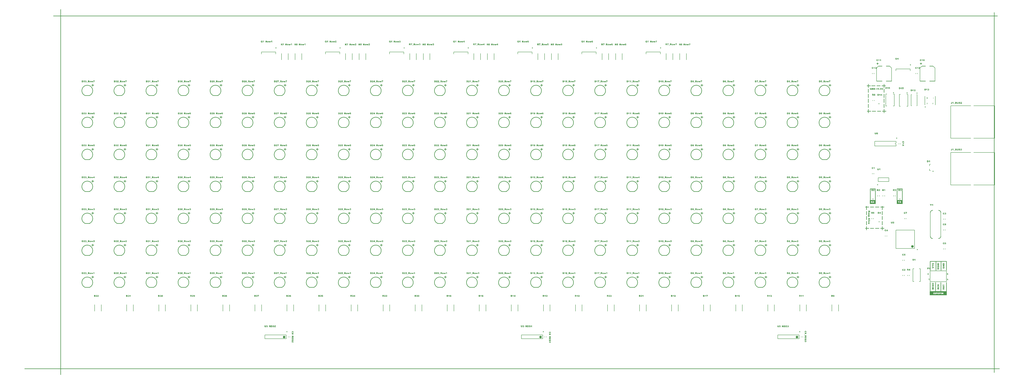
<source format=gto>
%FSLAX25Y25*%
%MOIN*%
G70*
G01*
G75*
G04 Layer_Color=65535*
%ADD10O,0.02165X0.06890*%
%ADD11O,0.06890X0.02165*%
%ADD12R,0.12992X0.07874*%
%ADD13O,0.02362X0.08661*%
%ADD14R,0.03543X0.03543*%
%ADD15C,0.03937*%
%ADD16R,0.03347X0.03347*%
%ADD17R,0.03937X0.03937*%
%ADD18R,0.06299X0.11811*%
%ADD19R,0.07874X0.23622*%
%ADD20R,0.06299X0.02362*%
%ADD21R,0.04921X0.12008*%
%ADD22R,0.04724X0.13780*%
%ADD23R,0.08661X0.09252*%
%ADD24R,0.06102X0.09252*%
%ADD25R,0.03347X0.06693*%
%ADD26R,0.21850X0.25590*%
%ADD27R,0.22638X0.25590*%
%ADD28R,0.02362X0.08661*%
%ADD29C,0.05000*%
%ADD30C,0.02000*%
%ADD31C,0.01500*%
%ADD32C,0.02500*%
%ADD33C,0.03000*%
%ADD34C,0.01000*%
%ADD35C,0.04724*%
%ADD36C,0.04724*%
%ADD37R,0.05906X0.05906*%
%ADD38C,0.05906*%
%ADD39C,0.05906*%
%ADD40C,0.06299*%
%ADD41C,0.11614*%
%ADD42R,0.05906X0.05906*%
%ADD43C,0.05000*%
%ADD44C,0.02362*%
%ADD45C,0.00984*%
%ADD46C,0.00787*%
G36*
X1186690Y544246D02*
X1186743Y544241D01*
X1186807Y544235D01*
X1186877Y544223D01*
X1186954Y544206D01*
X1187111Y544159D01*
X1187199Y544129D01*
X1187281Y544089D01*
X1187363Y544047D01*
X1187439Y543995D01*
X1187515Y543936D01*
X1187579Y543866D01*
X1187585Y543860D01*
X1187591Y543854D01*
X1187603Y543837D01*
X1187620Y543814D01*
X1187644Y543778D01*
X1187667Y543743D01*
X1187720Y543656D01*
X1187767Y543544D01*
X1187813Y543416D01*
X1187843Y543269D01*
X1187854Y543188D01*
Y543106D01*
Y543100D01*
Y543082D01*
Y543059D01*
X1187849Y543024D01*
X1187843Y542977D01*
X1187837Y542930D01*
X1187825Y542872D01*
X1187813Y542813D01*
X1187772Y542679D01*
X1187743Y542608D01*
X1187714Y542538D01*
X1187673Y542468D01*
X1187626Y542398D01*
X1187574Y542333D01*
X1187515Y542269D01*
X1187509Y542263D01*
X1187498Y542257D01*
X1187480Y542240D01*
X1187451Y542216D01*
X1187416Y542193D01*
X1187375Y542170D01*
X1187328Y542140D01*
X1187269Y542111D01*
X1187211Y542076D01*
X1187141Y542047D01*
X1187065Y542023D01*
X1186977Y542000D01*
X1186889Y541977D01*
X1186796Y541959D01*
X1186690Y541953D01*
X1186585Y541947D01*
X1186532D01*
X1186497Y541953D01*
X1186450D01*
X1186398Y541959D01*
X1186339Y541971D01*
X1186281Y541982D01*
X1186140Y542012D01*
X1186000Y542059D01*
X1185854Y542129D01*
X1185789Y542170D01*
X1185725Y542216D01*
X1185719Y542222D01*
X1185707Y542234D01*
X1185690Y542252D01*
X1185661Y542275D01*
X1185631Y542310D01*
X1185602Y542351D01*
X1185561Y542398D01*
X1185526Y542451D01*
X1185491Y542509D01*
X1185456Y542573D01*
X1185421Y542649D01*
X1185392Y542725D01*
X1185362Y542807D01*
X1185345Y542895D01*
X1185333Y542989D01*
X1185327Y543088D01*
Y543094D01*
Y543112D01*
Y543135D01*
X1185333Y543176D01*
X1185339Y543217D01*
X1185345Y543269D01*
X1185357Y543322D01*
X1185368Y543386D01*
X1185409Y543515D01*
X1185438Y543585D01*
X1185474Y543656D01*
X1185509Y543726D01*
X1185555Y543796D01*
X1185608Y543860D01*
X1185666Y543925D01*
X1185672Y543930D01*
X1185684Y543936D01*
X1185702Y543954D01*
X1185731Y543977D01*
X1185760Y544001D01*
X1185807Y544030D01*
X1185854Y544059D01*
X1185906Y544089D01*
X1185971Y544118D01*
X1186041Y544147D01*
X1186111Y544176D01*
X1186193Y544200D01*
X1186281Y544223D01*
X1186374Y544241D01*
X1186474Y544246D01*
X1186579Y544252D01*
X1186643D01*
X1186690Y544246D01*
D02*
G37*
G36*
X1178453Y545089D02*
X1178524Y545083D01*
X1178606Y545077D01*
X1178687Y545065D01*
X1178775Y545042D01*
X1178851Y545019D01*
X1178863Y545013D01*
X1178886Y545007D01*
X1178922Y544989D01*
X1178968Y544966D01*
X1179074Y544902D01*
X1179126Y544867D01*
X1179173Y544820D01*
X1179179Y544814D01*
X1179196Y544796D01*
X1179214Y544773D01*
X1179243Y544744D01*
X1179272Y544703D01*
X1179308Y544662D01*
X1179366Y544562D01*
X1179372Y544557D01*
X1179378Y544539D01*
X1179395Y544510D01*
X1179407Y544475D01*
X1179430Y544428D01*
X1179448Y544375D01*
X1179465Y544317D01*
X1179483Y544252D01*
Y544246D01*
X1179489Y544235D01*
Y544217D01*
X1179495Y544194D01*
X1179506Y544165D01*
X1179512Y544124D01*
X1179530Y544036D01*
X1179541Y543930D01*
X1179559Y543808D01*
X1179565Y543679D01*
X1179571Y543539D01*
Y543527D01*
Y543503D01*
Y543463D01*
X1179565Y543404D01*
Y543334D01*
X1179559Y543258D01*
X1179547Y543170D01*
X1179536Y543076D01*
X1179501Y542883D01*
X1179454Y542679D01*
X1179419Y542585D01*
X1179384Y542491D01*
X1179337Y542404D01*
X1179290Y542328D01*
X1179284Y542322D01*
X1179278Y542310D01*
X1179261Y542292D01*
X1179237Y542269D01*
X1179202Y542240D01*
X1179167Y542205D01*
X1179120Y542175D01*
X1179062Y542140D01*
X1179003Y542099D01*
X1178933Y542070D01*
X1178851Y542035D01*
X1178763Y542006D01*
X1178670Y541982D01*
X1178565Y541965D01*
X1178448Y541953D01*
X1178325Y541947D01*
X1178260D01*
X1178231Y541953D01*
X1178190D01*
X1178102Y541965D01*
X1178009Y541977D01*
X1177903Y541994D01*
X1177798Y542023D01*
X1177705Y542064D01*
X1177693Y542070D01*
X1177664Y542088D01*
X1177623Y542117D01*
X1177570Y542158D01*
X1177506Y542205D01*
X1177441Y542269D01*
X1177377Y542345D01*
X1177318Y542427D01*
X1177313Y542433D01*
X1177301Y542456D01*
X1177278Y542497D01*
X1177254Y542550D01*
X1177231Y542614D01*
X1177201Y542690D01*
X1177172Y542784D01*
X1177149Y542883D01*
Y542889D01*
Y542895D01*
X1177143Y542913D01*
X1177137Y542936D01*
X1177131Y542994D01*
X1177120Y543076D01*
X1177108Y543170D01*
X1177102Y543281D01*
X1177090Y543404D01*
Y543533D01*
Y543544D01*
Y543574D01*
Y543615D01*
X1177096Y543673D01*
X1177102Y543743D01*
X1177108Y543825D01*
X1177114Y543913D01*
X1177131Y544006D01*
X1177166Y544211D01*
X1177219Y544410D01*
X1177254Y544504D01*
X1177301Y544592D01*
X1177348Y544673D01*
X1177400Y544744D01*
X1177406Y544749D01*
X1177418Y544761D01*
X1177435Y544779D01*
X1177459Y544796D01*
X1177494Y544826D01*
X1177535Y544855D01*
X1177582Y544884D01*
X1177634Y544919D01*
X1177699Y544954D01*
X1177769Y544983D01*
X1177845Y545013D01*
X1177933Y545042D01*
X1178026Y545060D01*
X1178126Y545077D01*
X1178231Y545089D01*
X1178348Y545095D01*
X1178401D01*
X1178453Y545089D01*
D02*
G37*
G36*
X1181893Y541468D02*
X1179723D01*
Y541678D01*
X1181893D01*
Y541468D01*
D02*
G37*
G36*
X1172598Y545036D02*
X1172639D01*
X1172732Y545030D01*
X1172837Y545013D01*
X1172949Y544995D01*
X1173060Y544966D01*
X1173159Y544925D01*
X1173165D01*
X1173171Y544919D01*
X1173200Y544907D01*
X1173247Y544878D01*
X1173311Y544843D01*
X1173376Y544796D01*
X1173446Y544744D01*
X1173516Y544679D01*
X1173580Y544603D01*
X1173586Y544592D01*
X1173610Y544568D01*
X1173639Y544521D01*
X1173674Y544469D01*
X1173715Y544393D01*
X1173756Y544311D01*
X1173791Y544217D01*
X1173826Y544118D01*
Y544112D01*
X1173832Y544106D01*
X1173838Y544071D01*
X1173849Y544012D01*
X1173867Y543936D01*
X1173879Y543849D01*
X1173890Y543749D01*
X1173896Y543644D01*
X1173902Y543527D01*
Y543521D01*
Y543503D01*
Y543480D01*
Y543445D01*
X1173896Y543404D01*
Y543357D01*
X1173890Y543252D01*
X1173873Y543129D01*
X1173855Y543006D01*
X1173826Y542883D01*
X1173791Y542772D01*
X1173785Y542761D01*
X1173773Y542725D01*
X1173744Y542679D01*
X1173709Y542614D01*
X1173668Y542544D01*
X1173615Y542468D01*
X1173551Y542392D01*
X1173481Y542322D01*
X1173469Y542316D01*
X1173446Y542292D01*
X1173405Y542263D01*
X1173352Y542222D01*
X1173288Y542181D01*
X1173218Y542146D01*
X1173136Y542111D01*
X1173054Y542082D01*
X1173048D01*
X1173042Y542076D01*
X1173025D01*
X1173001Y542070D01*
X1172943Y542059D01*
X1172867Y542041D01*
X1172779Y542023D01*
X1172685Y542012D01*
X1172592Y542006D01*
X1172492Y542000D01*
X1171100D01*
Y545042D01*
X1172563D01*
X1172598Y545036D01*
D02*
G37*
G36*
X1191212Y542000D02*
X1190458D01*
X1190013Y543322D01*
X1189580Y542000D01*
X1188826D01*
X1188012Y544200D01*
X1188826D01*
X1189182Y542819D01*
X1189633Y544200D01*
X1190387D01*
X1190856Y542807D01*
X1191212Y544200D01*
X1192025D01*
X1191212Y542000D01*
D02*
G37*
G36*
X1183912Y545036D02*
X1184005Y545030D01*
X1184110Y545024D01*
X1184222Y545013D01*
X1184327Y544989D01*
X1184420Y544966D01*
X1184432Y544960D01*
X1184461Y544948D01*
X1184502Y544931D01*
X1184555Y544902D01*
X1184614Y544867D01*
X1184678Y544814D01*
X1184736Y544755D01*
X1184795Y544685D01*
X1184801Y544673D01*
X1184818Y544650D01*
X1184842Y544609D01*
X1184871Y544551D01*
X1184894Y544480D01*
X1184918Y544393D01*
X1184935Y544299D01*
X1184941Y544194D01*
Y544182D01*
Y544153D01*
X1184935Y544106D01*
X1184929Y544047D01*
X1184912Y543977D01*
X1184894Y543901D01*
X1184865Y543825D01*
X1184830Y543755D01*
X1184824Y543749D01*
X1184812Y543726D01*
X1184783Y543691D01*
X1184754Y543650D01*
X1184707Y543603D01*
X1184660Y543550D01*
X1184596Y543503D01*
X1184532Y543457D01*
X1184526D01*
X1184508Y543445D01*
X1184479Y543433D01*
X1184444Y543416D01*
X1184397Y543398D01*
X1184339Y543381D01*
X1184274Y543357D01*
X1184198Y543340D01*
X1184204D01*
X1184227Y543328D01*
X1184257Y543316D01*
X1184292Y543305D01*
X1184374Y543269D01*
X1184409Y543246D01*
X1184444Y543228D01*
X1184456Y543223D01*
X1184485Y543193D01*
X1184502Y543170D01*
X1184526Y543141D01*
X1184555Y543106D01*
X1184590Y543065D01*
X1184596Y543059D01*
X1184608Y543047D01*
X1184625Y543024D01*
X1184643Y542994D01*
X1184690Y542936D01*
X1184707Y542907D01*
X1184725Y542877D01*
X1185187Y542000D01*
X1184122D01*
X1183613Y542924D01*
X1183607Y542930D01*
X1183596Y542953D01*
X1183578Y542983D01*
X1183555Y543024D01*
X1183502Y543100D01*
X1183473Y543135D01*
X1183444Y543158D01*
X1183438Y543164D01*
X1183426Y543170D01*
X1183403Y543182D01*
X1183379Y543199D01*
X1183344Y543211D01*
X1183303Y543223D01*
X1183262Y543228D01*
X1183215Y543234D01*
X1183134D01*
Y542000D01*
X1182192D01*
Y545042D01*
X1183865D01*
X1183912Y545036D01*
D02*
G37*
G36*
X1176172Y542000D02*
X1175318D01*
Y544024D01*
X1175306Y544018D01*
X1175283Y544001D01*
X1175242Y543971D01*
X1175189Y543930D01*
X1175125Y543890D01*
X1175060Y543849D01*
X1174914Y543767D01*
X1174908Y543761D01*
X1174879Y543749D01*
X1174838Y543732D01*
X1174780Y543708D01*
X1174709Y543679D01*
X1174627Y543650D01*
X1174534Y543620D01*
X1174429Y543585D01*
Y544276D01*
X1174434D01*
X1174446Y544281D01*
X1174470Y544287D01*
X1174499Y544299D01*
X1174534Y544311D01*
X1174575Y544328D01*
X1174674Y544369D01*
X1174780Y544416D01*
X1174891Y544469D01*
X1174996Y544533D01*
X1175096Y544603D01*
X1175107Y544615D01*
X1175136Y544638D01*
X1175177Y544679D01*
X1175230Y544738D01*
X1175294Y544808D01*
X1175353Y544896D01*
X1175417Y544989D01*
X1175470Y545095D01*
X1176172D01*
Y542000D01*
D02*
G37*
G36*
X1191212Y483000D02*
X1190458D01*
X1190013Y484322D01*
X1189580Y483000D01*
X1188826D01*
X1188012Y485200D01*
X1188826D01*
X1189182Y483819D01*
X1189633Y485200D01*
X1190387D01*
X1190856Y483807D01*
X1191212Y485200D01*
X1192025D01*
X1191212Y483000D01*
D02*
G37*
G36*
X1186690Y485246D02*
X1186743Y485241D01*
X1186807Y485235D01*
X1186877Y485223D01*
X1186954Y485206D01*
X1187111Y485159D01*
X1187199Y485129D01*
X1187281Y485088D01*
X1187363Y485047D01*
X1187439Y484995D01*
X1187515Y484936D01*
X1187579Y484866D01*
X1187585Y484860D01*
X1187591Y484854D01*
X1187603Y484837D01*
X1187620Y484813D01*
X1187644Y484778D01*
X1187667Y484743D01*
X1187720Y484656D01*
X1187767Y484544D01*
X1187813Y484416D01*
X1187843Y484269D01*
X1187854Y484188D01*
Y484106D01*
Y484100D01*
Y484082D01*
Y484059D01*
X1187849Y484024D01*
X1187843Y483977D01*
X1187837Y483930D01*
X1187825Y483872D01*
X1187813Y483813D01*
X1187772Y483679D01*
X1187743Y483608D01*
X1187714Y483538D01*
X1187673Y483468D01*
X1187626Y483398D01*
X1187574Y483333D01*
X1187515Y483269D01*
X1187509Y483263D01*
X1187498Y483257D01*
X1187480Y483240D01*
X1187451Y483216D01*
X1187416Y483193D01*
X1187375Y483170D01*
X1187328Y483140D01*
X1187269Y483111D01*
X1187211Y483076D01*
X1187141Y483047D01*
X1187065Y483023D01*
X1186977Y483000D01*
X1186889Y482977D01*
X1186796Y482959D01*
X1186690Y482953D01*
X1186585Y482947D01*
X1186532D01*
X1186497Y482953D01*
X1186450D01*
X1186398Y482959D01*
X1186339Y482971D01*
X1186281Y482982D01*
X1186140Y483012D01*
X1186000Y483059D01*
X1185854Y483129D01*
X1185789Y483170D01*
X1185725Y483216D01*
X1185719Y483222D01*
X1185707Y483234D01*
X1185690Y483252D01*
X1185661Y483275D01*
X1185631Y483310D01*
X1185602Y483351D01*
X1185561Y483398D01*
X1185526Y483451D01*
X1185491Y483509D01*
X1185456Y483573D01*
X1185421Y483649D01*
X1185392Y483725D01*
X1185362Y483807D01*
X1185345Y483895D01*
X1185333Y483989D01*
X1185327Y484088D01*
Y484094D01*
Y484111D01*
Y484135D01*
X1185333Y484176D01*
X1185339Y484217D01*
X1185345Y484269D01*
X1185357Y484322D01*
X1185368Y484386D01*
X1185409Y484515D01*
X1185438Y484585D01*
X1185474Y484656D01*
X1185509Y484726D01*
X1185555Y484796D01*
X1185608Y484860D01*
X1185666Y484925D01*
X1185672Y484931D01*
X1185684Y484936D01*
X1185702Y484954D01*
X1185731Y484977D01*
X1185760Y485001D01*
X1185807Y485030D01*
X1185854Y485059D01*
X1185906Y485088D01*
X1185971Y485118D01*
X1186041Y485147D01*
X1186111Y485176D01*
X1186193Y485200D01*
X1186281Y485223D01*
X1186374Y485241D01*
X1186474Y485246D01*
X1186579Y485252D01*
X1186643D01*
X1186690Y485246D01*
D02*
G37*
G36*
X1178453Y486089D02*
X1178524Y486083D01*
X1178606Y486077D01*
X1178687Y486065D01*
X1178775Y486042D01*
X1178851Y486019D01*
X1178863Y486013D01*
X1178886Y486007D01*
X1178922Y485989D01*
X1178968Y485966D01*
X1179074Y485902D01*
X1179126Y485866D01*
X1179173Y485820D01*
X1179179Y485814D01*
X1179196Y485796D01*
X1179214Y485773D01*
X1179243Y485744D01*
X1179272Y485703D01*
X1179308Y485662D01*
X1179366Y485562D01*
X1179372Y485557D01*
X1179378Y485539D01*
X1179395Y485510D01*
X1179407Y485474D01*
X1179430Y485428D01*
X1179448Y485375D01*
X1179465Y485317D01*
X1179483Y485252D01*
Y485246D01*
X1179489Y485235D01*
Y485217D01*
X1179495Y485194D01*
X1179506Y485164D01*
X1179512Y485123D01*
X1179530Y485036D01*
X1179541Y484931D01*
X1179559Y484808D01*
X1179565Y484679D01*
X1179571Y484539D01*
Y484527D01*
Y484503D01*
Y484462D01*
X1179565Y484404D01*
Y484334D01*
X1179559Y484258D01*
X1179547Y484170D01*
X1179536Y484076D01*
X1179501Y483883D01*
X1179454Y483679D01*
X1179419Y483585D01*
X1179384Y483491D01*
X1179337Y483404D01*
X1179290Y483328D01*
X1179284Y483322D01*
X1179278Y483310D01*
X1179261Y483292D01*
X1179237Y483269D01*
X1179202Y483240D01*
X1179167Y483205D01*
X1179120Y483176D01*
X1179062Y483140D01*
X1179003Y483099D01*
X1178933Y483070D01*
X1178851Y483035D01*
X1178763Y483006D01*
X1178670Y482982D01*
X1178565Y482965D01*
X1178448Y482953D01*
X1178325Y482947D01*
X1178260D01*
X1178231Y482953D01*
X1178190D01*
X1178102Y482965D01*
X1178009Y482977D01*
X1177903Y482994D01*
X1177798Y483023D01*
X1177705Y483064D01*
X1177693Y483070D01*
X1177664Y483088D01*
X1177623Y483117D01*
X1177570Y483158D01*
X1177506Y483205D01*
X1177441Y483269D01*
X1177377Y483345D01*
X1177318Y483427D01*
X1177313Y483433D01*
X1177301Y483456D01*
X1177278Y483497D01*
X1177254Y483550D01*
X1177231Y483614D01*
X1177201Y483690D01*
X1177172Y483784D01*
X1177149Y483883D01*
Y483889D01*
Y483895D01*
X1177143Y483913D01*
X1177137Y483936D01*
X1177131Y483994D01*
X1177120Y484076D01*
X1177108Y484170D01*
X1177102Y484281D01*
X1177090Y484404D01*
Y484533D01*
Y484544D01*
Y484574D01*
Y484615D01*
X1177096Y484673D01*
X1177102Y484743D01*
X1177108Y484825D01*
X1177114Y484913D01*
X1177131Y485007D01*
X1177166Y485211D01*
X1177219Y485410D01*
X1177254Y485504D01*
X1177301Y485592D01*
X1177348Y485673D01*
X1177400Y485744D01*
X1177406Y485749D01*
X1177418Y485761D01*
X1177435Y485779D01*
X1177459Y485796D01*
X1177494Y485826D01*
X1177535Y485855D01*
X1177582Y485884D01*
X1177634Y485919D01*
X1177699Y485954D01*
X1177769Y485984D01*
X1177845Y486013D01*
X1177933Y486042D01*
X1178026Y486060D01*
X1178126Y486077D01*
X1178231Y486089D01*
X1178348Y486095D01*
X1178401D01*
X1178453Y486089D01*
D02*
G37*
G36*
X1181893Y482468D02*
X1179723D01*
Y482678D01*
X1181893D01*
Y482468D01*
D02*
G37*
G36*
X1172598Y486036D02*
X1172639D01*
X1172732Y486030D01*
X1172837Y486013D01*
X1172949Y485995D01*
X1173060Y485966D01*
X1173159Y485925D01*
X1173165D01*
X1173171Y485919D01*
X1173200Y485907D01*
X1173247Y485878D01*
X1173311Y485843D01*
X1173376Y485796D01*
X1173446Y485744D01*
X1173516Y485679D01*
X1173580Y485603D01*
X1173586Y485592D01*
X1173610Y485568D01*
X1173639Y485521D01*
X1173674Y485469D01*
X1173715Y485393D01*
X1173756Y485311D01*
X1173791Y485217D01*
X1173826Y485118D01*
Y485112D01*
X1173832Y485106D01*
X1173838Y485071D01*
X1173849Y485012D01*
X1173867Y484936D01*
X1173879Y484849D01*
X1173890Y484749D01*
X1173896Y484644D01*
X1173902Y484527D01*
Y484521D01*
Y484503D01*
Y484480D01*
Y484445D01*
X1173896Y484404D01*
Y484357D01*
X1173890Y484252D01*
X1173873Y484129D01*
X1173855Y484006D01*
X1173826Y483883D01*
X1173791Y483772D01*
X1173785Y483760D01*
X1173773Y483725D01*
X1173744Y483679D01*
X1173709Y483614D01*
X1173668Y483544D01*
X1173615Y483468D01*
X1173551Y483392D01*
X1173481Y483322D01*
X1173469Y483316D01*
X1173446Y483292D01*
X1173405Y483263D01*
X1173352Y483222D01*
X1173288Y483181D01*
X1173218Y483146D01*
X1173136Y483111D01*
X1173054Y483082D01*
X1173048D01*
X1173042Y483076D01*
X1173025D01*
X1173001Y483070D01*
X1172943Y483059D01*
X1172867Y483041D01*
X1172779Y483023D01*
X1172685Y483012D01*
X1172592Y483006D01*
X1172492Y483000D01*
X1171100D01*
Y486042D01*
X1172563D01*
X1172598Y486036D01*
D02*
G37*
G36*
X1194535Y485369D02*
X1193178D01*
X1193102Y484913D01*
X1193108Y484919D01*
X1193125Y484925D01*
X1193155Y484936D01*
X1193190Y484948D01*
X1193236Y484966D01*
X1193283Y484983D01*
X1193383Y485012D01*
X1193388D01*
X1193406Y485018D01*
X1193435Y485024D01*
X1193470Y485030D01*
X1193511Y485036D01*
X1193558Y485042D01*
X1193658Y485047D01*
X1193699D01*
X1193734Y485042D01*
X1193769D01*
X1193816Y485036D01*
X1193921Y485012D01*
X1194038Y484977D01*
X1194161Y484931D01*
X1194283Y484860D01*
X1194342Y484813D01*
X1194395Y484767D01*
X1194401Y484761D01*
X1194406Y484755D01*
X1194424Y484737D01*
X1194442Y484720D01*
X1194488Y484656D01*
X1194541Y484580D01*
X1194594Y484474D01*
X1194635Y484357D01*
X1194670Y484223D01*
X1194676Y484147D01*
X1194681Y484071D01*
Y484065D01*
Y484059D01*
Y484041D01*
Y484018D01*
X1194676Y483965D01*
X1194664Y483889D01*
X1194646Y483802D01*
X1194617Y483708D01*
X1194582Y483608D01*
X1194535Y483503D01*
X1194529Y483491D01*
X1194506Y483456D01*
X1194477Y483410D01*
X1194430Y483351D01*
X1194371Y483281D01*
X1194301Y483216D01*
X1194213Y483146D01*
X1194120Y483088D01*
X1194114D01*
X1194108Y483082D01*
X1194090Y483076D01*
X1194073Y483064D01*
X1194014Y483041D01*
X1193933Y483018D01*
X1193833Y482994D01*
X1193716Y482971D01*
X1193582Y482953D01*
X1193429Y482947D01*
X1193377D01*
X1193324Y482953D01*
X1193254D01*
X1193172Y482959D01*
X1193084Y482971D01*
X1192997Y482982D01*
X1192915Y483000D01*
X1192903D01*
X1192880Y483012D01*
X1192839Y483023D01*
X1192786Y483041D01*
X1192727Y483070D01*
X1192669Y483094D01*
X1192605Y483129D01*
X1192546Y483170D01*
X1192540Y483176D01*
X1192523Y483193D01*
X1192493Y483216D01*
X1192464Y483246D01*
X1192423Y483287D01*
X1192382Y483328D01*
X1192306Y483427D01*
X1192300Y483433D01*
X1192289Y483456D01*
X1192271Y483486D01*
X1192254Y483527D01*
X1192230Y483579D01*
X1192201Y483638D01*
X1192177Y483708D01*
X1192154Y483784D01*
X1193008Y483883D01*
Y483872D01*
X1193014Y483848D01*
X1193026Y483813D01*
X1193038Y483766D01*
X1193055Y483714D01*
X1193078Y483661D01*
X1193114Y483614D01*
X1193149Y483567D01*
X1193155Y483562D01*
X1193172Y483550D01*
X1193195Y483532D01*
X1193225Y483515D01*
X1193266Y483497D01*
X1193312Y483480D01*
X1193365Y483468D01*
X1193424Y483462D01*
X1193453D01*
X1193488Y483468D01*
X1193529Y483480D01*
X1193570Y483497D01*
X1193622Y483521D01*
X1193669Y483550D01*
X1193716Y483597D01*
X1193722Y483603D01*
X1193734Y483620D01*
X1193751Y483655D01*
X1193775Y483696D01*
X1193798Y483755D01*
X1193816Y483819D01*
X1193827Y483901D01*
X1193833Y483994D01*
Y484000D01*
Y484006D01*
Y484041D01*
X1193827Y484088D01*
X1193821Y484147D01*
X1193804Y484217D01*
X1193786Y484281D01*
X1193757Y484345D01*
X1193716Y484398D01*
X1193710Y484404D01*
X1193693Y484416D01*
X1193669Y484439D01*
X1193634Y484462D01*
X1193587Y484486D01*
X1193535Y484509D01*
X1193476Y484521D01*
X1193406Y484527D01*
X1193383D01*
X1193359Y484521D01*
X1193330D01*
X1193254Y484498D01*
X1193213Y484486D01*
X1193166Y484462D01*
X1193160D01*
X1193155Y484457D01*
X1193137Y484445D01*
X1193114Y484427D01*
X1193084Y484404D01*
X1193055Y484381D01*
X1193020Y484345D01*
X1192985Y484305D01*
X1192265Y484410D01*
X1192534Y486042D01*
X1194535D01*
Y485369D01*
D02*
G37*
G36*
X1183912Y486036D02*
X1184005Y486030D01*
X1184110Y486024D01*
X1184222Y486013D01*
X1184327Y485989D01*
X1184420Y485966D01*
X1184432Y485960D01*
X1184461Y485948D01*
X1184502Y485931D01*
X1184555Y485902D01*
X1184614Y485866D01*
X1184678Y485814D01*
X1184736Y485755D01*
X1184795Y485685D01*
X1184801Y485673D01*
X1184818Y485650D01*
X1184842Y485609D01*
X1184871Y485551D01*
X1184894Y485480D01*
X1184918Y485393D01*
X1184935Y485299D01*
X1184941Y485194D01*
Y485182D01*
Y485153D01*
X1184935Y485106D01*
X1184929Y485047D01*
X1184912Y484977D01*
X1184894Y484901D01*
X1184865Y484825D01*
X1184830Y484755D01*
X1184824Y484749D01*
X1184812Y484726D01*
X1184783Y484691D01*
X1184754Y484650D01*
X1184707Y484603D01*
X1184660Y484550D01*
X1184596Y484503D01*
X1184532Y484457D01*
X1184526D01*
X1184508Y484445D01*
X1184479Y484433D01*
X1184444Y484416D01*
X1184397Y484398D01*
X1184339Y484381D01*
X1184274Y484357D01*
X1184198Y484340D01*
X1184204D01*
X1184227Y484328D01*
X1184257Y484316D01*
X1184292Y484305D01*
X1184374Y484269D01*
X1184409Y484246D01*
X1184444Y484229D01*
X1184456Y484223D01*
X1184485Y484193D01*
X1184502Y484170D01*
X1184526Y484141D01*
X1184555Y484106D01*
X1184590Y484065D01*
X1184596Y484059D01*
X1184608Y484047D01*
X1184625Y484024D01*
X1184643Y483994D01*
X1184690Y483936D01*
X1184707Y483907D01*
X1184725Y483878D01*
X1185187Y483000D01*
X1184122D01*
X1183613Y483924D01*
X1183607Y483930D01*
X1183596Y483954D01*
X1183578Y483983D01*
X1183555Y484024D01*
X1183502Y484100D01*
X1183473Y484135D01*
X1183444Y484158D01*
X1183438Y484164D01*
X1183426Y484170D01*
X1183403Y484182D01*
X1183379Y484199D01*
X1183344Y484211D01*
X1183303Y484223D01*
X1183262Y484229D01*
X1183215Y484234D01*
X1183134D01*
Y483000D01*
X1182192D01*
Y486042D01*
X1183865D01*
X1183912Y486036D01*
D02*
G37*
G36*
X1176172Y483000D02*
X1175318D01*
Y485024D01*
X1175306Y485018D01*
X1175283Y485001D01*
X1175242Y484972D01*
X1175189Y484931D01*
X1175125Y484890D01*
X1175060Y484849D01*
X1174914Y484767D01*
X1174908Y484761D01*
X1174879Y484749D01*
X1174838Y484732D01*
X1174780Y484708D01*
X1174709Y484679D01*
X1174627Y484650D01*
X1174534Y484620D01*
X1174429Y484585D01*
Y485276D01*
X1174434D01*
X1174446Y485282D01*
X1174470Y485287D01*
X1174499Y485299D01*
X1174534Y485311D01*
X1174575Y485328D01*
X1174674Y485369D01*
X1174780Y485416D01*
X1174891Y485469D01*
X1174996Y485533D01*
X1175096Y485603D01*
X1175107Y485615D01*
X1175136Y485638D01*
X1175177Y485679D01*
X1175230Y485738D01*
X1175294Y485808D01*
X1175353Y485896D01*
X1175417Y485989D01*
X1175470Y486095D01*
X1176172D01*
Y483000D01*
D02*
G37*
G36*
X1193622Y545089D02*
X1193704Y545083D01*
X1193792Y545071D01*
X1193892Y545060D01*
X1193979Y545036D01*
X1194067Y545007D01*
X1194079Y545001D01*
X1194102Y544989D01*
X1194143Y544972D01*
X1194190Y544948D01*
X1194243Y544913D01*
X1194301Y544867D01*
X1194360Y544820D01*
X1194412Y544761D01*
X1194418Y544755D01*
X1194436Y544732D01*
X1194459Y544697D01*
X1194494Y544650D01*
X1194529Y544592D01*
X1194564Y544521D01*
X1194600Y544440D01*
X1194629Y544352D01*
X1193786Y544252D01*
Y544258D01*
X1193781Y544281D01*
X1193769Y544311D01*
X1193757Y544352D01*
X1193722Y544428D01*
X1193699Y544469D01*
X1193669Y544498D01*
X1193664Y544504D01*
X1193658Y544510D01*
X1193640Y544521D01*
X1193617Y544539D01*
X1193558Y544562D01*
X1193523Y544568D01*
X1193482Y544574D01*
X1193470D01*
X1193447Y544568D01*
X1193412Y544562D01*
X1193365Y544551D01*
X1193312Y544521D01*
X1193260Y544486D01*
X1193207Y544434D01*
X1193160Y544363D01*
X1193155Y544357D01*
X1193149Y544334D01*
X1193131Y544293D01*
X1193114Y544229D01*
X1193108Y544188D01*
X1193096Y544141D01*
X1193084Y544094D01*
X1193078Y544036D01*
X1193067Y543966D01*
X1193061Y543895D01*
X1193049Y543814D01*
X1193043Y543726D01*
X1193049Y543732D01*
X1193067Y543749D01*
X1193096Y543778D01*
X1193137Y543814D01*
X1193184Y543849D01*
X1193236Y543884D01*
X1193289Y543925D01*
X1193348Y543954D01*
X1193353Y543960D01*
X1193377Y543966D01*
X1193412Y543977D01*
X1193459Y543995D01*
X1193511Y544006D01*
X1193576Y544018D01*
X1193646Y544024D01*
X1193722Y544030D01*
X1193763D01*
X1193792Y544024D01*
X1193821D01*
X1193862Y544012D01*
X1193962Y543995D01*
X1194067Y543960D01*
X1194184Y543907D01*
X1194237Y543872D01*
X1194295Y543837D01*
X1194354Y543790D01*
X1194406Y543737D01*
X1194412Y543732D01*
X1194418Y543726D01*
X1194436Y543708D01*
X1194453Y543685D01*
X1194471Y543656D01*
X1194500Y543620D01*
X1194553Y543539D01*
X1194605Y543427D01*
X1194646Y543305D01*
X1194681Y543158D01*
X1194687Y543082D01*
X1194693Y543000D01*
Y542994D01*
Y542989D01*
Y542971D01*
Y542948D01*
X1194687Y542889D01*
X1194676Y542819D01*
X1194658Y542731D01*
X1194629Y542638D01*
X1194594Y542538D01*
X1194547Y542445D01*
X1194541Y542433D01*
X1194523Y542404D01*
X1194488Y542363D01*
X1194447Y542304D01*
X1194389Y542246D01*
X1194324Y542181D01*
X1194243Y542123D01*
X1194155Y542070D01*
X1194143Y542064D01*
X1194108Y542053D01*
X1194055Y542029D01*
X1193979Y542012D01*
X1193892Y541988D01*
X1193781Y541965D01*
X1193658Y541953D01*
X1193523Y541947D01*
X1193447D01*
X1193412Y541953D01*
X1193365D01*
X1193260Y541965D01*
X1193143Y541982D01*
X1193020Y542012D01*
X1192903Y542047D01*
X1192792Y542099D01*
X1192786D01*
X1192780Y542105D01*
X1192745Y542129D01*
X1192698Y542170D01*
X1192634Y542222D01*
X1192564Y542292D01*
X1192493Y542374D01*
X1192417Y542480D01*
X1192353Y542597D01*
Y542602D01*
X1192347Y542614D01*
X1192336Y542632D01*
X1192330Y542661D01*
X1192318Y542690D01*
X1192300Y542731D01*
X1192289Y542784D01*
X1192271Y542837D01*
X1192254Y542901D01*
X1192242Y542965D01*
X1192230Y543041D01*
X1192213Y543123D01*
X1192207Y543211D01*
X1192195Y543305D01*
X1192189Y543503D01*
Y543515D01*
Y543539D01*
Y543579D01*
X1192195Y543638D01*
X1192201Y543708D01*
X1192207Y543784D01*
X1192218Y543872D01*
X1192230Y543966D01*
X1192271Y544159D01*
X1192300Y544258D01*
X1192336Y544357D01*
X1192376Y544457D01*
X1192423Y544551D01*
X1192476Y544632D01*
X1192534Y544709D01*
X1192540Y544714D01*
X1192552Y544726D01*
X1192570Y544744D01*
X1192599Y544767D01*
X1192634Y544796D01*
X1192675Y544831D01*
X1192727Y544867D01*
X1192786Y544902D01*
X1192850Y544937D01*
X1192920Y544972D01*
X1192997Y545007D01*
X1193084Y545036D01*
X1193178Y545060D01*
X1193277Y545077D01*
X1193383Y545089D01*
X1193494Y545095D01*
X1193552D01*
X1193622Y545089D01*
D02*
G37*
G36*
X1113498Y249836D02*
X1113539D01*
X1113632Y249830D01*
X1113737Y249813D01*
X1113849Y249795D01*
X1113960Y249766D01*
X1114059Y249725D01*
X1114065D01*
X1114071Y249719D01*
X1114100Y249708D01*
X1114147Y249678D01*
X1114211Y249643D01*
X1114276Y249596D01*
X1114346Y249544D01*
X1114416Y249479D01*
X1114480Y249403D01*
X1114486Y249392D01*
X1114510Y249368D01*
X1114539Y249321D01*
X1114574Y249269D01*
X1114615Y249193D01*
X1114656Y249111D01*
X1114691Y249017D01*
X1114726Y248918D01*
Y248912D01*
X1114732Y248906D01*
X1114738Y248871D01*
X1114750Y248812D01*
X1114767Y248736D01*
X1114779Y248649D01*
X1114791Y248549D01*
X1114796Y248444D01*
X1114802Y248327D01*
Y248321D01*
Y248304D01*
Y248280D01*
Y248245D01*
X1114796Y248204D01*
Y248157D01*
X1114791Y248052D01*
X1114773Y247929D01*
X1114755Y247806D01*
X1114726Y247683D01*
X1114691Y247572D01*
X1114685Y247561D01*
X1114674Y247525D01*
X1114644Y247479D01*
X1114609Y247414D01*
X1114568Y247344D01*
X1114515Y247268D01*
X1114451Y247192D01*
X1114381Y247122D01*
X1114369Y247116D01*
X1114346Y247093D01*
X1114305Y247063D01*
X1114252Y247022D01*
X1114188Y246981D01*
X1114118Y246946D01*
X1114036Y246911D01*
X1113954Y246882D01*
X1113948D01*
X1113942Y246876D01*
X1113925D01*
X1113901Y246870D01*
X1113843Y246859D01*
X1113767Y246841D01*
X1113679Y246823D01*
X1113585Y246812D01*
X1113492Y246806D01*
X1113392Y246800D01*
X1112000D01*
Y249842D01*
X1113463D01*
X1113498Y249836D01*
D02*
G37*
G36*
X1127590Y249046D02*
X1127643Y249041D01*
X1127707Y249035D01*
X1127777Y249023D01*
X1127853Y249006D01*
X1128011Y248959D01*
X1128099Y248929D01*
X1128181Y248888D01*
X1128263Y248848D01*
X1128339Y248795D01*
X1128415Y248736D01*
X1128479Y248666D01*
X1128485Y248660D01*
X1128491Y248654D01*
X1128503Y248637D01*
X1128520Y248614D01*
X1128544Y248578D01*
X1128567Y248543D01*
X1128620Y248456D01*
X1128667Y248344D01*
X1128714Y248216D01*
X1128743Y248070D01*
X1128754Y247988D01*
Y247906D01*
Y247900D01*
Y247882D01*
Y247859D01*
X1128749Y247824D01*
X1128743Y247777D01*
X1128737Y247730D01*
X1128725Y247672D01*
X1128714Y247613D01*
X1128673Y247479D01*
X1128643Y247408D01*
X1128614Y247338D01*
X1128573Y247268D01*
X1128526Y247198D01*
X1128474Y247133D01*
X1128415Y247069D01*
X1128409Y247063D01*
X1128398Y247057D01*
X1128380Y247040D01*
X1128351Y247016D01*
X1128316Y246993D01*
X1128275Y246970D01*
X1128228Y246940D01*
X1128169Y246911D01*
X1128111Y246876D01*
X1128041Y246847D01*
X1127965Y246823D01*
X1127877Y246800D01*
X1127789Y246777D01*
X1127696Y246759D01*
X1127590Y246753D01*
X1127485Y246747D01*
X1127432D01*
X1127397Y246753D01*
X1127350D01*
X1127298Y246759D01*
X1127239Y246771D01*
X1127181Y246782D01*
X1127040Y246812D01*
X1126900Y246859D01*
X1126754Y246929D01*
X1126689Y246970D01*
X1126625Y247016D01*
X1126619Y247022D01*
X1126608Y247034D01*
X1126590Y247052D01*
X1126561Y247075D01*
X1126531Y247110D01*
X1126502Y247151D01*
X1126461Y247198D01*
X1126426Y247251D01*
X1126391Y247309D01*
X1126356Y247373D01*
X1126321Y247449D01*
X1126291Y247525D01*
X1126262Y247607D01*
X1126245Y247695D01*
X1126233Y247789D01*
X1126227Y247888D01*
Y247894D01*
Y247912D01*
Y247935D01*
X1126233Y247976D01*
X1126239Y248017D01*
X1126245Y248070D01*
X1126256Y248122D01*
X1126268Y248186D01*
X1126309Y248315D01*
X1126338Y248385D01*
X1126373Y248456D01*
X1126408Y248526D01*
X1126455Y248596D01*
X1126508Y248660D01*
X1126567Y248725D01*
X1126572Y248730D01*
X1126584Y248736D01*
X1126602Y248754D01*
X1126631Y248777D01*
X1126660Y248801D01*
X1126707Y248830D01*
X1126754Y248859D01*
X1126806Y248888D01*
X1126871Y248918D01*
X1126941Y248947D01*
X1127011Y248976D01*
X1127093Y249000D01*
X1127181Y249023D01*
X1127274Y249041D01*
X1127374Y249046D01*
X1127479Y249052D01*
X1127543D01*
X1127590Y249046D01*
D02*
G37*
G36*
X1122793Y246268D02*
X1120623D01*
Y246478D01*
X1122793D01*
Y246268D01*
D02*
G37*
G36*
X1117072Y246800D02*
X1116218D01*
Y248824D01*
X1116206Y248818D01*
X1116183Y248801D01*
X1116142Y248772D01*
X1116089Y248730D01*
X1116025Y248690D01*
X1115960Y248649D01*
X1115814Y248567D01*
X1115808Y248561D01*
X1115779Y248549D01*
X1115738Y248532D01*
X1115680Y248508D01*
X1115609Y248479D01*
X1115528Y248450D01*
X1115434Y248420D01*
X1115329Y248385D01*
Y249076D01*
X1115335D01*
X1115346Y249081D01*
X1115370Y249087D01*
X1115399Y249099D01*
X1115434Y249111D01*
X1115475Y249128D01*
X1115574Y249169D01*
X1115680Y249216D01*
X1115791Y249269D01*
X1115896Y249333D01*
X1115996Y249403D01*
X1116007Y249415D01*
X1116037Y249438D01*
X1116077Y249479D01*
X1116130Y249538D01*
X1116194Y249608D01*
X1116253Y249696D01*
X1116317Y249789D01*
X1116370Y249895D01*
X1117072D01*
Y246800D01*
D02*
G37*
G36*
X1135002D02*
X1134148D01*
Y248824D01*
X1134136Y248818D01*
X1134113Y248801D01*
X1134072Y248772D01*
X1134019Y248730D01*
X1133955Y248690D01*
X1133891Y248649D01*
X1133744Y248567D01*
X1133739Y248561D01*
X1133709Y248549D01*
X1133668Y248532D01*
X1133610Y248508D01*
X1133540Y248479D01*
X1133458Y248450D01*
X1133364Y248420D01*
X1133259Y248385D01*
Y249076D01*
X1133265D01*
X1133276Y249081D01*
X1133300Y249087D01*
X1133329Y249099D01*
X1133364Y249111D01*
X1133405Y249128D01*
X1133505Y249169D01*
X1133610Y249216D01*
X1133721Y249269D01*
X1133826Y249333D01*
X1133926Y249403D01*
X1133937Y249415D01*
X1133967Y249438D01*
X1134008Y249479D01*
X1134060Y249538D01*
X1134125Y249608D01*
X1134183Y249696D01*
X1134248Y249789D01*
X1134300Y249895D01*
X1135002D01*
Y246800D01*
D02*
G37*
G36*
X1124811Y249836D02*
X1124905Y249830D01*
X1125010Y249824D01*
X1125122Y249813D01*
X1125227Y249789D01*
X1125320Y249766D01*
X1125332Y249760D01*
X1125361Y249748D01*
X1125402Y249731D01*
X1125455Y249702D01*
X1125513Y249667D01*
X1125578Y249614D01*
X1125636Y249555D01*
X1125695Y249485D01*
X1125701Y249474D01*
X1125718Y249450D01*
X1125742Y249409D01*
X1125771Y249351D01*
X1125794Y249280D01*
X1125818Y249193D01*
X1125835Y249099D01*
X1125841Y248994D01*
Y248982D01*
Y248953D01*
X1125835Y248906D01*
X1125829Y248848D01*
X1125812Y248777D01*
X1125794Y248701D01*
X1125765Y248625D01*
X1125730Y248555D01*
X1125724Y248549D01*
X1125712Y248526D01*
X1125683Y248491D01*
X1125654Y248450D01*
X1125607Y248403D01*
X1125560Y248350D01*
X1125496Y248304D01*
X1125432Y248257D01*
X1125426D01*
X1125408Y248245D01*
X1125379Y248233D01*
X1125344Y248216D01*
X1125297Y248198D01*
X1125239Y248181D01*
X1125174Y248157D01*
X1125098Y248140D01*
X1125104D01*
X1125127Y248128D01*
X1125157Y248116D01*
X1125192Y248105D01*
X1125274Y248070D01*
X1125309Y248046D01*
X1125344Y248028D01*
X1125356Y248023D01*
X1125385Y247993D01*
X1125402Y247970D01*
X1125426Y247941D01*
X1125455Y247906D01*
X1125490Y247865D01*
X1125496Y247859D01*
X1125508Y247847D01*
X1125525Y247824D01*
X1125543Y247795D01*
X1125590Y247736D01*
X1125607Y247707D01*
X1125625Y247677D01*
X1126087Y246800D01*
X1125022D01*
X1124513Y247724D01*
X1124507Y247730D01*
X1124496Y247754D01*
X1124478Y247783D01*
X1124455Y247824D01*
X1124402Y247900D01*
X1124373Y247935D01*
X1124343Y247958D01*
X1124338Y247964D01*
X1124326Y247970D01*
X1124302Y247982D01*
X1124279Y247999D01*
X1124244Y248011D01*
X1124203Y248023D01*
X1124162Y248028D01*
X1124115Y248034D01*
X1124034D01*
Y246800D01*
X1123092D01*
Y249842D01*
X1124765D01*
X1124811Y249836D01*
D02*
G37*
G36*
X1119903Y246800D02*
X1119049D01*
Y248824D01*
X1119038Y248818D01*
X1119014Y248801D01*
X1118973Y248772D01*
X1118921Y248730D01*
X1118856Y248690D01*
X1118792Y248649D01*
X1118646Y248567D01*
X1118640Y248561D01*
X1118610Y248549D01*
X1118569Y248532D01*
X1118511Y248508D01*
X1118441Y248479D01*
X1118359Y248450D01*
X1118265Y248420D01*
X1118160Y248385D01*
Y249076D01*
X1118166D01*
X1118178Y249081D01*
X1118201Y249087D01*
X1118230Y249099D01*
X1118265Y249111D01*
X1118306Y249128D01*
X1118406Y249169D01*
X1118511Y249216D01*
X1118622Y249269D01*
X1118727Y249333D01*
X1118827Y249403D01*
X1118839Y249415D01*
X1118868Y249438D01*
X1118909Y249479D01*
X1118962Y249538D01*
X1119026Y249608D01*
X1119084Y249696D01*
X1119149Y249789D01*
X1119201Y249895D01*
X1119903D01*
Y246800D01*
D02*
G37*
G36*
X1191212Y601100D02*
X1190458D01*
X1190013Y602422D01*
X1189580Y601100D01*
X1188826D01*
X1188012Y603300D01*
X1188826D01*
X1189182Y601919D01*
X1189633Y603300D01*
X1190387D01*
X1190856Y601907D01*
X1191212Y603300D01*
X1192025D01*
X1191212Y601100D01*
D02*
G37*
G36*
X1186690Y603346D02*
X1186743Y603340D01*
X1186807Y603335D01*
X1186877Y603323D01*
X1186954Y603305D01*
X1187111Y603259D01*
X1187199Y603229D01*
X1187281Y603189D01*
X1187363Y603148D01*
X1187439Y603095D01*
X1187515Y603036D01*
X1187579Y602966D01*
X1187585Y602960D01*
X1187591Y602954D01*
X1187603Y602937D01*
X1187620Y602914D01*
X1187644Y602878D01*
X1187667Y602843D01*
X1187720Y602756D01*
X1187767Y602644D01*
X1187813Y602516D01*
X1187843Y602369D01*
X1187854Y602288D01*
Y602206D01*
Y602200D01*
Y602182D01*
Y602159D01*
X1187849Y602124D01*
X1187843Y602077D01*
X1187837Y602030D01*
X1187825Y601972D01*
X1187813Y601913D01*
X1187772Y601779D01*
X1187743Y601708D01*
X1187714Y601638D01*
X1187673Y601568D01*
X1187626Y601498D01*
X1187574Y601433D01*
X1187515Y601369D01*
X1187509Y601363D01*
X1187498Y601357D01*
X1187480Y601340D01*
X1187451Y601316D01*
X1187416Y601293D01*
X1187375Y601270D01*
X1187328Y601240D01*
X1187269Y601211D01*
X1187211Y601176D01*
X1187141Y601147D01*
X1187065Y601123D01*
X1186977Y601100D01*
X1186889Y601077D01*
X1186796Y601059D01*
X1186690Y601053D01*
X1186585Y601047D01*
X1186532D01*
X1186497Y601053D01*
X1186450D01*
X1186398Y601059D01*
X1186339Y601071D01*
X1186281Y601082D01*
X1186140Y601112D01*
X1186000Y601159D01*
X1185854Y601229D01*
X1185789Y601270D01*
X1185725Y601316D01*
X1185719Y601322D01*
X1185707Y601334D01*
X1185690Y601352D01*
X1185661Y601375D01*
X1185631Y601410D01*
X1185602Y601451D01*
X1185561Y601498D01*
X1185526Y601550D01*
X1185491Y601609D01*
X1185456Y601673D01*
X1185421Y601749D01*
X1185392Y601825D01*
X1185362Y601907D01*
X1185345Y601995D01*
X1185333Y602089D01*
X1185327Y602188D01*
Y602194D01*
Y602212D01*
Y602235D01*
X1185333Y602276D01*
X1185339Y602317D01*
X1185345Y602369D01*
X1185357Y602422D01*
X1185368Y602486D01*
X1185409Y602615D01*
X1185438Y602685D01*
X1185474Y602756D01*
X1185509Y602826D01*
X1185555Y602896D01*
X1185608Y602960D01*
X1185666Y603025D01*
X1185672Y603030D01*
X1185684Y603036D01*
X1185702Y603054D01*
X1185731Y603077D01*
X1185760Y603101D01*
X1185807Y603130D01*
X1185854Y603159D01*
X1185906Y603189D01*
X1185971Y603218D01*
X1186041Y603247D01*
X1186111Y603276D01*
X1186193Y603300D01*
X1186281Y603323D01*
X1186374Y603340D01*
X1186474Y603346D01*
X1186579Y603352D01*
X1186643D01*
X1186690Y603346D01*
D02*
G37*
G36*
X1178453Y604189D02*
X1178524Y604183D01*
X1178606Y604177D01*
X1178687Y604165D01*
X1178775Y604142D01*
X1178851Y604119D01*
X1178863Y604113D01*
X1178886Y604107D01*
X1178922Y604089D01*
X1178968Y604066D01*
X1179074Y604002D01*
X1179126Y603967D01*
X1179173Y603920D01*
X1179179Y603914D01*
X1179196Y603896D01*
X1179214Y603873D01*
X1179243Y603844D01*
X1179272Y603803D01*
X1179308Y603762D01*
X1179366Y603662D01*
X1179372Y603656D01*
X1179378Y603639D01*
X1179395Y603610D01*
X1179407Y603575D01*
X1179430Y603528D01*
X1179448Y603475D01*
X1179465Y603417D01*
X1179483Y603352D01*
Y603346D01*
X1179489Y603335D01*
Y603317D01*
X1179495Y603294D01*
X1179506Y603265D01*
X1179512Y603224D01*
X1179530Y603136D01*
X1179541Y603030D01*
X1179559Y602908D01*
X1179565Y602779D01*
X1179571Y602639D01*
Y602627D01*
Y602603D01*
Y602563D01*
X1179565Y602504D01*
Y602434D01*
X1179559Y602358D01*
X1179547Y602270D01*
X1179536Y602176D01*
X1179501Y601983D01*
X1179454Y601779D01*
X1179419Y601685D01*
X1179384Y601591D01*
X1179337Y601504D01*
X1179290Y601428D01*
X1179284Y601422D01*
X1179278Y601410D01*
X1179261Y601393D01*
X1179237Y601369D01*
X1179202Y601340D01*
X1179167Y601305D01*
X1179120Y601275D01*
X1179062Y601240D01*
X1179003Y601199D01*
X1178933Y601170D01*
X1178851Y601135D01*
X1178763Y601106D01*
X1178670Y601082D01*
X1178565Y601065D01*
X1178448Y601053D01*
X1178325Y601047D01*
X1178260D01*
X1178231Y601053D01*
X1178190D01*
X1178102Y601065D01*
X1178009Y601077D01*
X1177903Y601094D01*
X1177798Y601123D01*
X1177705Y601164D01*
X1177693Y601170D01*
X1177664Y601188D01*
X1177623Y601217D01*
X1177570Y601258D01*
X1177506Y601305D01*
X1177441Y601369D01*
X1177377Y601445D01*
X1177318Y601527D01*
X1177313Y601533D01*
X1177301Y601556D01*
X1177278Y601597D01*
X1177254Y601650D01*
X1177231Y601714D01*
X1177201Y601790D01*
X1177172Y601884D01*
X1177149Y601983D01*
Y601989D01*
Y601995D01*
X1177143Y602013D01*
X1177137Y602036D01*
X1177131Y602095D01*
X1177120Y602176D01*
X1177108Y602270D01*
X1177102Y602381D01*
X1177090Y602504D01*
Y602633D01*
Y602644D01*
Y602674D01*
Y602715D01*
X1177096Y602773D01*
X1177102Y602843D01*
X1177108Y602925D01*
X1177114Y603013D01*
X1177131Y603106D01*
X1177166Y603311D01*
X1177219Y603510D01*
X1177254Y603604D01*
X1177301Y603692D01*
X1177348Y603773D01*
X1177400Y603844D01*
X1177406Y603850D01*
X1177418Y603861D01*
X1177435Y603879D01*
X1177459Y603896D01*
X1177494Y603926D01*
X1177535Y603955D01*
X1177582Y603984D01*
X1177634Y604019D01*
X1177699Y604054D01*
X1177769Y604083D01*
X1177845Y604113D01*
X1177933Y604142D01*
X1178026Y604160D01*
X1178126Y604177D01*
X1178231Y604189D01*
X1178348Y604195D01*
X1178401D01*
X1178453Y604189D01*
D02*
G37*
G36*
X1181893Y600568D02*
X1179723D01*
Y600778D01*
X1181893D01*
Y600568D01*
D02*
G37*
G36*
X1172598Y604136D02*
X1172639D01*
X1172732Y604130D01*
X1172837Y604113D01*
X1172949Y604095D01*
X1173060Y604066D01*
X1173159Y604025D01*
X1173165D01*
X1173171Y604019D01*
X1173200Y604007D01*
X1173247Y603978D01*
X1173311Y603943D01*
X1173376Y603896D01*
X1173446Y603844D01*
X1173516Y603779D01*
X1173580Y603703D01*
X1173586Y603692D01*
X1173610Y603668D01*
X1173639Y603621D01*
X1173674Y603569D01*
X1173715Y603493D01*
X1173756Y603411D01*
X1173791Y603317D01*
X1173826Y603218D01*
Y603212D01*
X1173832Y603206D01*
X1173838Y603171D01*
X1173849Y603112D01*
X1173867Y603036D01*
X1173879Y602949D01*
X1173890Y602849D01*
X1173896Y602744D01*
X1173902Y602627D01*
Y602621D01*
Y602603D01*
Y602580D01*
Y602545D01*
X1173896Y602504D01*
Y602457D01*
X1173890Y602352D01*
X1173873Y602229D01*
X1173855Y602106D01*
X1173826Y601983D01*
X1173791Y601872D01*
X1173785Y601861D01*
X1173773Y601825D01*
X1173744Y601779D01*
X1173709Y601714D01*
X1173668Y601644D01*
X1173615Y601568D01*
X1173551Y601492D01*
X1173481Y601422D01*
X1173469Y601416D01*
X1173446Y601393D01*
X1173405Y601363D01*
X1173352Y601322D01*
X1173288Y601281D01*
X1173218Y601246D01*
X1173136Y601211D01*
X1173054Y601182D01*
X1173048D01*
X1173042Y601176D01*
X1173025D01*
X1173001Y601170D01*
X1172943Y601159D01*
X1172867Y601141D01*
X1172779Y601123D01*
X1172685Y601112D01*
X1172592Y601106D01*
X1172492Y601100D01*
X1171100D01*
Y604142D01*
X1172563D01*
X1172598Y604136D01*
D02*
G37*
G36*
X1194670Y603569D02*
X1194664Y603563D01*
X1194658Y603557D01*
X1194640Y603540D01*
X1194617Y603516D01*
X1194559Y603457D01*
X1194483Y603381D01*
X1194395Y603288D01*
X1194307Y603177D01*
X1194219Y603060D01*
X1194131Y602937D01*
Y602931D01*
X1194120Y602919D01*
X1194108Y602896D01*
X1194090Y602867D01*
X1194067Y602826D01*
X1194038Y602779D01*
X1194014Y602726D01*
X1193979Y602668D01*
X1193950Y602603D01*
X1193915Y602533D01*
X1193845Y602381D01*
X1193781Y602206D01*
X1193716Y602024D01*
Y602018D01*
X1193710Y602007D01*
X1193704Y601983D01*
X1193699Y601954D01*
X1193687Y601919D01*
X1193675Y601872D01*
X1193664Y601820D01*
X1193652Y601761D01*
X1193640Y601697D01*
X1193628Y601626D01*
X1193599Y601469D01*
X1193576Y601293D01*
X1193558Y601100D01*
X1192716D01*
Y601106D01*
X1192722Y601135D01*
X1192727Y601170D01*
X1192733Y601223D01*
X1192745Y601287D01*
X1192757Y601363D01*
X1192774Y601445D01*
X1192792Y601533D01*
X1192815Y601632D01*
X1192833Y601732D01*
X1192891Y601936D01*
X1192950Y602147D01*
X1193026Y602346D01*
Y602352D01*
X1193038Y602369D01*
X1193049Y602399D01*
X1193067Y602434D01*
X1193090Y602481D01*
X1193119Y602533D01*
X1193155Y602598D01*
X1193190Y602668D01*
X1193236Y602750D01*
X1193289Y602832D01*
X1193406Y603013D01*
X1193541Y603218D01*
X1193704Y603428D01*
X1192201D01*
Y604142D01*
X1194670D01*
Y603569D01*
D02*
G37*
G36*
X1183912Y604136D02*
X1184005Y604130D01*
X1184110Y604124D01*
X1184222Y604113D01*
X1184327Y604089D01*
X1184420Y604066D01*
X1184432Y604060D01*
X1184461Y604048D01*
X1184502Y604031D01*
X1184555Y604002D01*
X1184614Y603967D01*
X1184678Y603914D01*
X1184736Y603855D01*
X1184795Y603785D01*
X1184801Y603773D01*
X1184818Y603750D01*
X1184842Y603709D01*
X1184871Y603651D01*
X1184894Y603580D01*
X1184918Y603493D01*
X1184935Y603399D01*
X1184941Y603294D01*
Y603282D01*
Y603253D01*
X1184935Y603206D01*
X1184929Y603148D01*
X1184912Y603077D01*
X1184894Y603001D01*
X1184865Y602925D01*
X1184830Y602855D01*
X1184824Y602849D01*
X1184812Y602826D01*
X1184783Y602791D01*
X1184754Y602750D01*
X1184707Y602703D01*
X1184660Y602650D01*
X1184596Y602603D01*
X1184532Y602557D01*
X1184526D01*
X1184508Y602545D01*
X1184479Y602533D01*
X1184444Y602516D01*
X1184397Y602498D01*
X1184339Y602481D01*
X1184274Y602457D01*
X1184198Y602440D01*
X1184204D01*
X1184227Y602428D01*
X1184257Y602416D01*
X1184292Y602405D01*
X1184374Y602369D01*
X1184409Y602346D01*
X1184444Y602328D01*
X1184456Y602323D01*
X1184485Y602293D01*
X1184502Y602270D01*
X1184526Y602241D01*
X1184555Y602206D01*
X1184590Y602165D01*
X1184596Y602159D01*
X1184608Y602147D01*
X1184625Y602124D01*
X1184643Y602095D01*
X1184690Y602036D01*
X1184707Y602007D01*
X1184725Y601977D01*
X1185187Y601100D01*
X1184122D01*
X1183613Y602024D01*
X1183607Y602030D01*
X1183596Y602053D01*
X1183578Y602083D01*
X1183555Y602124D01*
X1183502Y602200D01*
X1183473Y602235D01*
X1183444Y602258D01*
X1183438Y602264D01*
X1183426Y602270D01*
X1183403Y602282D01*
X1183379Y602299D01*
X1183344Y602311D01*
X1183303Y602323D01*
X1183262Y602328D01*
X1183215Y602334D01*
X1183134D01*
Y601100D01*
X1182192D01*
Y604142D01*
X1183865D01*
X1183912Y604136D01*
D02*
G37*
G36*
X1176172Y601100D02*
X1175318D01*
Y603124D01*
X1175306Y603118D01*
X1175283Y603101D01*
X1175242Y603071D01*
X1175189Y603030D01*
X1175125Y602989D01*
X1175060Y602949D01*
X1174914Y602867D01*
X1174908Y602861D01*
X1174879Y602849D01*
X1174838Y602832D01*
X1174780Y602808D01*
X1174709Y602779D01*
X1174627Y602750D01*
X1174534Y602720D01*
X1174429Y602685D01*
Y603376D01*
X1174434D01*
X1174446Y603381D01*
X1174470Y603387D01*
X1174499Y603399D01*
X1174534Y603411D01*
X1174575Y603428D01*
X1174674Y603469D01*
X1174780Y603516D01*
X1174891Y603569D01*
X1174996Y603633D01*
X1175096Y603703D01*
X1175107Y603715D01*
X1175136Y603738D01*
X1175177Y603779D01*
X1175230Y603838D01*
X1175294Y603908D01*
X1175353Y603996D01*
X1175417Y604089D01*
X1175470Y604195D01*
X1176172D01*
Y601100D01*
D02*
G37*
G36*
X1191212Y423900D02*
X1190458D01*
X1190013Y425222D01*
X1189580Y423900D01*
X1188826D01*
X1188012Y426100D01*
X1188826D01*
X1189182Y424719D01*
X1189633Y426100D01*
X1190387D01*
X1190856Y424707D01*
X1191212Y426100D01*
X1192025D01*
X1191212Y423900D01*
D02*
G37*
G36*
X1186690Y308046D02*
X1186743Y308040D01*
X1186807Y308035D01*
X1186877Y308023D01*
X1186954Y308005D01*
X1187111Y307959D01*
X1187199Y307929D01*
X1187281Y307889D01*
X1187363Y307847D01*
X1187439Y307795D01*
X1187515Y307736D01*
X1187579Y307666D01*
X1187585Y307660D01*
X1187591Y307654D01*
X1187603Y307637D01*
X1187620Y307613D01*
X1187644Y307578D01*
X1187667Y307543D01*
X1187720Y307455D01*
X1187767Y307344D01*
X1187813Y307216D01*
X1187843Y307069D01*
X1187854Y306988D01*
Y306906D01*
Y306900D01*
Y306882D01*
Y306859D01*
X1187849Y306824D01*
X1187843Y306777D01*
X1187837Y306730D01*
X1187825Y306672D01*
X1187813Y306613D01*
X1187772Y306479D01*
X1187743Y306408D01*
X1187714Y306338D01*
X1187673Y306268D01*
X1187626Y306198D01*
X1187574Y306133D01*
X1187515Y306069D01*
X1187509Y306063D01*
X1187498Y306057D01*
X1187480Y306040D01*
X1187451Y306016D01*
X1187416Y305993D01*
X1187375Y305970D01*
X1187328Y305940D01*
X1187269Y305911D01*
X1187211Y305876D01*
X1187141Y305847D01*
X1187065Y305823D01*
X1186977Y305800D01*
X1186889Y305777D01*
X1186796Y305759D01*
X1186690Y305753D01*
X1186585Y305747D01*
X1186532D01*
X1186497Y305753D01*
X1186450D01*
X1186398Y305759D01*
X1186339Y305771D01*
X1186281Y305783D01*
X1186140Y305812D01*
X1186000Y305858D01*
X1185854Y305929D01*
X1185789Y305970D01*
X1185725Y306016D01*
X1185719Y306022D01*
X1185707Y306034D01*
X1185690Y306051D01*
X1185661Y306075D01*
X1185631Y306110D01*
X1185602Y306151D01*
X1185561Y306198D01*
X1185526Y306251D01*
X1185491Y306309D01*
X1185456Y306373D01*
X1185421Y306449D01*
X1185392Y306525D01*
X1185362Y306607D01*
X1185345Y306695D01*
X1185333Y306789D01*
X1185327Y306888D01*
Y306894D01*
Y306911D01*
Y306935D01*
X1185333Y306976D01*
X1185339Y307017D01*
X1185345Y307069D01*
X1185357Y307122D01*
X1185368Y307187D01*
X1185409Y307315D01*
X1185438Y307385D01*
X1185474Y307455D01*
X1185509Y307526D01*
X1185555Y307596D01*
X1185608Y307660D01*
X1185666Y307725D01*
X1185672Y307731D01*
X1185684Y307736D01*
X1185702Y307754D01*
X1185731Y307777D01*
X1185760Y307801D01*
X1185807Y307830D01*
X1185854Y307859D01*
X1185906Y307889D01*
X1185971Y307918D01*
X1186041Y307947D01*
X1186111Y307976D01*
X1186193Y308000D01*
X1186281Y308023D01*
X1186374Y308040D01*
X1186474Y308046D01*
X1186579Y308052D01*
X1186643D01*
X1186690Y308046D01*
D02*
G37*
G36*
X1178453Y308889D02*
X1178524Y308883D01*
X1178606Y308877D01*
X1178687Y308865D01*
X1178775Y308842D01*
X1178851Y308819D01*
X1178863Y308813D01*
X1178886Y308807D01*
X1178922Y308789D01*
X1178968Y308766D01*
X1179074Y308702D01*
X1179126Y308666D01*
X1179173Y308620D01*
X1179179Y308614D01*
X1179196Y308596D01*
X1179214Y308573D01*
X1179243Y308544D01*
X1179272Y308503D01*
X1179308Y308462D01*
X1179366Y308362D01*
X1179372Y308356D01*
X1179378Y308339D01*
X1179395Y308310D01*
X1179407Y308275D01*
X1179430Y308228D01*
X1179448Y308175D01*
X1179465Y308117D01*
X1179483Y308052D01*
Y308046D01*
X1179489Y308035D01*
Y308017D01*
X1179495Y307994D01*
X1179506Y307964D01*
X1179512Y307924D01*
X1179530Y307836D01*
X1179541Y307731D01*
X1179559Y307608D01*
X1179565Y307479D01*
X1179571Y307339D01*
Y307327D01*
Y307304D01*
Y307262D01*
X1179565Y307204D01*
Y307134D01*
X1179559Y307058D01*
X1179547Y306970D01*
X1179536Y306876D01*
X1179501Y306683D01*
X1179454Y306479D01*
X1179419Y306385D01*
X1179384Y306291D01*
X1179337Y306204D01*
X1179290Y306128D01*
X1179284Y306122D01*
X1179278Y306110D01*
X1179261Y306093D01*
X1179237Y306069D01*
X1179202Y306040D01*
X1179167Y306005D01*
X1179120Y305976D01*
X1179062Y305940D01*
X1179003Y305899D01*
X1178933Y305870D01*
X1178851Y305835D01*
X1178763Y305806D01*
X1178670Y305783D01*
X1178565Y305765D01*
X1178448Y305753D01*
X1178325Y305747D01*
X1178260D01*
X1178231Y305753D01*
X1178190D01*
X1178102Y305765D01*
X1178009Y305777D01*
X1177903Y305794D01*
X1177798Y305823D01*
X1177705Y305864D01*
X1177693Y305870D01*
X1177664Y305888D01*
X1177623Y305917D01*
X1177570Y305958D01*
X1177506Y306005D01*
X1177441Y306069D01*
X1177377Y306145D01*
X1177318Y306227D01*
X1177313Y306233D01*
X1177301Y306256D01*
X1177278Y306297D01*
X1177254Y306350D01*
X1177231Y306414D01*
X1177201Y306490D01*
X1177172Y306584D01*
X1177149Y306683D01*
Y306689D01*
Y306695D01*
X1177143Y306713D01*
X1177137Y306736D01*
X1177131Y306795D01*
X1177120Y306876D01*
X1177108Y306970D01*
X1177102Y307081D01*
X1177090Y307204D01*
Y307333D01*
Y307344D01*
Y307374D01*
Y307415D01*
X1177096Y307473D01*
X1177102Y307543D01*
X1177108Y307625D01*
X1177114Y307713D01*
X1177131Y307807D01*
X1177166Y308011D01*
X1177219Y308210D01*
X1177254Y308304D01*
X1177301Y308392D01*
X1177348Y308473D01*
X1177400Y308544D01*
X1177406Y308549D01*
X1177418Y308561D01*
X1177435Y308579D01*
X1177459Y308596D01*
X1177494Y308626D01*
X1177535Y308655D01*
X1177582Y308684D01*
X1177634Y308719D01*
X1177699Y308754D01*
X1177769Y308784D01*
X1177845Y308813D01*
X1177933Y308842D01*
X1178026Y308859D01*
X1178126Y308877D01*
X1178231Y308889D01*
X1178348Y308895D01*
X1178401D01*
X1178453Y308889D01*
D02*
G37*
G36*
X1181893Y305268D02*
X1179723D01*
Y305478D01*
X1181893D01*
Y305268D01*
D02*
G37*
G36*
X1172598Y308836D02*
X1172639D01*
X1172732Y308830D01*
X1172837Y308813D01*
X1172949Y308795D01*
X1173060Y308766D01*
X1173159Y308725D01*
X1173165D01*
X1173171Y308719D01*
X1173200Y308707D01*
X1173247Y308678D01*
X1173311Y308643D01*
X1173376Y308596D01*
X1173446Y308544D01*
X1173516Y308479D01*
X1173580Y308403D01*
X1173586Y308392D01*
X1173610Y308368D01*
X1173639Y308321D01*
X1173674Y308269D01*
X1173715Y308193D01*
X1173756Y308111D01*
X1173791Y308017D01*
X1173826Y307918D01*
Y307912D01*
X1173832Y307906D01*
X1173838Y307871D01*
X1173849Y307812D01*
X1173867Y307736D01*
X1173879Y307649D01*
X1173890Y307549D01*
X1173896Y307444D01*
X1173902Y307327D01*
Y307321D01*
Y307304D01*
Y307280D01*
Y307245D01*
X1173896Y307204D01*
Y307157D01*
X1173890Y307052D01*
X1173873Y306929D01*
X1173855Y306806D01*
X1173826Y306683D01*
X1173791Y306572D01*
X1173785Y306560D01*
X1173773Y306525D01*
X1173744Y306479D01*
X1173709Y306414D01*
X1173668Y306344D01*
X1173615Y306268D01*
X1173551Y306192D01*
X1173481Y306122D01*
X1173469Y306116D01*
X1173446Y306093D01*
X1173405Y306063D01*
X1173352Y306022D01*
X1173288Y305981D01*
X1173218Y305946D01*
X1173136Y305911D01*
X1173054Y305882D01*
X1173048D01*
X1173042Y305876D01*
X1173025D01*
X1173001Y305870D01*
X1172943Y305858D01*
X1172867Y305841D01*
X1172779Y305823D01*
X1172685Y305812D01*
X1172592Y305806D01*
X1172492Y305800D01*
X1171100D01*
Y308842D01*
X1172563D01*
X1172598Y308836D01*
D02*
G37*
G36*
X1193523Y308889D02*
X1193564D01*
X1193664Y308883D01*
X1193775Y308871D01*
X1193892Y308848D01*
X1194003Y308824D01*
X1194102Y308789D01*
X1194108D01*
X1194114Y308784D01*
X1194143Y308772D01*
X1194190Y308748D01*
X1194248Y308713D01*
X1194307Y308672D01*
X1194371Y308620D01*
X1194436Y308555D01*
X1194494Y308479D01*
X1194500Y308468D01*
X1194518Y308444D01*
X1194541Y308397D01*
X1194570Y308339D01*
X1194594Y308269D01*
X1194617Y308193D01*
X1194635Y308099D01*
X1194640Y308005D01*
Y308000D01*
Y307994D01*
Y307959D01*
X1194635Y307906D01*
X1194623Y307836D01*
X1194600Y307754D01*
X1194570Y307666D01*
X1194529Y307573D01*
X1194477Y307473D01*
X1194471Y307461D01*
X1194447Y307432D01*
X1194401Y307380D01*
X1194342Y307309D01*
X1194260Y307227D01*
X1194155Y307134D01*
X1194096Y307081D01*
X1194032Y307029D01*
X1193956Y306976D01*
X1193880Y306917D01*
X1193868Y306911D01*
X1193839Y306888D01*
X1193798Y306859D01*
X1193745Y306824D01*
X1193628Y306742D01*
X1193582Y306701D01*
X1193541Y306672D01*
X1193535Y306666D01*
X1193523Y306660D01*
X1193505Y306642D01*
X1193482Y306625D01*
X1193418Y306566D01*
X1193336Y306490D01*
X1194664D01*
Y305800D01*
X1192125D01*
Y305806D01*
Y305818D01*
X1192131Y305835D01*
X1192137Y305864D01*
X1192142Y305899D01*
X1192148Y305935D01*
X1192172Y306028D01*
X1192207Y306133D01*
X1192254Y306256D01*
X1192312Y306379D01*
X1192388Y306502D01*
Y306508D01*
X1192400Y306520D01*
X1192412Y306537D01*
X1192435Y306560D01*
X1192458Y306596D01*
X1192488Y306631D01*
X1192529Y306678D01*
X1192575Y306724D01*
X1192628Y306783D01*
X1192686Y306841D01*
X1192757Y306906D01*
X1192833Y306976D01*
X1192915Y307046D01*
X1193002Y307122D01*
X1193102Y307204D01*
X1193213Y307286D01*
X1193219Y307292D01*
X1193231Y307298D01*
X1193248Y307315D01*
X1193272Y307333D01*
X1193336Y307380D01*
X1193412Y307444D01*
X1193494Y307508D01*
X1193576Y307578D01*
X1193640Y307643D01*
X1193669Y307672D01*
X1193693Y307701D01*
X1193699Y307707D01*
X1193710Y307725D01*
X1193728Y307754D01*
X1193745Y307789D01*
X1193763Y307830D01*
X1193781Y307877D01*
X1193792Y307929D01*
X1193798Y307976D01*
Y307982D01*
Y308000D01*
X1193792Y308029D01*
X1193786Y308058D01*
X1193775Y308099D01*
X1193751Y308134D01*
X1193728Y308175D01*
X1193693Y308216D01*
X1193687Y308222D01*
X1193675Y308234D01*
X1193652Y308245D01*
X1193622Y308269D01*
X1193587Y308286D01*
X1193541Y308298D01*
X1193494Y308310D01*
X1193435Y308315D01*
X1193406D01*
X1193377Y308310D01*
X1193342Y308304D01*
X1193301Y308292D01*
X1193254Y308269D01*
X1193213Y308245D01*
X1193172Y308210D01*
X1193166Y308204D01*
X1193155Y308193D01*
X1193137Y308163D01*
X1193119Y308128D01*
X1193096Y308082D01*
X1193073Y308017D01*
X1193055Y307941D01*
X1193038Y307853D01*
X1192189Y307918D01*
Y307924D01*
Y307935D01*
X1192195Y307953D01*
X1192201Y307976D01*
X1192213Y308040D01*
X1192230Y308122D01*
X1192254Y308210D01*
X1192283Y308304D01*
X1192318Y308392D01*
X1192365Y308473D01*
X1192371Y308485D01*
X1192388Y308509D01*
X1192417Y308544D01*
X1192464Y308591D01*
X1192517Y308637D01*
X1192581Y308690D01*
X1192657Y308742D01*
X1192739Y308784D01*
X1192751Y308789D01*
X1192786Y308801D01*
X1192839Y308819D01*
X1192915Y308842D01*
X1193014Y308859D01*
X1193125Y308877D01*
X1193260Y308889D01*
X1193412Y308895D01*
X1193488D01*
X1193523Y308889D01*
D02*
G37*
G36*
X1183912Y308836D02*
X1184005Y308830D01*
X1184110Y308824D01*
X1184222Y308813D01*
X1184327Y308789D01*
X1184420Y308766D01*
X1184432Y308760D01*
X1184461Y308748D01*
X1184502Y308731D01*
X1184555Y308702D01*
X1184614Y308666D01*
X1184678Y308614D01*
X1184736Y308555D01*
X1184795Y308485D01*
X1184801Y308473D01*
X1184818Y308450D01*
X1184842Y308409D01*
X1184871Y308351D01*
X1184894Y308280D01*
X1184918Y308193D01*
X1184935Y308099D01*
X1184941Y307994D01*
Y307982D01*
Y307953D01*
X1184935Y307906D01*
X1184929Y307847D01*
X1184912Y307777D01*
X1184894Y307701D01*
X1184865Y307625D01*
X1184830Y307555D01*
X1184824Y307549D01*
X1184812Y307526D01*
X1184783Y307491D01*
X1184754Y307450D01*
X1184707Y307403D01*
X1184660Y307350D01*
X1184596Y307304D01*
X1184532Y307257D01*
X1184526D01*
X1184508Y307245D01*
X1184479Y307233D01*
X1184444Y307216D01*
X1184397Y307198D01*
X1184339Y307181D01*
X1184274Y307157D01*
X1184198Y307140D01*
X1184204D01*
X1184227Y307128D01*
X1184257Y307116D01*
X1184292Y307105D01*
X1184374Y307069D01*
X1184409Y307046D01*
X1184444Y307029D01*
X1184456Y307023D01*
X1184485Y306993D01*
X1184502Y306970D01*
X1184526Y306941D01*
X1184555Y306906D01*
X1184590Y306865D01*
X1184596Y306859D01*
X1184608Y306847D01*
X1184625Y306824D01*
X1184643Y306795D01*
X1184690Y306736D01*
X1184707Y306707D01*
X1184725Y306678D01*
X1185187Y305800D01*
X1184122D01*
X1183613Y306724D01*
X1183607Y306730D01*
X1183596Y306753D01*
X1183578Y306783D01*
X1183555Y306824D01*
X1183502Y306900D01*
X1183473Y306935D01*
X1183444Y306958D01*
X1183438Y306964D01*
X1183426Y306970D01*
X1183403Y306982D01*
X1183379Y306999D01*
X1183344Y307011D01*
X1183303Y307023D01*
X1183262Y307029D01*
X1183215Y307034D01*
X1183134D01*
Y305800D01*
X1182192D01*
Y308842D01*
X1183865D01*
X1183912Y308836D01*
D02*
G37*
G36*
X1176172Y305800D02*
X1175318D01*
Y307824D01*
X1175306Y307818D01*
X1175283Y307801D01*
X1175242Y307771D01*
X1175189Y307731D01*
X1175125Y307690D01*
X1175060Y307649D01*
X1174914Y307567D01*
X1174908Y307561D01*
X1174879Y307549D01*
X1174838Y307532D01*
X1174780Y307508D01*
X1174709Y307479D01*
X1174627Y307450D01*
X1174534Y307420D01*
X1174429Y307385D01*
Y308076D01*
X1174434D01*
X1174446Y308082D01*
X1174470Y308087D01*
X1174499Y308099D01*
X1174534Y308111D01*
X1174575Y308128D01*
X1174674Y308169D01*
X1174780Y308216D01*
X1174891Y308269D01*
X1174996Y308333D01*
X1175096Y308403D01*
X1175107Y308415D01*
X1175136Y308438D01*
X1175177Y308479D01*
X1175230Y308538D01*
X1175294Y308608D01*
X1175353Y308696D01*
X1175417Y308789D01*
X1175470Y308895D01*
X1176172D01*
Y305800D01*
D02*
G37*
G36*
X1191212Y246800D02*
X1190458D01*
X1190013Y248122D01*
X1189580Y246800D01*
X1188826D01*
X1188012Y249000D01*
X1188826D01*
X1189182Y247619D01*
X1189633Y249000D01*
X1190387D01*
X1190856Y247607D01*
X1191212Y249000D01*
X1192025D01*
X1191212Y246800D01*
D02*
G37*
G36*
X1186690Y249046D02*
X1186743Y249041D01*
X1186807Y249035D01*
X1186877Y249023D01*
X1186954Y249006D01*
X1187111Y248959D01*
X1187199Y248929D01*
X1187281Y248888D01*
X1187363Y248848D01*
X1187439Y248795D01*
X1187515Y248736D01*
X1187579Y248666D01*
X1187585Y248660D01*
X1187591Y248654D01*
X1187603Y248637D01*
X1187620Y248614D01*
X1187644Y248578D01*
X1187667Y248543D01*
X1187720Y248456D01*
X1187767Y248344D01*
X1187813Y248216D01*
X1187843Y248070D01*
X1187854Y247988D01*
Y247906D01*
Y247900D01*
Y247882D01*
Y247859D01*
X1187849Y247824D01*
X1187843Y247777D01*
X1187837Y247730D01*
X1187825Y247672D01*
X1187813Y247613D01*
X1187772Y247479D01*
X1187743Y247408D01*
X1187714Y247338D01*
X1187673Y247268D01*
X1187626Y247198D01*
X1187574Y247133D01*
X1187515Y247069D01*
X1187509Y247063D01*
X1187498Y247057D01*
X1187480Y247040D01*
X1187451Y247016D01*
X1187416Y246993D01*
X1187375Y246970D01*
X1187328Y246940D01*
X1187269Y246911D01*
X1187211Y246876D01*
X1187141Y246847D01*
X1187065Y246823D01*
X1186977Y246800D01*
X1186889Y246777D01*
X1186796Y246759D01*
X1186690Y246753D01*
X1186585Y246747D01*
X1186532D01*
X1186497Y246753D01*
X1186450D01*
X1186398Y246759D01*
X1186339Y246771D01*
X1186281Y246782D01*
X1186140Y246812D01*
X1186000Y246859D01*
X1185854Y246929D01*
X1185789Y246970D01*
X1185725Y247016D01*
X1185719Y247022D01*
X1185707Y247034D01*
X1185690Y247052D01*
X1185661Y247075D01*
X1185631Y247110D01*
X1185602Y247151D01*
X1185561Y247198D01*
X1185526Y247251D01*
X1185491Y247309D01*
X1185456Y247373D01*
X1185421Y247449D01*
X1185392Y247525D01*
X1185362Y247607D01*
X1185345Y247695D01*
X1185333Y247789D01*
X1185327Y247888D01*
Y247894D01*
Y247912D01*
Y247935D01*
X1185333Y247976D01*
X1185339Y248017D01*
X1185345Y248070D01*
X1185357Y248122D01*
X1185368Y248186D01*
X1185409Y248315D01*
X1185438Y248385D01*
X1185474Y248456D01*
X1185509Y248526D01*
X1185555Y248596D01*
X1185608Y248660D01*
X1185666Y248725D01*
X1185672Y248730D01*
X1185684Y248736D01*
X1185702Y248754D01*
X1185731Y248777D01*
X1185760Y248801D01*
X1185807Y248830D01*
X1185854Y248859D01*
X1185906Y248888D01*
X1185971Y248918D01*
X1186041Y248947D01*
X1186111Y248976D01*
X1186193Y249000D01*
X1186281Y249023D01*
X1186374Y249041D01*
X1186474Y249046D01*
X1186579Y249052D01*
X1186643D01*
X1186690Y249046D01*
D02*
G37*
G36*
X1178453Y249889D02*
X1178524Y249883D01*
X1178606Y249877D01*
X1178687Y249865D01*
X1178775Y249842D01*
X1178851Y249819D01*
X1178863Y249813D01*
X1178886Y249807D01*
X1178922Y249789D01*
X1178968Y249766D01*
X1179074Y249702D01*
X1179126Y249667D01*
X1179173Y249620D01*
X1179179Y249614D01*
X1179196Y249596D01*
X1179214Y249573D01*
X1179243Y249544D01*
X1179272Y249503D01*
X1179308Y249462D01*
X1179366Y249362D01*
X1179372Y249356D01*
X1179378Y249339D01*
X1179395Y249310D01*
X1179407Y249274D01*
X1179430Y249228D01*
X1179448Y249175D01*
X1179465Y249117D01*
X1179483Y249052D01*
Y249046D01*
X1179489Y249035D01*
Y249017D01*
X1179495Y248994D01*
X1179506Y248965D01*
X1179512Y248923D01*
X1179530Y248836D01*
X1179541Y248730D01*
X1179559Y248608D01*
X1179565Y248479D01*
X1179571Y248339D01*
Y248327D01*
Y248304D01*
Y248263D01*
X1179565Y248204D01*
Y248134D01*
X1179559Y248058D01*
X1179547Y247970D01*
X1179536Y247876D01*
X1179501Y247683D01*
X1179454Y247479D01*
X1179419Y247385D01*
X1179384Y247291D01*
X1179337Y247204D01*
X1179290Y247128D01*
X1179284Y247122D01*
X1179278Y247110D01*
X1179261Y247093D01*
X1179237Y247069D01*
X1179202Y247040D01*
X1179167Y247005D01*
X1179120Y246975D01*
X1179062Y246940D01*
X1179003Y246899D01*
X1178933Y246870D01*
X1178851Y246835D01*
X1178763Y246806D01*
X1178670Y246782D01*
X1178565Y246765D01*
X1178448Y246753D01*
X1178325Y246747D01*
X1178260D01*
X1178231Y246753D01*
X1178190D01*
X1178102Y246765D01*
X1178009Y246777D01*
X1177903Y246794D01*
X1177798Y246823D01*
X1177705Y246864D01*
X1177693Y246870D01*
X1177664Y246888D01*
X1177623Y246917D01*
X1177570Y246958D01*
X1177506Y247005D01*
X1177441Y247069D01*
X1177377Y247145D01*
X1177318Y247227D01*
X1177313Y247233D01*
X1177301Y247256D01*
X1177278Y247297D01*
X1177254Y247350D01*
X1177231Y247414D01*
X1177201Y247490D01*
X1177172Y247584D01*
X1177149Y247683D01*
Y247689D01*
Y247695D01*
X1177143Y247713D01*
X1177137Y247736D01*
X1177131Y247795D01*
X1177120Y247876D01*
X1177108Y247970D01*
X1177102Y248081D01*
X1177090Y248204D01*
Y248333D01*
Y248344D01*
Y248374D01*
Y248415D01*
X1177096Y248473D01*
X1177102Y248543D01*
X1177108Y248625D01*
X1177114Y248713D01*
X1177131Y248807D01*
X1177166Y249011D01*
X1177219Y249210D01*
X1177254Y249304D01*
X1177301Y249392D01*
X1177348Y249474D01*
X1177400Y249544D01*
X1177406Y249550D01*
X1177418Y249561D01*
X1177435Y249579D01*
X1177459Y249596D01*
X1177494Y249626D01*
X1177535Y249655D01*
X1177582Y249684D01*
X1177634Y249719D01*
X1177699Y249754D01*
X1177769Y249783D01*
X1177845Y249813D01*
X1177933Y249842D01*
X1178026Y249859D01*
X1178126Y249877D01*
X1178231Y249889D01*
X1178348Y249895D01*
X1178401D01*
X1178453Y249889D01*
D02*
G37*
G36*
X1181893Y246268D02*
X1179723D01*
Y246478D01*
X1181893D01*
Y246268D01*
D02*
G37*
G36*
X1172598Y249836D02*
X1172639D01*
X1172732Y249830D01*
X1172837Y249813D01*
X1172949Y249795D01*
X1173060Y249766D01*
X1173159Y249725D01*
X1173165D01*
X1173171Y249719D01*
X1173200Y249708D01*
X1173247Y249678D01*
X1173311Y249643D01*
X1173376Y249596D01*
X1173446Y249544D01*
X1173516Y249479D01*
X1173580Y249403D01*
X1173586Y249392D01*
X1173610Y249368D01*
X1173639Y249321D01*
X1173674Y249269D01*
X1173715Y249193D01*
X1173756Y249111D01*
X1173791Y249017D01*
X1173826Y248918D01*
Y248912D01*
X1173832Y248906D01*
X1173838Y248871D01*
X1173849Y248812D01*
X1173867Y248736D01*
X1173879Y248649D01*
X1173890Y248549D01*
X1173896Y248444D01*
X1173902Y248327D01*
Y248321D01*
Y248304D01*
Y248280D01*
Y248245D01*
X1173896Y248204D01*
Y248157D01*
X1173890Y248052D01*
X1173873Y247929D01*
X1173855Y247806D01*
X1173826Y247683D01*
X1173791Y247572D01*
X1173785Y247561D01*
X1173773Y247525D01*
X1173744Y247479D01*
X1173709Y247414D01*
X1173668Y247344D01*
X1173615Y247268D01*
X1173551Y247192D01*
X1173481Y247122D01*
X1173469Y247116D01*
X1173446Y247093D01*
X1173405Y247063D01*
X1173352Y247022D01*
X1173288Y246981D01*
X1173218Y246946D01*
X1173136Y246911D01*
X1173054Y246882D01*
X1173048D01*
X1173042Y246876D01*
X1173025D01*
X1173001Y246870D01*
X1172943Y246859D01*
X1172867Y246841D01*
X1172779Y246823D01*
X1172685Y246812D01*
X1172592Y246806D01*
X1172492Y246800D01*
X1171100D01*
Y249842D01*
X1172563D01*
X1172598Y249836D01*
D02*
G37*
G36*
X1194102Y246800D02*
X1193248D01*
Y248824D01*
X1193236Y248818D01*
X1193213Y248801D01*
X1193172Y248772D01*
X1193119Y248730D01*
X1193055Y248690D01*
X1192991Y248649D01*
X1192844Y248567D01*
X1192839Y248561D01*
X1192809Y248549D01*
X1192768Y248532D01*
X1192710Y248508D01*
X1192640Y248479D01*
X1192558Y248450D01*
X1192464Y248420D01*
X1192359Y248385D01*
Y249076D01*
X1192365D01*
X1192376Y249081D01*
X1192400Y249087D01*
X1192429Y249099D01*
X1192464Y249111D01*
X1192505Y249128D01*
X1192605Y249169D01*
X1192710Y249216D01*
X1192821Y249269D01*
X1192926Y249333D01*
X1193026Y249403D01*
X1193038Y249415D01*
X1193067Y249438D01*
X1193108Y249479D01*
X1193160Y249538D01*
X1193225Y249608D01*
X1193283Y249696D01*
X1193348Y249789D01*
X1193400Y249895D01*
X1194102D01*
Y246800D01*
D02*
G37*
G36*
X1183912Y249836D02*
X1184005Y249830D01*
X1184110Y249824D01*
X1184222Y249813D01*
X1184327Y249789D01*
X1184420Y249766D01*
X1184432Y249760D01*
X1184461Y249748D01*
X1184502Y249731D01*
X1184555Y249702D01*
X1184614Y249667D01*
X1184678Y249614D01*
X1184736Y249555D01*
X1184795Y249485D01*
X1184801Y249474D01*
X1184818Y249450D01*
X1184842Y249409D01*
X1184871Y249351D01*
X1184894Y249280D01*
X1184918Y249193D01*
X1184935Y249099D01*
X1184941Y248994D01*
Y248982D01*
Y248953D01*
X1184935Y248906D01*
X1184929Y248848D01*
X1184912Y248777D01*
X1184894Y248701D01*
X1184865Y248625D01*
X1184830Y248555D01*
X1184824Y248549D01*
X1184812Y248526D01*
X1184783Y248491D01*
X1184754Y248450D01*
X1184707Y248403D01*
X1184660Y248350D01*
X1184596Y248304D01*
X1184532Y248257D01*
X1184526D01*
X1184508Y248245D01*
X1184479Y248233D01*
X1184444Y248216D01*
X1184397Y248198D01*
X1184339Y248181D01*
X1184274Y248157D01*
X1184198Y248140D01*
X1184204D01*
X1184227Y248128D01*
X1184257Y248116D01*
X1184292Y248105D01*
X1184374Y248070D01*
X1184409Y248046D01*
X1184444Y248028D01*
X1184456Y248023D01*
X1184485Y247993D01*
X1184502Y247970D01*
X1184526Y247941D01*
X1184555Y247906D01*
X1184590Y247865D01*
X1184596Y247859D01*
X1184608Y247847D01*
X1184625Y247824D01*
X1184643Y247795D01*
X1184690Y247736D01*
X1184707Y247707D01*
X1184725Y247677D01*
X1185187Y246800D01*
X1184122D01*
X1183613Y247724D01*
X1183607Y247730D01*
X1183596Y247754D01*
X1183578Y247783D01*
X1183555Y247824D01*
X1183502Y247900D01*
X1183473Y247935D01*
X1183444Y247958D01*
X1183438Y247964D01*
X1183426Y247970D01*
X1183403Y247982D01*
X1183379Y247999D01*
X1183344Y248011D01*
X1183303Y248023D01*
X1183262Y248028D01*
X1183215Y248034D01*
X1183134D01*
Y246800D01*
X1182192D01*
Y249842D01*
X1183865D01*
X1183912Y249836D01*
D02*
G37*
G36*
X1176172Y246800D02*
X1175318D01*
Y248824D01*
X1175306Y248818D01*
X1175283Y248801D01*
X1175242Y248772D01*
X1175189Y248730D01*
X1175125Y248690D01*
X1175060Y248649D01*
X1174914Y248567D01*
X1174908Y248561D01*
X1174879Y248549D01*
X1174838Y248532D01*
X1174780Y248508D01*
X1174709Y248479D01*
X1174627Y248450D01*
X1174534Y248420D01*
X1174429Y248385D01*
Y249076D01*
X1174434D01*
X1174446Y249081D01*
X1174470Y249087D01*
X1174499Y249099D01*
X1174534Y249111D01*
X1174575Y249128D01*
X1174674Y249169D01*
X1174780Y249216D01*
X1174891Y249269D01*
X1174996Y249333D01*
X1175096Y249403D01*
X1175107Y249415D01*
X1175136Y249438D01*
X1175177Y249479D01*
X1175230Y249538D01*
X1175294Y249608D01*
X1175353Y249696D01*
X1175417Y249789D01*
X1175470Y249895D01*
X1176172D01*
Y246800D01*
D02*
G37*
G36*
X1191212Y305800D02*
X1190458D01*
X1190013Y307122D01*
X1189580Y305800D01*
X1188826D01*
X1188012Y308000D01*
X1188826D01*
X1189182Y306619D01*
X1189633Y308000D01*
X1190387D01*
X1190856Y306607D01*
X1191212Y308000D01*
X1192025D01*
X1191212Y305800D01*
D02*
G37*
G36*
X1186690Y426146D02*
X1186743Y426140D01*
X1186807Y426135D01*
X1186877Y426123D01*
X1186954Y426105D01*
X1187111Y426059D01*
X1187199Y426029D01*
X1187281Y425988D01*
X1187363Y425948D01*
X1187439Y425895D01*
X1187515Y425836D01*
X1187579Y425766D01*
X1187585Y425760D01*
X1187591Y425754D01*
X1187603Y425737D01*
X1187620Y425713D01*
X1187644Y425678D01*
X1187667Y425643D01*
X1187720Y425556D01*
X1187767Y425444D01*
X1187813Y425316D01*
X1187843Y425169D01*
X1187854Y425088D01*
Y425006D01*
Y425000D01*
Y424982D01*
Y424959D01*
X1187849Y424924D01*
X1187843Y424877D01*
X1187837Y424830D01*
X1187825Y424772D01*
X1187813Y424713D01*
X1187772Y424579D01*
X1187743Y424508D01*
X1187714Y424438D01*
X1187673Y424368D01*
X1187626Y424298D01*
X1187574Y424233D01*
X1187515Y424169D01*
X1187509Y424163D01*
X1187498Y424157D01*
X1187480Y424140D01*
X1187451Y424116D01*
X1187416Y424093D01*
X1187375Y424070D01*
X1187328Y424040D01*
X1187269Y424011D01*
X1187211Y423976D01*
X1187141Y423947D01*
X1187065Y423923D01*
X1186977Y423900D01*
X1186889Y423877D01*
X1186796Y423859D01*
X1186690Y423853D01*
X1186585Y423847D01*
X1186532D01*
X1186497Y423853D01*
X1186450D01*
X1186398Y423859D01*
X1186339Y423871D01*
X1186281Y423882D01*
X1186140Y423912D01*
X1186000Y423958D01*
X1185854Y424029D01*
X1185789Y424070D01*
X1185725Y424116D01*
X1185719Y424122D01*
X1185707Y424134D01*
X1185690Y424152D01*
X1185661Y424175D01*
X1185631Y424210D01*
X1185602Y424251D01*
X1185561Y424298D01*
X1185526Y424351D01*
X1185491Y424409D01*
X1185456Y424473D01*
X1185421Y424549D01*
X1185392Y424625D01*
X1185362Y424707D01*
X1185345Y424795D01*
X1185333Y424889D01*
X1185327Y424988D01*
Y424994D01*
Y425011D01*
Y425035D01*
X1185333Y425076D01*
X1185339Y425117D01*
X1185345Y425169D01*
X1185357Y425222D01*
X1185368Y425286D01*
X1185409Y425415D01*
X1185438Y425485D01*
X1185474Y425556D01*
X1185509Y425626D01*
X1185555Y425696D01*
X1185608Y425760D01*
X1185666Y425825D01*
X1185672Y425831D01*
X1185684Y425836D01*
X1185702Y425854D01*
X1185731Y425877D01*
X1185760Y425901D01*
X1185807Y425930D01*
X1185854Y425959D01*
X1185906Y425988D01*
X1185971Y426018D01*
X1186041Y426047D01*
X1186111Y426076D01*
X1186193Y426100D01*
X1186281Y426123D01*
X1186374Y426140D01*
X1186474Y426146D01*
X1186579Y426152D01*
X1186643D01*
X1186690Y426146D01*
D02*
G37*
G36*
X1178453Y426989D02*
X1178524Y426983D01*
X1178606Y426977D01*
X1178687Y426965D01*
X1178775Y426942D01*
X1178851Y426919D01*
X1178863Y426913D01*
X1178886Y426907D01*
X1178922Y426889D01*
X1178968Y426866D01*
X1179074Y426802D01*
X1179126Y426766D01*
X1179173Y426720D01*
X1179179Y426714D01*
X1179196Y426696D01*
X1179214Y426673D01*
X1179243Y426644D01*
X1179272Y426603D01*
X1179308Y426562D01*
X1179366Y426462D01*
X1179372Y426456D01*
X1179378Y426439D01*
X1179395Y426410D01*
X1179407Y426374D01*
X1179430Y426328D01*
X1179448Y426275D01*
X1179465Y426217D01*
X1179483Y426152D01*
Y426146D01*
X1179489Y426135D01*
Y426117D01*
X1179495Y426094D01*
X1179506Y426064D01*
X1179512Y426023D01*
X1179530Y425936D01*
X1179541Y425831D01*
X1179559Y425708D01*
X1179565Y425579D01*
X1179571Y425439D01*
Y425427D01*
Y425403D01*
Y425362D01*
X1179565Y425304D01*
Y425234D01*
X1179559Y425158D01*
X1179547Y425070D01*
X1179536Y424976D01*
X1179501Y424783D01*
X1179454Y424579D01*
X1179419Y424485D01*
X1179384Y424391D01*
X1179337Y424304D01*
X1179290Y424228D01*
X1179284Y424222D01*
X1179278Y424210D01*
X1179261Y424192D01*
X1179237Y424169D01*
X1179202Y424140D01*
X1179167Y424105D01*
X1179120Y424076D01*
X1179062Y424040D01*
X1179003Y423999D01*
X1178933Y423970D01*
X1178851Y423935D01*
X1178763Y423906D01*
X1178670Y423882D01*
X1178565Y423865D01*
X1178448Y423853D01*
X1178325Y423847D01*
X1178260D01*
X1178231Y423853D01*
X1178190D01*
X1178102Y423865D01*
X1178009Y423877D01*
X1177903Y423894D01*
X1177798Y423923D01*
X1177705Y423964D01*
X1177693Y423970D01*
X1177664Y423988D01*
X1177623Y424017D01*
X1177570Y424058D01*
X1177506Y424105D01*
X1177441Y424169D01*
X1177377Y424245D01*
X1177318Y424327D01*
X1177313Y424333D01*
X1177301Y424356D01*
X1177278Y424397D01*
X1177254Y424450D01*
X1177231Y424514D01*
X1177201Y424590D01*
X1177172Y424684D01*
X1177149Y424783D01*
Y424789D01*
Y424795D01*
X1177143Y424813D01*
X1177137Y424836D01*
X1177131Y424895D01*
X1177120Y424976D01*
X1177108Y425070D01*
X1177102Y425181D01*
X1177090Y425304D01*
Y425433D01*
Y425444D01*
Y425474D01*
Y425515D01*
X1177096Y425573D01*
X1177102Y425643D01*
X1177108Y425725D01*
X1177114Y425813D01*
X1177131Y425907D01*
X1177166Y426111D01*
X1177219Y426310D01*
X1177254Y426404D01*
X1177301Y426492D01*
X1177348Y426573D01*
X1177400Y426644D01*
X1177406Y426650D01*
X1177418Y426661D01*
X1177435Y426679D01*
X1177459Y426696D01*
X1177494Y426726D01*
X1177535Y426755D01*
X1177582Y426784D01*
X1177634Y426819D01*
X1177699Y426854D01*
X1177769Y426884D01*
X1177845Y426913D01*
X1177933Y426942D01*
X1178026Y426960D01*
X1178126Y426977D01*
X1178231Y426989D01*
X1178348Y426995D01*
X1178401D01*
X1178453Y426989D01*
D02*
G37*
G36*
X1181893Y423368D02*
X1179723D01*
Y423578D01*
X1181893D01*
Y423368D01*
D02*
G37*
G36*
X1172598Y426936D02*
X1172639D01*
X1172732Y426930D01*
X1172837Y426913D01*
X1172949Y426895D01*
X1173060Y426866D01*
X1173159Y426825D01*
X1173165D01*
X1173171Y426819D01*
X1173200Y426807D01*
X1173247Y426778D01*
X1173311Y426743D01*
X1173376Y426696D01*
X1173446Y426644D01*
X1173516Y426579D01*
X1173580Y426503D01*
X1173586Y426492D01*
X1173610Y426468D01*
X1173639Y426421D01*
X1173674Y426369D01*
X1173715Y426293D01*
X1173756Y426211D01*
X1173791Y426117D01*
X1173826Y426018D01*
Y426012D01*
X1173832Y426006D01*
X1173838Y425971D01*
X1173849Y425912D01*
X1173867Y425836D01*
X1173879Y425749D01*
X1173890Y425649D01*
X1173896Y425544D01*
X1173902Y425427D01*
Y425421D01*
Y425403D01*
Y425380D01*
Y425345D01*
X1173896Y425304D01*
Y425257D01*
X1173890Y425152D01*
X1173873Y425029D01*
X1173855Y424906D01*
X1173826Y424783D01*
X1173791Y424672D01*
X1173785Y424660D01*
X1173773Y424625D01*
X1173744Y424579D01*
X1173709Y424514D01*
X1173668Y424444D01*
X1173615Y424368D01*
X1173551Y424292D01*
X1173481Y424222D01*
X1173469Y424216D01*
X1173446Y424192D01*
X1173405Y424163D01*
X1173352Y424122D01*
X1173288Y424081D01*
X1173218Y424046D01*
X1173136Y424011D01*
X1173054Y423982D01*
X1173048D01*
X1173042Y423976D01*
X1173025D01*
X1173001Y423970D01*
X1172943Y423958D01*
X1172867Y423941D01*
X1172779Y423923D01*
X1172685Y423912D01*
X1172592Y423906D01*
X1172492Y423900D01*
X1171100D01*
Y426942D01*
X1172563D01*
X1172598Y426936D01*
D02*
G37*
G36*
X1194377Y425123D02*
X1194757D01*
Y424468D01*
X1194377D01*
Y423900D01*
X1193640D01*
Y424468D01*
X1192101D01*
Y425158D01*
X1193640Y426995D01*
X1194377D01*
Y425123D01*
D02*
G37*
G36*
X1183912Y426936D02*
X1184005Y426930D01*
X1184110Y426924D01*
X1184222Y426913D01*
X1184327Y426889D01*
X1184420Y426866D01*
X1184432Y426860D01*
X1184461Y426848D01*
X1184502Y426831D01*
X1184555Y426802D01*
X1184614Y426766D01*
X1184678Y426714D01*
X1184736Y426655D01*
X1184795Y426585D01*
X1184801Y426573D01*
X1184818Y426550D01*
X1184842Y426509D01*
X1184871Y426451D01*
X1184894Y426380D01*
X1184918Y426293D01*
X1184935Y426199D01*
X1184941Y426094D01*
Y426082D01*
Y426053D01*
X1184935Y426006D01*
X1184929Y425948D01*
X1184912Y425877D01*
X1184894Y425801D01*
X1184865Y425725D01*
X1184830Y425655D01*
X1184824Y425649D01*
X1184812Y425626D01*
X1184783Y425591D01*
X1184754Y425550D01*
X1184707Y425503D01*
X1184660Y425450D01*
X1184596Y425403D01*
X1184532Y425357D01*
X1184526D01*
X1184508Y425345D01*
X1184479Y425333D01*
X1184444Y425316D01*
X1184397Y425298D01*
X1184339Y425281D01*
X1184274Y425257D01*
X1184198Y425240D01*
X1184204D01*
X1184227Y425228D01*
X1184257Y425216D01*
X1184292Y425205D01*
X1184374Y425169D01*
X1184409Y425146D01*
X1184444Y425129D01*
X1184456Y425123D01*
X1184485Y425093D01*
X1184502Y425070D01*
X1184526Y425041D01*
X1184555Y425006D01*
X1184590Y424965D01*
X1184596Y424959D01*
X1184608Y424947D01*
X1184625Y424924D01*
X1184643Y424895D01*
X1184690Y424836D01*
X1184707Y424807D01*
X1184725Y424778D01*
X1185187Y423900D01*
X1184122D01*
X1183613Y424824D01*
X1183607Y424830D01*
X1183596Y424854D01*
X1183578Y424883D01*
X1183555Y424924D01*
X1183502Y425000D01*
X1183473Y425035D01*
X1183444Y425058D01*
X1183438Y425064D01*
X1183426Y425070D01*
X1183403Y425082D01*
X1183379Y425099D01*
X1183344Y425111D01*
X1183303Y425123D01*
X1183262Y425129D01*
X1183215Y425134D01*
X1183134D01*
Y423900D01*
X1182192D01*
Y426942D01*
X1183865D01*
X1183912Y426936D01*
D02*
G37*
G36*
X1176172Y423900D02*
X1175318D01*
Y425924D01*
X1175306Y425918D01*
X1175283Y425901D01*
X1175242Y425872D01*
X1175189Y425831D01*
X1175125Y425789D01*
X1175060Y425749D01*
X1174914Y425667D01*
X1174908Y425661D01*
X1174879Y425649D01*
X1174838Y425632D01*
X1174780Y425608D01*
X1174709Y425579D01*
X1174627Y425550D01*
X1174534Y425520D01*
X1174429Y425485D01*
Y426176D01*
X1174434D01*
X1174446Y426182D01*
X1174470Y426187D01*
X1174499Y426199D01*
X1174534Y426211D01*
X1174575Y426228D01*
X1174674Y426269D01*
X1174780Y426316D01*
X1174891Y426369D01*
X1174996Y426433D01*
X1175096Y426503D01*
X1175107Y426515D01*
X1175136Y426538D01*
X1175177Y426579D01*
X1175230Y426638D01*
X1175294Y426708D01*
X1175353Y426796D01*
X1175417Y426889D01*
X1175470Y426995D01*
X1176172D01*
Y423900D01*
D02*
G37*
G36*
X1193488Y367989D02*
X1193535D01*
X1193593Y367983D01*
X1193722Y367965D01*
X1193862Y367942D01*
X1194003Y367901D01*
X1194137Y367848D01*
X1194196Y367813D01*
X1194248Y367772D01*
X1194254D01*
X1194260Y367761D01*
X1194289Y367731D01*
X1194336Y367685D01*
X1194383Y367620D01*
X1194430Y367538D01*
X1194477Y367445D01*
X1194506Y367334D01*
X1194518Y367275D01*
Y367211D01*
Y367205D01*
Y367176D01*
X1194512Y367141D01*
X1194506Y367094D01*
X1194488Y367035D01*
X1194471Y366977D01*
X1194442Y366912D01*
X1194406Y366854D01*
X1194401Y366848D01*
X1194389Y366825D01*
X1194360Y366795D01*
X1194324Y366760D01*
X1194283Y366714D01*
X1194225Y366667D01*
X1194161Y366620D01*
X1194085Y366573D01*
X1194090D01*
X1194114Y366567D01*
X1194143Y366556D01*
X1194184Y366544D01*
X1194272Y366515D01*
X1194313Y366497D01*
X1194354Y366474D01*
X1194360Y366468D01*
X1194377Y366456D01*
X1194406Y366439D01*
X1194442Y366409D01*
X1194477Y366374D01*
X1194518Y366333D01*
X1194553Y366281D01*
X1194588Y366228D01*
X1194594Y366222D01*
X1194600Y366199D01*
X1194617Y366170D01*
X1194635Y366123D01*
X1194646Y366070D01*
X1194664Y366006D01*
X1194670Y365935D01*
X1194676Y365859D01*
Y365848D01*
Y365813D01*
X1194670Y365766D01*
X1194658Y365696D01*
X1194640Y365619D01*
X1194617Y365532D01*
X1194582Y365444D01*
X1194535Y365351D01*
X1194529Y365339D01*
X1194512Y365310D01*
X1194477Y365269D01*
X1194430Y365216D01*
X1194377Y365152D01*
X1194307Y365093D01*
X1194225Y365029D01*
X1194131Y364976D01*
X1194120Y364970D01*
X1194085Y364959D01*
X1194026Y364935D01*
X1193950Y364912D01*
X1193851Y364888D01*
X1193734Y364865D01*
X1193599Y364853D01*
X1193447Y364847D01*
X1193377D01*
X1193342Y364853D01*
X1193301D01*
X1193207Y364859D01*
X1193102Y364871D01*
X1192997Y364888D01*
X1192891Y364912D01*
X1192792Y364941D01*
X1192780Y364947D01*
X1192751Y364959D01*
X1192710Y364982D01*
X1192651Y365017D01*
X1192593Y365052D01*
X1192523Y365105D01*
X1192458Y365163D01*
X1192400Y365228D01*
X1192394Y365239D01*
X1192376Y365263D01*
X1192347Y365304D01*
X1192312Y365356D01*
X1192277Y365426D01*
X1192236Y365503D01*
X1192201Y365596D01*
X1192166Y365696D01*
X1193008Y365813D01*
Y365801D01*
X1193020Y365772D01*
X1193032Y365725D01*
X1193043Y365672D01*
X1193090Y365555D01*
X1193125Y365503D01*
X1193160Y365456D01*
X1193166Y365450D01*
X1193178Y365444D01*
X1193201Y365426D01*
X1193236Y365409D01*
X1193272Y365391D01*
X1193318Y365380D01*
X1193371Y365368D01*
X1193429Y365362D01*
X1193459D01*
X1193488Y365368D01*
X1193529Y365380D01*
X1193570Y365391D01*
X1193622Y365415D01*
X1193669Y365444D01*
X1193710Y365485D01*
X1193716Y365491D01*
X1193728Y365508D01*
X1193745Y365538D01*
X1193769Y365573D01*
X1193792Y365619D01*
X1193810Y365678D01*
X1193821Y365742D01*
X1193827Y365818D01*
Y365830D01*
Y365854D01*
X1193821Y365889D01*
X1193816Y365941D01*
X1193798Y365994D01*
X1193781Y366047D01*
X1193751Y366099D01*
X1193716Y366146D01*
X1193710Y366152D01*
X1193699Y366164D01*
X1193669Y366181D01*
X1193640Y366205D01*
X1193593Y366228D01*
X1193546Y366246D01*
X1193482Y366257D01*
X1193418Y366263D01*
X1193377D01*
X1193348Y366257D01*
X1193307Y366251D01*
X1193260Y366240D01*
X1193207Y366228D01*
X1193149Y366210D01*
X1193190Y366813D01*
X1193231D01*
X1193266Y366807D01*
X1193330D01*
X1193359Y366813D01*
X1193394Y366819D01*
X1193441Y366830D01*
X1193488Y366854D01*
X1193535Y366877D01*
X1193576Y366912D01*
X1193582Y366918D01*
X1193593Y366930D01*
X1193611Y366953D01*
X1193634Y366983D01*
X1193652Y367018D01*
X1193669Y367059D01*
X1193681Y367106D01*
X1193687Y367158D01*
Y367164D01*
Y367181D01*
X1193681Y367205D01*
X1193675Y367240D01*
X1193664Y367275D01*
X1193652Y367310D01*
X1193628Y367345D01*
X1193599Y367380D01*
X1193593Y367386D01*
X1193582Y367392D01*
X1193564Y367410D01*
X1193541Y367427D01*
X1193505Y367439D01*
X1193470Y367456D01*
X1193424Y367462D01*
X1193371Y367468D01*
X1193348D01*
X1193318Y367462D01*
X1193289Y367456D01*
X1193248Y367445D01*
X1193207Y367427D01*
X1193166Y367404D01*
X1193131Y367374D01*
X1193125Y367369D01*
X1193114Y367357D01*
X1193102Y367334D01*
X1193078Y367304D01*
X1193061Y367263D01*
X1193038Y367205D01*
X1193020Y367141D01*
X1193008Y367064D01*
X1192213Y367205D01*
Y367211D01*
X1192218Y367222D01*
X1192224Y367240D01*
X1192230Y367269D01*
X1192259Y367334D01*
X1192295Y367421D01*
X1192347Y367515D01*
X1192412Y367614D01*
X1192493Y367708D01*
X1192587Y367790D01*
X1192593D01*
X1192599Y367802D01*
X1192616Y367808D01*
X1192640Y367825D01*
X1192669Y367837D01*
X1192704Y367854D01*
X1192745Y367872D01*
X1192798Y367895D01*
X1192850Y367913D01*
X1192909Y367930D01*
X1192973Y367948D01*
X1193049Y367965D01*
X1193207Y367989D01*
X1193388Y367995D01*
X1193447D01*
X1193488Y367989D01*
D02*
G37*
G36*
X1186690Y367146D02*
X1186743Y367141D01*
X1186807Y367135D01*
X1186877Y367123D01*
X1186954Y367106D01*
X1187111Y367059D01*
X1187199Y367029D01*
X1187281Y366988D01*
X1187363Y366948D01*
X1187439Y366895D01*
X1187515Y366836D01*
X1187579Y366766D01*
X1187585Y366760D01*
X1187591Y366754D01*
X1187603Y366737D01*
X1187620Y366714D01*
X1187644Y366678D01*
X1187667Y366643D01*
X1187720Y366556D01*
X1187767Y366444D01*
X1187813Y366316D01*
X1187843Y366170D01*
X1187854Y366088D01*
Y366006D01*
Y366000D01*
Y365982D01*
Y365959D01*
X1187849Y365924D01*
X1187843Y365877D01*
X1187837Y365830D01*
X1187825Y365772D01*
X1187813Y365713D01*
X1187772Y365579D01*
X1187743Y365508D01*
X1187714Y365438D01*
X1187673Y365368D01*
X1187626Y365298D01*
X1187574Y365233D01*
X1187515Y365169D01*
X1187509Y365163D01*
X1187498Y365157D01*
X1187480Y365140D01*
X1187451Y365116D01*
X1187416Y365093D01*
X1187375Y365070D01*
X1187328Y365040D01*
X1187269Y365011D01*
X1187211Y364976D01*
X1187141Y364947D01*
X1187065Y364923D01*
X1186977Y364900D01*
X1186889Y364877D01*
X1186796Y364859D01*
X1186690Y364853D01*
X1186585Y364847D01*
X1186532D01*
X1186497Y364853D01*
X1186450D01*
X1186398Y364859D01*
X1186339Y364871D01*
X1186281Y364882D01*
X1186140Y364912D01*
X1186000Y364959D01*
X1185854Y365029D01*
X1185789Y365070D01*
X1185725Y365116D01*
X1185719Y365122D01*
X1185707Y365134D01*
X1185690Y365152D01*
X1185661Y365175D01*
X1185631Y365210D01*
X1185602Y365251D01*
X1185561Y365298D01*
X1185526Y365351D01*
X1185491Y365409D01*
X1185456Y365473D01*
X1185421Y365549D01*
X1185392Y365625D01*
X1185362Y365707D01*
X1185345Y365795D01*
X1185333Y365889D01*
X1185327Y365988D01*
Y365994D01*
Y366012D01*
Y366035D01*
X1185333Y366076D01*
X1185339Y366117D01*
X1185345Y366170D01*
X1185357Y366222D01*
X1185368Y366286D01*
X1185409Y366415D01*
X1185438Y366485D01*
X1185474Y366556D01*
X1185509Y366626D01*
X1185555Y366696D01*
X1185608Y366760D01*
X1185666Y366825D01*
X1185672Y366830D01*
X1185684Y366836D01*
X1185702Y366854D01*
X1185731Y366877D01*
X1185760Y366901D01*
X1185807Y366930D01*
X1185854Y366959D01*
X1185906Y366988D01*
X1185971Y367018D01*
X1186041Y367047D01*
X1186111Y367076D01*
X1186193Y367100D01*
X1186281Y367123D01*
X1186374Y367141D01*
X1186474Y367146D01*
X1186579Y367152D01*
X1186643D01*
X1186690Y367146D01*
D02*
G37*
G36*
X1178453Y367989D02*
X1178524Y367983D01*
X1178606Y367977D01*
X1178687Y367965D01*
X1178775Y367942D01*
X1178851Y367919D01*
X1178863Y367913D01*
X1178886Y367907D01*
X1178922Y367889D01*
X1178968Y367866D01*
X1179074Y367802D01*
X1179126Y367766D01*
X1179173Y367720D01*
X1179179Y367714D01*
X1179196Y367696D01*
X1179214Y367673D01*
X1179243Y367644D01*
X1179272Y367603D01*
X1179308Y367562D01*
X1179366Y367462D01*
X1179372Y367456D01*
X1179378Y367439D01*
X1179395Y367410D01*
X1179407Y367374D01*
X1179430Y367328D01*
X1179448Y367275D01*
X1179465Y367217D01*
X1179483Y367152D01*
Y367146D01*
X1179489Y367135D01*
Y367117D01*
X1179495Y367094D01*
X1179506Y367064D01*
X1179512Y367023D01*
X1179530Y366936D01*
X1179541Y366830D01*
X1179559Y366708D01*
X1179565Y366579D01*
X1179571Y366439D01*
Y366427D01*
Y366404D01*
Y366363D01*
X1179565Y366304D01*
Y366234D01*
X1179559Y366158D01*
X1179547Y366070D01*
X1179536Y365976D01*
X1179501Y365783D01*
X1179454Y365579D01*
X1179419Y365485D01*
X1179384Y365391D01*
X1179337Y365304D01*
X1179290Y365228D01*
X1179284Y365222D01*
X1179278Y365210D01*
X1179261Y365193D01*
X1179237Y365169D01*
X1179202Y365140D01*
X1179167Y365105D01*
X1179120Y365075D01*
X1179062Y365040D01*
X1179003Y364999D01*
X1178933Y364970D01*
X1178851Y364935D01*
X1178763Y364906D01*
X1178670Y364882D01*
X1178565Y364865D01*
X1178448Y364853D01*
X1178325Y364847D01*
X1178260D01*
X1178231Y364853D01*
X1178190D01*
X1178102Y364865D01*
X1178009Y364877D01*
X1177903Y364894D01*
X1177798Y364923D01*
X1177705Y364964D01*
X1177693Y364970D01*
X1177664Y364988D01*
X1177623Y365017D01*
X1177570Y365058D01*
X1177506Y365105D01*
X1177441Y365169D01*
X1177377Y365245D01*
X1177318Y365327D01*
X1177313Y365333D01*
X1177301Y365356D01*
X1177278Y365397D01*
X1177254Y365450D01*
X1177231Y365514D01*
X1177201Y365590D01*
X1177172Y365684D01*
X1177149Y365783D01*
Y365789D01*
Y365795D01*
X1177143Y365813D01*
X1177137Y365836D01*
X1177131Y365895D01*
X1177120Y365976D01*
X1177108Y366070D01*
X1177102Y366181D01*
X1177090Y366304D01*
Y366433D01*
Y366444D01*
Y366474D01*
Y366515D01*
X1177096Y366573D01*
X1177102Y366643D01*
X1177108Y366725D01*
X1177114Y366813D01*
X1177131Y366907D01*
X1177166Y367111D01*
X1177219Y367310D01*
X1177254Y367404D01*
X1177301Y367492D01*
X1177348Y367573D01*
X1177400Y367644D01*
X1177406Y367650D01*
X1177418Y367661D01*
X1177435Y367679D01*
X1177459Y367696D01*
X1177494Y367726D01*
X1177535Y367755D01*
X1177582Y367784D01*
X1177634Y367819D01*
X1177699Y367854D01*
X1177769Y367883D01*
X1177845Y367913D01*
X1177933Y367942D01*
X1178026Y367959D01*
X1178126Y367977D01*
X1178231Y367989D01*
X1178348Y367995D01*
X1178401D01*
X1178453Y367989D01*
D02*
G37*
G36*
X1181893Y364368D02*
X1179723D01*
Y364578D01*
X1181893D01*
Y364368D01*
D02*
G37*
G36*
X1172598Y367936D02*
X1172639D01*
X1172732Y367930D01*
X1172837Y367913D01*
X1172949Y367895D01*
X1173060Y367866D01*
X1173159Y367825D01*
X1173165D01*
X1173171Y367819D01*
X1173200Y367808D01*
X1173247Y367778D01*
X1173311Y367743D01*
X1173376Y367696D01*
X1173446Y367644D01*
X1173516Y367579D01*
X1173580Y367503D01*
X1173586Y367492D01*
X1173610Y367468D01*
X1173639Y367421D01*
X1173674Y367369D01*
X1173715Y367293D01*
X1173756Y367211D01*
X1173791Y367117D01*
X1173826Y367018D01*
Y367012D01*
X1173832Y367006D01*
X1173838Y366971D01*
X1173849Y366912D01*
X1173867Y366836D01*
X1173879Y366749D01*
X1173890Y366649D01*
X1173896Y366544D01*
X1173902Y366427D01*
Y366421D01*
Y366404D01*
Y366380D01*
Y366345D01*
X1173896Y366304D01*
Y366257D01*
X1173890Y366152D01*
X1173873Y366029D01*
X1173855Y365906D01*
X1173826Y365783D01*
X1173791Y365672D01*
X1173785Y365661D01*
X1173773Y365625D01*
X1173744Y365579D01*
X1173709Y365514D01*
X1173668Y365444D01*
X1173615Y365368D01*
X1173551Y365292D01*
X1173481Y365222D01*
X1173469Y365216D01*
X1173446Y365193D01*
X1173405Y365163D01*
X1173352Y365122D01*
X1173288Y365081D01*
X1173218Y365046D01*
X1173136Y365011D01*
X1173054Y364982D01*
X1173048D01*
X1173042Y364976D01*
X1173025D01*
X1173001Y364970D01*
X1172943Y364959D01*
X1172867Y364941D01*
X1172779Y364923D01*
X1172685Y364912D01*
X1172592Y364906D01*
X1172492Y364900D01*
X1171100D01*
Y367942D01*
X1172563D01*
X1172598Y367936D01*
D02*
G37*
G36*
X1191212Y364900D02*
X1190458D01*
X1190013Y366222D01*
X1189580Y364900D01*
X1188826D01*
X1188012Y367100D01*
X1188826D01*
X1189182Y365719D01*
X1189633Y367100D01*
X1190387D01*
X1190856Y365707D01*
X1191212Y367100D01*
X1192025D01*
X1191212Y364900D01*
D02*
G37*
G36*
X1183912Y367936D02*
X1184005Y367930D01*
X1184110Y367924D01*
X1184222Y367913D01*
X1184327Y367889D01*
X1184420Y367866D01*
X1184432Y367860D01*
X1184461Y367848D01*
X1184502Y367831D01*
X1184555Y367802D01*
X1184614Y367766D01*
X1184678Y367714D01*
X1184736Y367655D01*
X1184795Y367585D01*
X1184801Y367573D01*
X1184818Y367550D01*
X1184842Y367509D01*
X1184871Y367451D01*
X1184894Y367380D01*
X1184918Y367293D01*
X1184935Y367199D01*
X1184941Y367094D01*
Y367082D01*
Y367053D01*
X1184935Y367006D01*
X1184929Y366948D01*
X1184912Y366877D01*
X1184894Y366801D01*
X1184865Y366725D01*
X1184830Y366655D01*
X1184824Y366649D01*
X1184812Y366626D01*
X1184783Y366591D01*
X1184754Y366550D01*
X1184707Y366503D01*
X1184660Y366450D01*
X1184596Y366404D01*
X1184532Y366357D01*
X1184526D01*
X1184508Y366345D01*
X1184479Y366333D01*
X1184444Y366316D01*
X1184397Y366298D01*
X1184339Y366281D01*
X1184274Y366257D01*
X1184198Y366240D01*
X1184204D01*
X1184227Y366228D01*
X1184257Y366216D01*
X1184292Y366205D01*
X1184374Y366170D01*
X1184409Y366146D01*
X1184444Y366128D01*
X1184456Y366123D01*
X1184485Y366093D01*
X1184502Y366070D01*
X1184526Y366041D01*
X1184555Y366006D01*
X1184590Y365965D01*
X1184596Y365959D01*
X1184608Y365947D01*
X1184625Y365924D01*
X1184643Y365895D01*
X1184690Y365836D01*
X1184707Y365807D01*
X1184725Y365777D01*
X1185187Y364900D01*
X1184122D01*
X1183613Y365824D01*
X1183607Y365830D01*
X1183596Y365854D01*
X1183578Y365883D01*
X1183555Y365924D01*
X1183502Y366000D01*
X1183473Y366035D01*
X1183444Y366058D01*
X1183438Y366064D01*
X1183426Y366070D01*
X1183403Y366082D01*
X1183379Y366099D01*
X1183344Y366111D01*
X1183303Y366123D01*
X1183262Y366128D01*
X1183215Y366134D01*
X1183134D01*
Y364900D01*
X1182192D01*
Y367942D01*
X1183865D01*
X1183912Y367936D01*
D02*
G37*
G36*
X1176172Y364900D02*
X1175318D01*
Y366924D01*
X1175306Y366918D01*
X1175283Y366901D01*
X1175242Y366872D01*
X1175189Y366830D01*
X1175125Y366790D01*
X1175060Y366749D01*
X1174914Y366667D01*
X1174908Y366661D01*
X1174879Y366649D01*
X1174838Y366632D01*
X1174780Y366608D01*
X1174709Y366579D01*
X1174627Y366550D01*
X1174534Y366520D01*
X1174429Y366485D01*
Y367176D01*
X1174434D01*
X1174446Y367181D01*
X1174470Y367187D01*
X1174499Y367199D01*
X1174534Y367211D01*
X1174575Y367228D01*
X1174674Y367269D01*
X1174780Y367316D01*
X1174891Y367369D01*
X1174996Y367433D01*
X1175096Y367503D01*
X1175107Y367515D01*
X1175136Y367538D01*
X1175177Y367579D01*
X1175230Y367638D01*
X1175294Y367708D01*
X1175353Y367796D01*
X1175417Y367889D01*
X1175470Y367995D01*
X1176172D01*
Y364900D01*
D02*
G37*
G36*
X1132112Y246800D02*
X1131358D01*
X1130913Y248122D01*
X1130480Y246800D01*
X1129725D01*
X1128912Y249000D01*
X1129725D01*
X1130082Y247619D01*
X1130533Y249000D01*
X1131287D01*
X1131756Y247607D01*
X1132112Y249000D01*
X1132925D01*
X1132112Y246800D01*
D02*
G37*
G36*
X1054498Y249836D02*
X1054539D01*
X1054632Y249830D01*
X1054737Y249813D01*
X1054849Y249795D01*
X1054960Y249766D01*
X1055059Y249725D01*
X1055065D01*
X1055071Y249719D01*
X1055100Y249708D01*
X1055147Y249678D01*
X1055211Y249643D01*
X1055276Y249596D01*
X1055346Y249544D01*
X1055416Y249479D01*
X1055480Y249403D01*
X1055486Y249392D01*
X1055510Y249368D01*
X1055539Y249321D01*
X1055574Y249269D01*
X1055615Y249193D01*
X1055656Y249111D01*
X1055691Y249017D01*
X1055726Y248918D01*
Y248912D01*
X1055732Y248906D01*
X1055738Y248871D01*
X1055750Y248812D01*
X1055767Y248736D01*
X1055779Y248649D01*
X1055791Y248549D01*
X1055796Y248444D01*
X1055802Y248327D01*
Y248321D01*
Y248304D01*
Y248280D01*
Y248245D01*
X1055796Y248204D01*
Y248157D01*
X1055791Y248052D01*
X1055773Y247929D01*
X1055755Y247806D01*
X1055726Y247683D01*
X1055691Y247572D01*
X1055685Y247561D01*
X1055674Y247525D01*
X1055644Y247479D01*
X1055609Y247414D01*
X1055568Y247344D01*
X1055515Y247268D01*
X1055451Y247192D01*
X1055381Y247122D01*
X1055369Y247116D01*
X1055346Y247093D01*
X1055305Y247063D01*
X1055252Y247022D01*
X1055188Y246981D01*
X1055118Y246946D01*
X1055036Y246911D01*
X1054954Y246882D01*
X1054948D01*
X1054942Y246876D01*
X1054925D01*
X1054901Y246870D01*
X1054843Y246859D01*
X1054767Y246841D01*
X1054679Y246823D01*
X1054585Y246812D01*
X1054492Y246806D01*
X1054392Y246800D01*
X1053000D01*
Y249842D01*
X1054463D01*
X1054498Y249836D01*
D02*
G37*
G36*
X1068590Y249046D02*
X1068643Y249041D01*
X1068707Y249035D01*
X1068777Y249023D01*
X1068853Y249006D01*
X1069011Y248959D01*
X1069099Y248929D01*
X1069181Y248888D01*
X1069263Y248848D01*
X1069339Y248795D01*
X1069415Y248736D01*
X1069479Y248666D01*
X1069485Y248660D01*
X1069491Y248654D01*
X1069503Y248637D01*
X1069520Y248614D01*
X1069544Y248578D01*
X1069567Y248543D01*
X1069620Y248456D01*
X1069667Y248344D01*
X1069713Y248216D01*
X1069743Y248070D01*
X1069754Y247988D01*
Y247906D01*
Y247900D01*
Y247882D01*
Y247859D01*
X1069749Y247824D01*
X1069743Y247777D01*
X1069737Y247730D01*
X1069725Y247672D01*
X1069713Y247613D01*
X1069672Y247479D01*
X1069643Y247408D01*
X1069614Y247338D01*
X1069573Y247268D01*
X1069526Y247198D01*
X1069474Y247133D01*
X1069415Y247069D01*
X1069409Y247063D01*
X1069398Y247057D01*
X1069380Y247040D01*
X1069351Y247016D01*
X1069316Y246993D01*
X1069275Y246970D01*
X1069228Y246940D01*
X1069169Y246911D01*
X1069111Y246876D01*
X1069041Y246847D01*
X1068965Y246823D01*
X1068877Y246800D01*
X1068789Y246777D01*
X1068696Y246759D01*
X1068590Y246753D01*
X1068485Y246747D01*
X1068432D01*
X1068397Y246753D01*
X1068350D01*
X1068298Y246759D01*
X1068239Y246771D01*
X1068181Y246782D01*
X1068040Y246812D01*
X1067900Y246859D01*
X1067754Y246929D01*
X1067689Y246970D01*
X1067625Y247016D01*
X1067619Y247022D01*
X1067607Y247034D01*
X1067590Y247052D01*
X1067561Y247075D01*
X1067531Y247110D01*
X1067502Y247151D01*
X1067461Y247198D01*
X1067426Y247251D01*
X1067391Y247309D01*
X1067356Y247373D01*
X1067321Y247449D01*
X1067292Y247525D01*
X1067262Y247607D01*
X1067245Y247695D01*
X1067233Y247789D01*
X1067227Y247888D01*
Y247894D01*
Y247912D01*
Y247935D01*
X1067233Y247976D01*
X1067239Y248017D01*
X1067245Y248070D01*
X1067257Y248122D01*
X1067268Y248186D01*
X1067309Y248315D01*
X1067338Y248385D01*
X1067373Y248456D01*
X1067408Y248526D01*
X1067455Y248596D01*
X1067508Y248660D01*
X1067566Y248725D01*
X1067572Y248730D01*
X1067584Y248736D01*
X1067602Y248754D01*
X1067631Y248777D01*
X1067660Y248801D01*
X1067707Y248830D01*
X1067754Y248859D01*
X1067806Y248888D01*
X1067871Y248918D01*
X1067941Y248947D01*
X1068011Y248976D01*
X1068093Y249000D01*
X1068181Y249023D01*
X1068274Y249041D01*
X1068374Y249046D01*
X1068479Y249052D01*
X1068543D01*
X1068590Y249046D01*
D02*
G37*
G36*
X1063793Y246268D02*
X1061623D01*
Y246478D01*
X1063793D01*
Y246268D01*
D02*
G37*
G36*
X1058072Y246800D02*
X1057218D01*
Y248824D01*
X1057206Y248818D01*
X1057183Y248801D01*
X1057142Y248772D01*
X1057089Y248730D01*
X1057025Y248690D01*
X1056960Y248649D01*
X1056814Y248567D01*
X1056808Y248561D01*
X1056779Y248549D01*
X1056738Y248532D01*
X1056680Y248508D01*
X1056609Y248479D01*
X1056528Y248450D01*
X1056434Y248420D01*
X1056329Y248385D01*
Y249076D01*
X1056334D01*
X1056346Y249081D01*
X1056370Y249087D01*
X1056399Y249099D01*
X1056434Y249111D01*
X1056475Y249128D01*
X1056574Y249169D01*
X1056680Y249216D01*
X1056791Y249269D01*
X1056896Y249333D01*
X1056996Y249403D01*
X1057007Y249415D01*
X1057036Y249438D01*
X1057077Y249479D01*
X1057130Y249538D01*
X1057194Y249608D01*
X1057253Y249696D01*
X1057317Y249789D01*
X1057370Y249895D01*
X1058072D01*
Y246800D01*
D02*
G37*
G36*
X1076002D02*
X1075148D01*
Y248824D01*
X1075136Y248818D01*
X1075113Y248801D01*
X1075072Y248772D01*
X1075019Y248730D01*
X1074955Y248690D01*
X1074891Y248649D01*
X1074744Y248567D01*
X1074739Y248561D01*
X1074709Y248549D01*
X1074668Y248532D01*
X1074610Y248508D01*
X1074540Y248479D01*
X1074458Y248450D01*
X1074364Y248420D01*
X1074259Y248385D01*
Y249076D01*
X1074265D01*
X1074276Y249081D01*
X1074300Y249087D01*
X1074329Y249099D01*
X1074364Y249111D01*
X1074405Y249128D01*
X1074505Y249169D01*
X1074610Y249216D01*
X1074721Y249269D01*
X1074826Y249333D01*
X1074926Y249403D01*
X1074938Y249415D01*
X1074967Y249438D01*
X1075008Y249479D01*
X1075060Y249538D01*
X1075125Y249608D01*
X1075183Y249696D01*
X1075248Y249789D01*
X1075300Y249895D01*
X1076002D01*
Y246800D01*
D02*
G37*
G36*
X1065812Y249836D02*
X1065905Y249830D01*
X1066010Y249824D01*
X1066122Y249813D01*
X1066227Y249789D01*
X1066320Y249766D01*
X1066332Y249760D01*
X1066361Y249748D01*
X1066402Y249731D01*
X1066455Y249702D01*
X1066514Y249667D01*
X1066578Y249614D01*
X1066636Y249555D01*
X1066695Y249485D01*
X1066701Y249474D01*
X1066718Y249450D01*
X1066742Y249409D01*
X1066771Y249351D01*
X1066794Y249280D01*
X1066818Y249193D01*
X1066835Y249099D01*
X1066841Y248994D01*
Y248982D01*
Y248953D01*
X1066835Y248906D01*
X1066829Y248848D01*
X1066812Y248777D01*
X1066794Y248701D01*
X1066765Y248625D01*
X1066730Y248555D01*
X1066724Y248549D01*
X1066712Y248526D01*
X1066683Y248491D01*
X1066654Y248450D01*
X1066607Y248403D01*
X1066560Y248350D01*
X1066496Y248304D01*
X1066432Y248257D01*
X1066426D01*
X1066408Y248245D01*
X1066379Y248233D01*
X1066344Y248216D01*
X1066297Y248198D01*
X1066239Y248181D01*
X1066174Y248157D01*
X1066098Y248140D01*
X1066104D01*
X1066127Y248128D01*
X1066157Y248116D01*
X1066192Y248105D01*
X1066274Y248070D01*
X1066309Y248046D01*
X1066344Y248028D01*
X1066356Y248023D01*
X1066385Y247993D01*
X1066402Y247970D01*
X1066426Y247941D01*
X1066455Y247906D01*
X1066490Y247865D01*
X1066496Y247859D01*
X1066508Y247847D01*
X1066525Y247824D01*
X1066543Y247795D01*
X1066590Y247736D01*
X1066607Y247707D01*
X1066625Y247677D01*
X1067087Y246800D01*
X1066022D01*
X1065513Y247724D01*
X1065507Y247730D01*
X1065496Y247754D01*
X1065478Y247783D01*
X1065455Y247824D01*
X1065402Y247900D01*
X1065373Y247935D01*
X1065343Y247958D01*
X1065338Y247964D01*
X1065326Y247970D01*
X1065302Y247982D01*
X1065279Y247999D01*
X1065244Y248011D01*
X1065203Y248023D01*
X1065162Y248028D01*
X1065115Y248034D01*
X1065034D01*
Y246800D01*
X1064092D01*
Y249842D01*
X1065765D01*
X1065812Y249836D01*
D02*
G37*
G36*
X1061471Y249269D02*
X1061465Y249263D01*
X1061459Y249257D01*
X1061442Y249239D01*
X1061418Y249216D01*
X1061360Y249158D01*
X1061284Y249081D01*
X1061196Y248988D01*
X1061108Y248877D01*
X1061020Y248760D01*
X1060933Y248637D01*
Y248631D01*
X1060921Y248619D01*
X1060909Y248596D01*
X1060892Y248567D01*
X1060868Y248526D01*
X1060839Y248479D01*
X1060816Y248426D01*
X1060781Y248368D01*
X1060751Y248304D01*
X1060716Y248233D01*
X1060646Y248081D01*
X1060582Y247906D01*
X1060517Y247724D01*
Y247718D01*
X1060511Y247707D01*
X1060506Y247683D01*
X1060500Y247654D01*
X1060488Y247619D01*
X1060476Y247572D01*
X1060465Y247519D01*
X1060453Y247461D01*
X1060441Y247397D01*
X1060429Y247326D01*
X1060400Y247169D01*
X1060377Y246993D01*
X1060359Y246800D01*
X1059517D01*
Y246806D01*
X1059523Y246835D01*
X1059529Y246870D01*
X1059534Y246923D01*
X1059546Y246987D01*
X1059558Y247063D01*
X1059575Y247145D01*
X1059593Y247233D01*
X1059616Y247332D01*
X1059634Y247432D01*
X1059692Y247637D01*
X1059751Y247847D01*
X1059827Y248046D01*
Y248052D01*
X1059839Y248070D01*
X1059850Y248099D01*
X1059868Y248134D01*
X1059891Y248181D01*
X1059921Y248233D01*
X1059956Y248298D01*
X1059991Y248368D01*
X1060038Y248450D01*
X1060090Y248532D01*
X1060207Y248713D01*
X1060342Y248918D01*
X1060506Y249128D01*
X1059002D01*
Y249842D01*
X1061471D01*
Y249269D01*
D02*
G37*
G36*
X1132112Y601100D02*
X1131358D01*
X1130913Y602422D01*
X1130480Y601100D01*
X1129725D01*
X1128912Y603300D01*
X1129725D01*
X1130082Y601919D01*
X1130533Y603300D01*
X1131287D01*
X1131756Y601907D01*
X1132112Y603300D01*
X1132925D01*
X1132112Y601100D01*
D02*
G37*
G36*
X1113498Y604136D02*
X1113539D01*
X1113632Y604130D01*
X1113737Y604113D01*
X1113849Y604095D01*
X1113960Y604066D01*
X1114059Y604025D01*
X1114065D01*
X1114071Y604019D01*
X1114100Y604007D01*
X1114147Y603978D01*
X1114211Y603943D01*
X1114276Y603896D01*
X1114346Y603844D01*
X1114416Y603779D01*
X1114480Y603703D01*
X1114486Y603692D01*
X1114510Y603668D01*
X1114539Y603621D01*
X1114574Y603569D01*
X1114615Y603493D01*
X1114656Y603411D01*
X1114691Y603317D01*
X1114726Y603218D01*
Y603212D01*
X1114732Y603206D01*
X1114738Y603171D01*
X1114750Y603112D01*
X1114767Y603036D01*
X1114779Y602949D01*
X1114791Y602849D01*
X1114796Y602744D01*
X1114802Y602627D01*
Y602621D01*
Y602603D01*
Y602580D01*
Y602545D01*
X1114796Y602504D01*
Y602457D01*
X1114791Y602352D01*
X1114773Y602229D01*
X1114755Y602106D01*
X1114726Y601983D01*
X1114691Y601872D01*
X1114685Y601861D01*
X1114674Y601825D01*
X1114644Y601779D01*
X1114609Y601714D01*
X1114568Y601644D01*
X1114515Y601568D01*
X1114451Y601492D01*
X1114381Y601422D01*
X1114369Y601416D01*
X1114346Y601393D01*
X1114305Y601363D01*
X1114252Y601322D01*
X1114188Y601281D01*
X1114118Y601246D01*
X1114036Y601211D01*
X1113954Y601182D01*
X1113948D01*
X1113942Y601176D01*
X1113925D01*
X1113901Y601170D01*
X1113843Y601159D01*
X1113767Y601141D01*
X1113679Y601123D01*
X1113585Y601112D01*
X1113492Y601106D01*
X1113392Y601100D01*
X1112000D01*
Y604142D01*
X1113463D01*
X1113498Y604136D01*
D02*
G37*
G36*
X1127590Y603346D02*
X1127643Y603340D01*
X1127707Y603335D01*
X1127777Y603323D01*
X1127853Y603305D01*
X1128011Y603259D01*
X1128099Y603229D01*
X1128181Y603189D01*
X1128263Y603148D01*
X1128339Y603095D01*
X1128415Y603036D01*
X1128479Y602966D01*
X1128485Y602960D01*
X1128491Y602954D01*
X1128503Y602937D01*
X1128520Y602914D01*
X1128544Y602878D01*
X1128567Y602843D01*
X1128620Y602756D01*
X1128667Y602644D01*
X1128714Y602516D01*
X1128743Y602369D01*
X1128754Y602288D01*
Y602206D01*
Y602200D01*
Y602182D01*
Y602159D01*
X1128749Y602124D01*
X1128743Y602077D01*
X1128737Y602030D01*
X1128725Y601972D01*
X1128714Y601913D01*
X1128673Y601779D01*
X1128643Y601708D01*
X1128614Y601638D01*
X1128573Y601568D01*
X1128526Y601498D01*
X1128474Y601433D01*
X1128415Y601369D01*
X1128409Y601363D01*
X1128398Y601357D01*
X1128380Y601340D01*
X1128351Y601316D01*
X1128316Y601293D01*
X1128275Y601270D01*
X1128228Y601240D01*
X1128169Y601211D01*
X1128111Y601176D01*
X1128041Y601147D01*
X1127965Y601123D01*
X1127877Y601100D01*
X1127789Y601077D01*
X1127696Y601059D01*
X1127590Y601053D01*
X1127485Y601047D01*
X1127432D01*
X1127397Y601053D01*
X1127350D01*
X1127298Y601059D01*
X1127239Y601071D01*
X1127181Y601082D01*
X1127040Y601112D01*
X1126900Y601159D01*
X1126754Y601229D01*
X1126689Y601270D01*
X1126625Y601316D01*
X1126619Y601322D01*
X1126608Y601334D01*
X1126590Y601352D01*
X1126561Y601375D01*
X1126531Y601410D01*
X1126502Y601451D01*
X1126461Y601498D01*
X1126426Y601550D01*
X1126391Y601609D01*
X1126356Y601673D01*
X1126321Y601749D01*
X1126291Y601825D01*
X1126262Y601907D01*
X1126245Y601995D01*
X1126233Y602089D01*
X1126227Y602188D01*
Y602194D01*
Y602212D01*
Y602235D01*
X1126233Y602276D01*
X1126239Y602317D01*
X1126245Y602369D01*
X1126256Y602422D01*
X1126268Y602486D01*
X1126309Y602615D01*
X1126338Y602685D01*
X1126373Y602756D01*
X1126408Y602826D01*
X1126455Y602896D01*
X1126508Y602960D01*
X1126567Y603025D01*
X1126572Y603030D01*
X1126584Y603036D01*
X1126602Y603054D01*
X1126631Y603077D01*
X1126660Y603101D01*
X1126707Y603130D01*
X1126754Y603159D01*
X1126806Y603189D01*
X1126871Y603218D01*
X1126941Y603247D01*
X1127011Y603276D01*
X1127093Y603300D01*
X1127181Y603323D01*
X1127274Y603340D01*
X1127374Y603346D01*
X1127479Y603352D01*
X1127543D01*
X1127590Y603346D01*
D02*
G37*
G36*
X1122793Y600568D02*
X1120623D01*
Y600778D01*
X1122793D01*
Y600568D01*
D02*
G37*
G36*
X1117072Y601100D02*
X1116218D01*
Y603124D01*
X1116206Y603118D01*
X1116183Y603101D01*
X1116142Y603071D01*
X1116089Y603030D01*
X1116025Y602989D01*
X1115960Y602949D01*
X1115814Y602867D01*
X1115808Y602861D01*
X1115779Y602849D01*
X1115738Y602832D01*
X1115680Y602808D01*
X1115609Y602779D01*
X1115528Y602750D01*
X1115434Y602720D01*
X1115329Y602685D01*
Y603376D01*
X1115335D01*
X1115346Y603381D01*
X1115370Y603387D01*
X1115399Y603399D01*
X1115434Y603411D01*
X1115475Y603428D01*
X1115574Y603469D01*
X1115680Y603516D01*
X1115791Y603569D01*
X1115896Y603633D01*
X1115996Y603703D01*
X1116007Y603715D01*
X1116037Y603738D01*
X1116077Y603779D01*
X1116130Y603838D01*
X1116194Y603908D01*
X1116253Y603996D01*
X1116317Y604089D01*
X1116370Y604195D01*
X1117072D01*
Y601100D01*
D02*
G37*
G36*
X1135570Y603569D02*
X1135564Y603563D01*
X1135558Y603557D01*
X1135540Y603540D01*
X1135517Y603516D01*
X1135458Y603457D01*
X1135382Y603381D01*
X1135295Y603288D01*
X1135207Y603177D01*
X1135119Y603060D01*
X1135032Y602937D01*
Y602931D01*
X1135020Y602919D01*
X1135008Y602896D01*
X1134991Y602867D01*
X1134967Y602826D01*
X1134938Y602779D01*
X1134914Y602726D01*
X1134879Y602668D01*
X1134850Y602603D01*
X1134815Y602533D01*
X1134745Y602381D01*
X1134680Y602206D01*
X1134616Y602024D01*
Y602018D01*
X1134610Y602007D01*
X1134604Y601983D01*
X1134599Y601954D01*
X1134587Y601919D01*
X1134575Y601872D01*
X1134564Y601820D01*
X1134552Y601761D01*
X1134540Y601697D01*
X1134528Y601626D01*
X1134499Y601469D01*
X1134476Y601293D01*
X1134458Y601100D01*
X1133616D01*
Y601106D01*
X1133622Y601135D01*
X1133627Y601170D01*
X1133633Y601223D01*
X1133645Y601287D01*
X1133657Y601363D01*
X1133674Y601445D01*
X1133692Y601533D01*
X1133715Y601632D01*
X1133733Y601732D01*
X1133791Y601936D01*
X1133850Y602147D01*
X1133926Y602346D01*
Y602352D01*
X1133937Y602369D01*
X1133949Y602399D01*
X1133967Y602434D01*
X1133990Y602481D01*
X1134019Y602533D01*
X1134054Y602598D01*
X1134090Y602668D01*
X1134136Y602750D01*
X1134189Y602832D01*
X1134306Y603013D01*
X1134441Y603218D01*
X1134604Y603428D01*
X1133101D01*
Y604142D01*
X1135570D01*
Y603569D01*
D02*
G37*
G36*
X1124811Y604136D02*
X1124905Y604130D01*
X1125010Y604124D01*
X1125122Y604113D01*
X1125227Y604089D01*
X1125320Y604066D01*
X1125332Y604060D01*
X1125361Y604048D01*
X1125402Y604031D01*
X1125455Y604002D01*
X1125513Y603967D01*
X1125578Y603914D01*
X1125636Y603855D01*
X1125695Y603785D01*
X1125701Y603773D01*
X1125718Y603750D01*
X1125742Y603709D01*
X1125771Y603651D01*
X1125794Y603580D01*
X1125818Y603493D01*
X1125835Y603399D01*
X1125841Y603294D01*
Y603282D01*
Y603253D01*
X1125835Y603206D01*
X1125829Y603148D01*
X1125812Y603077D01*
X1125794Y603001D01*
X1125765Y602925D01*
X1125730Y602855D01*
X1125724Y602849D01*
X1125712Y602826D01*
X1125683Y602791D01*
X1125654Y602750D01*
X1125607Y602703D01*
X1125560Y602650D01*
X1125496Y602603D01*
X1125432Y602557D01*
X1125426D01*
X1125408Y602545D01*
X1125379Y602533D01*
X1125344Y602516D01*
X1125297Y602498D01*
X1125239Y602481D01*
X1125174Y602457D01*
X1125098Y602440D01*
X1125104D01*
X1125127Y602428D01*
X1125157Y602416D01*
X1125192Y602405D01*
X1125274Y602369D01*
X1125309Y602346D01*
X1125344Y602328D01*
X1125356Y602323D01*
X1125385Y602293D01*
X1125402Y602270D01*
X1125426Y602241D01*
X1125455Y602206D01*
X1125490Y602165D01*
X1125496Y602159D01*
X1125508Y602147D01*
X1125525Y602124D01*
X1125543Y602095D01*
X1125590Y602036D01*
X1125607Y602007D01*
X1125625Y601977D01*
X1126087Y601100D01*
X1125022D01*
X1124513Y602024D01*
X1124507Y602030D01*
X1124496Y602053D01*
X1124478Y602083D01*
X1124455Y602124D01*
X1124402Y602200D01*
X1124373Y602235D01*
X1124343Y602258D01*
X1124338Y602264D01*
X1124326Y602270D01*
X1124302Y602282D01*
X1124279Y602299D01*
X1124244Y602311D01*
X1124203Y602323D01*
X1124162Y602328D01*
X1124115Y602334D01*
X1124034D01*
Y601100D01*
X1123092D01*
Y604142D01*
X1124765D01*
X1124811Y604136D01*
D02*
G37*
G36*
X1119903Y601100D02*
X1119049D01*
Y603124D01*
X1119038Y603118D01*
X1119014Y603101D01*
X1118973Y603071D01*
X1118921Y603030D01*
X1118856Y602989D01*
X1118792Y602949D01*
X1118646Y602867D01*
X1118640Y602861D01*
X1118610Y602849D01*
X1118569Y602832D01*
X1118511Y602808D01*
X1118441Y602779D01*
X1118359Y602750D01*
X1118265Y602720D01*
X1118160Y602685D01*
Y603376D01*
X1118166D01*
X1118178Y603381D01*
X1118201Y603387D01*
X1118230Y603399D01*
X1118265Y603411D01*
X1118306Y603428D01*
X1118406Y603469D01*
X1118511Y603516D01*
X1118622Y603569D01*
X1118727Y603633D01*
X1118827Y603703D01*
X1118839Y603715D01*
X1118868Y603738D01*
X1118909Y603779D01*
X1118962Y603838D01*
X1119026Y603908D01*
X1119084Y603996D01*
X1119149Y604089D01*
X1119201Y604195D01*
X1119903D01*
Y601100D01*
D02*
G37*
G36*
X1073112Y246800D02*
X1072358D01*
X1071913Y248122D01*
X1071480Y246800D01*
X1070726D01*
X1069912Y249000D01*
X1070726D01*
X1071082Y247619D01*
X1071533Y249000D01*
X1072287D01*
X1072756Y247607D01*
X1073112Y249000D01*
X1073925D01*
X1073112Y246800D01*
D02*
G37*
G36*
X1054498Y367936D02*
X1054539D01*
X1054632Y367930D01*
X1054737Y367913D01*
X1054849Y367895D01*
X1054960Y367866D01*
X1055059Y367825D01*
X1055065D01*
X1055071Y367819D01*
X1055100Y367808D01*
X1055147Y367778D01*
X1055211Y367743D01*
X1055276Y367696D01*
X1055346Y367644D01*
X1055416Y367579D01*
X1055480Y367503D01*
X1055486Y367492D01*
X1055510Y367468D01*
X1055539Y367421D01*
X1055574Y367369D01*
X1055615Y367293D01*
X1055656Y367211D01*
X1055691Y367117D01*
X1055726Y367018D01*
Y367012D01*
X1055732Y367006D01*
X1055738Y366971D01*
X1055750Y366912D01*
X1055767Y366836D01*
X1055779Y366749D01*
X1055791Y366649D01*
X1055796Y366544D01*
X1055802Y366427D01*
Y366421D01*
Y366404D01*
Y366380D01*
Y366345D01*
X1055796Y366304D01*
Y366257D01*
X1055791Y366152D01*
X1055773Y366029D01*
X1055755Y365906D01*
X1055726Y365783D01*
X1055691Y365672D01*
X1055685Y365661D01*
X1055674Y365625D01*
X1055644Y365579D01*
X1055609Y365514D01*
X1055568Y365444D01*
X1055515Y365368D01*
X1055451Y365292D01*
X1055381Y365222D01*
X1055369Y365216D01*
X1055346Y365193D01*
X1055305Y365163D01*
X1055252Y365122D01*
X1055188Y365081D01*
X1055118Y365046D01*
X1055036Y365011D01*
X1054954Y364982D01*
X1054948D01*
X1054942Y364976D01*
X1054925D01*
X1054901Y364970D01*
X1054843Y364959D01*
X1054767Y364941D01*
X1054679Y364923D01*
X1054585Y364912D01*
X1054492Y364906D01*
X1054392Y364900D01*
X1053000D01*
Y367942D01*
X1054463D01*
X1054498Y367936D01*
D02*
G37*
G36*
X1068590Y367146D02*
X1068643Y367141D01*
X1068707Y367135D01*
X1068777Y367123D01*
X1068853Y367106D01*
X1069011Y367059D01*
X1069099Y367029D01*
X1069181Y366988D01*
X1069263Y366948D01*
X1069339Y366895D01*
X1069415Y366836D01*
X1069479Y366766D01*
X1069485Y366760D01*
X1069491Y366754D01*
X1069503Y366737D01*
X1069520Y366714D01*
X1069544Y366678D01*
X1069567Y366643D01*
X1069620Y366556D01*
X1069667Y366444D01*
X1069713Y366316D01*
X1069743Y366170D01*
X1069754Y366088D01*
Y366006D01*
Y366000D01*
Y365982D01*
Y365959D01*
X1069749Y365924D01*
X1069743Y365877D01*
X1069737Y365830D01*
X1069725Y365772D01*
X1069713Y365713D01*
X1069672Y365579D01*
X1069643Y365508D01*
X1069614Y365438D01*
X1069573Y365368D01*
X1069526Y365298D01*
X1069474Y365233D01*
X1069415Y365169D01*
X1069409Y365163D01*
X1069398Y365157D01*
X1069380Y365140D01*
X1069351Y365116D01*
X1069316Y365093D01*
X1069275Y365070D01*
X1069228Y365040D01*
X1069169Y365011D01*
X1069111Y364976D01*
X1069041Y364947D01*
X1068965Y364923D01*
X1068877Y364900D01*
X1068789Y364877D01*
X1068696Y364859D01*
X1068590Y364853D01*
X1068485Y364847D01*
X1068432D01*
X1068397Y364853D01*
X1068350D01*
X1068298Y364859D01*
X1068239Y364871D01*
X1068181Y364882D01*
X1068040Y364912D01*
X1067900Y364959D01*
X1067754Y365029D01*
X1067689Y365070D01*
X1067625Y365116D01*
X1067619Y365122D01*
X1067607Y365134D01*
X1067590Y365152D01*
X1067561Y365175D01*
X1067531Y365210D01*
X1067502Y365251D01*
X1067461Y365298D01*
X1067426Y365351D01*
X1067391Y365409D01*
X1067356Y365473D01*
X1067321Y365549D01*
X1067292Y365625D01*
X1067262Y365707D01*
X1067245Y365795D01*
X1067233Y365889D01*
X1067227Y365988D01*
Y365994D01*
Y366012D01*
Y366035D01*
X1067233Y366076D01*
X1067239Y366117D01*
X1067245Y366170D01*
X1067257Y366222D01*
X1067268Y366286D01*
X1067309Y366415D01*
X1067338Y366485D01*
X1067373Y366556D01*
X1067408Y366626D01*
X1067455Y366696D01*
X1067508Y366760D01*
X1067566Y366825D01*
X1067572Y366830D01*
X1067584Y366836D01*
X1067602Y366854D01*
X1067631Y366877D01*
X1067660Y366901D01*
X1067707Y366930D01*
X1067754Y366959D01*
X1067806Y366988D01*
X1067871Y367018D01*
X1067941Y367047D01*
X1068011Y367076D01*
X1068093Y367100D01*
X1068181Y367123D01*
X1068274Y367141D01*
X1068374Y367146D01*
X1068479Y367152D01*
X1068543D01*
X1068590Y367146D01*
D02*
G37*
G36*
X1063793Y364368D02*
X1061623D01*
Y364578D01*
X1063793D01*
Y364368D01*
D02*
G37*
G36*
X1058072Y364900D02*
X1057218D01*
Y366924D01*
X1057206Y366918D01*
X1057183Y366901D01*
X1057142Y366872D01*
X1057089Y366830D01*
X1057025Y366790D01*
X1056960Y366749D01*
X1056814Y366667D01*
X1056808Y366661D01*
X1056779Y366649D01*
X1056738Y366632D01*
X1056680Y366608D01*
X1056609Y366579D01*
X1056528Y366550D01*
X1056434Y366520D01*
X1056329Y366485D01*
Y367176D01*
X1056334D01*
X1056346Y367181D01*
X1056370Y367187D01*
X1056399Y367199D01*
X1056434Y367211D01*
X1056475Y367228D01*
X1056574Y367269D01*
X1056680Y367316D01*
X1056791Y367369D01*
X1056896Y367433D01*
X1056996Y367503D01*
X1057007Y367515D01*
X1057036Y367538D01*
X1057077Y367579D01*
X1057130Y367638D01*
X1057194Y367708D01*
X1057253Y367796D01*
X1057317Y367889D01*
X1057370Y367995D01*
X1058072D01*
Y364900D01*
D02*
G37*
G36*
X1073112D02*
X1072358D01*
X1071913Y366222D01*
X1071480Y364900D01*
X1070726D01*
X1069912Y367100D01*
X1070726D01*
X1071082Y365719D01*
X1071533Y367100D01*
X1072287D01*
X1072756Y365707D01*
X1073112Y367100D01*
X1073925D01*
X1073112Y364900D01*
D02*
G37*
G36*
X1065812Y367936D02*
X1065905Y367930D01*
X1066010Y367924D01*
X1066122Y367913D01*
X1066227Y367889D01*
X1066320Y367866D01*
X1066332Y367860D01*
X1066361Y367848D01*
X1066402Y367831D01*
X1066455Y367802D01*
X1066514Y367766D01*
X1066578Y367714D01*
X1066636Y367655D01*
X1066695Y367585D01*
X1066701Y367573D01*
X1066718Y367550D01*
X1066742Y367509D01*
X1066771Y367451D01*
X1066794Y367380D01*
X1066818Y367293D01*
X1066835Y367199D01*
X1066841Y367094D01*
Y367082D01*
Y367053D01*
X1066835Y367006D01*
X1066829Y366948D01*
X1066812Y366877D01*
X1066794Y366801D01*
X1066765Y366725D01*
X1066730Y366655D01*
X1066724Y366649D01*
X1066712Y366626D01*
X1066683Y366591D01*
X1066654Y366550D01*
X1066607Y366503D01*
X1066560Y366450D01*
X1066496Y366404D01*
X1066432Y366357D01*
X1066426D01*
X1066408Y366345D01*
X1066379Y366333D01*
X1066344Y366316D01*
X1066297Y366298D01*
X1066239Y366281D01*
X1066174Y366257D01*
X1066098Y366240D01*
X1066104D01*
X1066127Y366228D01*
X1066157Y366216D01*
X1066192Y366205D01*
X1066274Y366170D01*
X1066309Y366146D01*
X1066344Y366128D01*
X1066356Y366123D01*
X1066385Y366093D01*
X1066402Y366070D01*
X1066426Y366041D01*
X1066455Y366006D01*
X1066490Y365965D01*
X1066496Y365959D01*
X1066508Y365947D01*
X1066525Y365924D01*
X1066543Y365895D01*
X1066590Y365836D01*
X1066607Y365807D01*
X1066625Y365777D01*
X1067087Y364900D01*
X1066022D01*
X1065513Y365824D01*
X1065507Y365830D01*
X1065496Y365854D01*
X1065478Y365883D01*
X1065455Y365924D01*
X1065402Y366000D01*
X1065373Y366035D01*
X1065343Y366058D01*
X1065338Y366064D01*
X1065326Y366070D01*
X1065302Y366082D01*
X1065279Y366099D01*
X1065244Y366111D01*
X1065203Y366123D01*
X1065162Y366128D01*
X1065115Y366134D01*
X1065034D01*
Y364900D01*
X1064092D01*
Y367942D01*
X1065765D01*
X1065812Y367936D01*
D02*
G37*
G36*
X1061471Y367369D02*
X1061465Y367363D01*
X1061459Y367357D01*
X1061442Y367339D01*
X1061418Y367316D01*
X1061360Y367257D01*
X1061284Y367181D01*
X1061196Y367088D01*
X1061108Y366977D01*
X1061020Y366860D01*
X1060933Y366737D01*
Y366731D01*
X1060921Y366719D01*
X1060909Y366696D01*
X1060892Y366667D01*
X1060868Y366626D01*
X1060839Y366579D01*
X1060816Y366526D01*
X1060781Y366468D01*
X1060751Y366404D01*
X1060716Y366333D01*
X1060646Y366181D01*
X1060582Y366006D01*
X1060517Y365824D01*
Y365818D01*
X1060511Y365807D01*
X1060506Y365783D01*
X1060500Y365754D01*
X1060488Y365719D01*
X1060476Y365672D01*
X1060465Y365619D01*
X1060453Y365561D01*
X1060441Y365497D01*
X1060429Y365426D01*
X1060400Y365269D01*
X1060377Y365093D01*
X1060359Y364900D01*
X1059517D01*
Y364906D01*
X1059523Y364935D01*
X1059529Y364970D01*
X1059534Y365023D01*
X1059546Y365087D01*
X1059558Y365163D01*
X1059575Y365245D01*
X1059593Y365333D01*
X1059616Y365432D01*
X1059634Y365532D01*
X1059692Y365737D01*
X1059751Y365947D01*
X1059827Y366146D01*
Y366152D01*
X1059839Y366170D01*
X1059850Y366199D01*
X1059868Y366234D01*
X1059891Y366281D01*
X1059921Y366333D01*
X1059956Y366398D01*
X1059991Y366468D01*
X1060038Y366550D01*
X1060090Y366632D01*
X1060207Y366813D01*
X1060342Y367018D01*
X1060506Y367228D01*
X1059002D01*
Y367942D01*
X1061471D01*
Y367369D01*
D02*
G37*
G36*
X1073112Y305800D02*
X1072358D01*
X1071913Y307122D01*
X1071480Y305800D01*
X1070726D01*
X1069912Y308000D01*
X1070726D01*
X1071082Y306619D01*
X1071533Y308000D01*
X1072287D01*
X1072756Y306607D01*
X1073112Y308000D01*
X1073925D01*
X1073112Y305800D01*
D02*
G37*
G36*
X1054498Y308836D02*
X1054539D01*
X1054632Y308830D01*
X1054737Y308813D01*
X1054849Y308795D01*
X1054960Y308766D01*
X1055059Y308725D01*
X1055065D01*
X1055071Y308719D01*
X1055100Y308707D01*
X1055147Y308678D01*
X1055211Y308643D01*
X1055276Y308596D01*
X1055346Y308544D01*
X1055416Y308479D01*
X1055480Y308403D01*
X1055486Y308392D01*
X1055510Y308368D01*
X1055539Y308321D01*
X1055574Y308269D01*
X1055615Y308193D01*
X1055656Y308111D01*
X1055691Y308017D01*
X1055726Y307918D01*
Y307912D01*
X1055732Y307906D01*
X1055738Y307871D01*
X1055750Y307812D01*
X1055767Y307736D01*
X1055779Y307649D01*
X1055791Y307549D01*
X1055796Y307444D01*
X1055802Y307327D01*
Y307321D01*
Y307304D01*
Y307280D01*
Y307245D01*
X1055796Y307204D01*
Y307157D01*
X1055791Y307052D01*
X1055773Y306929D01*
X1055755Y306806D01*
X1055726Y306683D01*
X1055691Y306572D01*
X1055685Y306560D01*
X1055674Y306525D01*
X1055644Y306479D01*
X1055609Y306414D01*
X1055568Y306344D01*
X1055515Y306268D01*
X1055451Y306192D01*
X1055381Y306122D01*
X1055369Y306116D01*
X1055346Y306093D01*
X1055305Y306063D01*
X1055252Y306022D01*
X1055188Y305981D01*
X1055118Y305946D01*
X1055036Y305911D01*
X1054954Y305882D01*
X1054948D01*
X1054942Y305876D01*
X1054925D01*
X1054901Y305870D01*
X1054843Y305858D01*
X1054767Y305841D01*
X1054679Y305823D01*
X1054585Y305812D01*
X1054492Y305806D01*
X1054392Y305800D01*
X1053000D01*
Y308842D01*
X1054463D01*
X1054498Y308836D01*
D02*
G37*
G36*
X1068590Y308046D02*
X1068643Y308040D01*
X1068707Y308035D01*
X1068777Y308023D01*
X1068853Y308005D01*
X1069011Y307959D01*
X1069099Y307929D01*
X1069181Y307889D01*
X1069263Y307847D01*
X1069339Y307795D01*
X1069415Y307736D01*
X1069479Y307666D01*
X1069485Y307660D01*
X1069491Y307654D01*
X1069503Y307637D01*
X1069520Y307613D01*
X1069544Y307578D01*
X1069567Y307543D01*
X1069620Y307455D01*
X1069667Y307344D01*
X1069713Y307216D01*
X1069743Y307069D01*
X1069754Y306988D01*
Y306906D01*
Y306900D01*
Y306882D01*
Y306859D01*
X1069749Y306824D01*
X1069743Y306777D01*
X1069737Y306730D01*
X1069725Y306672D01*
X1069713Y306613D01*
X1069672Y306479D01*
X1069643Y306408D01*
X1069614Y306338D01*
X1069573Y306268D01*
X1069526Y306198D01*
X1069474Y306133D01*
X1069415Y306069D01*
X1069409Y306063D01*
X1069398Y306057D01*
X1069380Y306040D01*
X1069351Y306016D01*
X1069316Y305993D01*
X1069275Y305970D01*
X1069228Y305940D01*
X1069169Y305911D01*
X1069111Y305876D01*
X1069041Y305847D01*
X1068965Y305823D01*
X1068877Y305800D01*
X1068789Y305777D01*
X1068696Y305759D01*
X1068590Y305753D01*
X1068485Y305747D01*
X1068432D01*
X1068397Y305753D01*
X1068350D01*
X1068298Y305759D01*
X1068239Y305771D01*
X1068181Y305783D01*
X1068040Y305812D01*
X1067900Y305858D01*
X1067754Y305929D01*
X1067689Y305970D01*
X1067625Y306016D01*
X1067619Y306022D01*
X1067607Y306034D01*
X1067590Y306051D01*
X1067561Y306075D01*
X1067531Y306110D01*
X1067502Y306151D01*
X1067461Y306198D01*
X1067426Y306251D01*
X1067391Y306309D01*
X1067356Y306373D01*
X1067321Y306449D01*
X1067292Y306525D01*
X1067262Y306607D01*
X1067245Y306695D01*
X1067233Y306789D01*
X1067227Y306888D01*
Y306894D01*
Y306911D01*
Y306935D01*
X1067233Y306976D01*
X1067239Y307017D01*
X1067245Y307069D01*
X1067257Y307122D01*
X1067268Y307187D01*
X1067309Y307315D01*
X1067338Y307385D01*
X1067373Y307455D01*
X1067408Y307526D01*
X1067455Y307596D01*
X1067508Y307660D01*
X1067566Y307725D01*
X1067572Y307731D01*
X1067584Y307736D01*
X1067602Y307754D01*
X1067631Y307777D01*
X1067660Y307801D01*
X1067707Y307830D01*
X1067754Y307859D01*
X1067806Y307889D01*
X1067871Y307918D01*
X1067941Y307947D01*
X1068011Y307976D01*
X1068093Y308000D01*
X1068181Y308023D01*
X1068274Y308040D01*
X1068374Y308046D01*
X1068479Y308052D01*
X1068543D01*
X1068590Y308046D01*
D02*
G37*
G36*
X1063793Y305268D02*
X1061623D01*
Y305478D01*
X1063793D01*
Y305268D01*
D02*
G37*
G36*
X1058072Y305800D02*
X1057218D01*
Y307824D01*
X1057206Y307818D01*
X1057183Y307801D01*
X1057142Y307771D01*
X1057089Y307731D01*
X1057025Y307690D01*
X1056960Y307649D01*
X1056814Y307567D01*
X1056808Y307561D01*
X1056779Y307549D01*
X1056738Y307532D01*
X1056680Y307508D01*
X1056609Y307479D01*
X1056528Y307450D01*
X1056434Y307420D01*
X1056329Y307385D01*
Y308076D01*
X1056334D01*
X1056346Y308082D01*
X1056370Y308087D01*
X1056399Y308099D01*
X1056434Y308111D01*
X1056475Y308128D01*
X1056574Y308169D01*
X1056680Y308216D01*
X1056791Y308269D01*
X1056896Y308333D01*
X1056996Y308403D01*
X1057007Y308415D01*
X1057036Y308438D01*
X1057077Y308479D01*
X1057130Y308538D01*
X1057194Y308608D01*
X1057253Y308696D01*
X1057317Y308789D01*
X1057370Y308895D01*
X1058072D01*
Y305800D01*
D02*
G37*
G36*
X1075423Y308889D02*
X1075464D01*
X1075564Y308883D01*
X1075675Y308871D01*
X1075792Y308848D01*
X1075903Y308824D01*
X1076002Y308789D01*
X1076008D01*
X1076014Y308784D01*
X1076043Y308772D01*
X1076090Y308748D01*
X1076149Y308713D01*
X1076207Y308672D01*
X1076271Y308620D01*
X1076336Y308555D01*
X1076394Y308479D01*
X1076400Y308468D01*
X1076418Y308444D01*
X1076441Y308397D01*
X1076470Y308339D01*
X1076494Y308269D01*
X1076517Y308193D01*
X1076534Y308099D01*
X1076540Y308005D01*
Y308000D01*
Y307994D01*
Y307959D01*
X1076534Y307906D01*
X1076523Y307836D01*
X1076499Y307754D01*
X1076470Y307666D01*
X1076429Y307573D01*
X1076377Y307473D01*
X1076371Y307461D01*
X1076347Y307432D01*
X1076301Y307380D01*
X1076242Y307309D01*
X1076160Y307227D01*
X1076055Y307134D01*
X1075996Y307081D01*
X1075932Y307029D01*
X1075856Y306976D01*
X1075780Y306917D01*
X1075768Y306911D01*
X1075739Y306888D01*
X1075698Y306859D01*
X1075645Y306824D01*
X1075528Y306742D01*
X1075482Y306701D01*
X1075441Y306672D01*
X1075435Y306666D01*
X1075423Y306660D01*
X1075406Y306642D01*
X1075382Y306625D01*
X1075318Y306566D01*
X1075236Y306490D01*
X1076564D01*
Y305800D01*
X1074025D01*
Y305806D01*
Y305818D01*
X1074031Y305835D01*
X1074037Y305864D01*
X1074042Y305899D01*
X1074048Y305935D01*
X1074072Y306028D01*
X1074107Y306133D01*
X1074154Y306256D01*
X1074212Y306379D01*
X1074288Y306502D01*
Y306508D01*
X1074300Y306520D01*
X1074312Y306537D01*
X1074335Y306560D01*
X1074358Y306596D01*
X1074388Y306631D01*
X1074428Y306678D01*
X1074475Y306724D01*
X1074528Y306783D01*
X1074586Y306841D01*
X1074657Y306906D01*
X1074733Y306976D01*
X1074815Y307046D01*
X1074902Y307122D01*
X1075002Y307204D01*
X1075113Y307286D01*
X1075119Y307292D01*
X1075131Y307298D01*
X1075148Y307315D01*
X1075171Y307333D01*
X1075236Y307380D01*
X1075312Y307444D01*
X1075394Y307508D01*
X1075476Y307578D01*
X1075540Y307643D01*
X1075569Y307672D01*
X1075593Y307701D01*
X1075599Y307707D01*
X1075610Y307725D01*
X1075628Y307754D01*
X1075645Y307789D01*
X1075663Y307830D01*
X1075681Y307877D01*
X1075692Y307929D01*
X1075698Y307976D01*
Y307982D01*
Y308000D01*
X1075692Y308029D01*
X1075686Y308058D01*
X1075675Y308099D01*
X1075651Y308134D01*
X1075628Y308175D01*
X1075593Y308216D01*
X1075587Y308222D01*
X1075575Y308234D01*
X1075552Y308245D01*
X1075523Y308269D01*
X1075487Y308286D01*
X1075441Y308298D01*
X1075394Y308310D01*
X1075335Y308315D01*
X1075306D01*
X1075277Y308310D01*
X1075242Y308304D01*
X1075201Y308292D01*
X1075154Y308269D01*
X1075113Y308245D01*
X1075072Y308210D01*
X1075066Y308204D01*
X1075054Y308193D01*
X1075037Y308163D01*
X1075019Y308128D01*
X1074996Y308082D01*
X1074973Y308017D01*
X1074955Y307941D01*
X1074938Y307853D01*
X1074089Y307918D01*
Y307924D01*
Y307935D01*
X1074095Y307953D01*
X1074101Y307976D01*
X1074113Y308040D01*
X1074130Y308122D01*
X1074154Y308210D01*
X1074183Y308304D01*
X1074218Y308392D01*
X1074265Y308473D01*
X1074271Y308485D01*
X1074288Y308509D01*
X1074317Y308544D01*
X1074364Y308591D01*
X1074417Y308637D01*
X1074481Y308690D01*
X1074557Y308742D01*
X1074639Y308784D01*
X1074651Y308789D01*
X1074686Y308801D01*
X1074739Y308819D01*
X1074815Y308842D01*
X1074914Y308859D01*
X1075025Y308877D01*
X1075160Y308889D01*
X1075312Y308895D01*
X1075388D01*
X1075423Y308889D01*
D02*
G37*
G36*
X1065812Y308836D02*
X1065905Y308830D01*
X1066010Y308824D01*
X1066122Y308813D01*
X1066227Y308789D01*
X1066320Y308766D01*
X1066332Y308760D01*
X1066361Y308748D01*
X1066402Y308731D01*
X1066455Y308702D01*
X1066514Y308666D01*
X1066578Y308614D01*
X1066636Y308555D01*
X1066695Y308485D01*
X1066701Y308473D01*
X1066718Y308450D01*
X1066742Y308409D01*
X1066771Y308351D01*
X1066794Y308280D01*
X1066818Y308193D01*
X1066835Y308099D01*
X1066841Y307994D01*
Y307982D01*
Y307953D01*
X1066835Y307906D01*
X1066829Y307847D01*
X1066812Y307777D01*
X1066794Y307701D01*
X1066765Y307625D01*
X1066730Y307555D01*
X1066724Y307549D01*
X1066712Y307526D01*
X1066683Y307491D01*
X1066654Y307450D01*
X1066607Y307403D01*
X1066560Y307350D01*
X1066496Y307304D01*
X1066432Y307257D01*
X1066426D01*
X1066408Y307245D01*
X1066379Y307233D01*
X1066344Y307216D01*
X1066297Y307198D01*
X1066239Y307181D01*
X1066174Y307157D01*
X1066098Y307140D01*
X1066104D01*
X1066127Y307128D01*
X1066157Y307116D01*
X1066192Y307105D01*
X1066274Y307069D01*
X1066309Y307046D01*
X1066344Y307029D01*
X1066356Y307023D01*
X1066385Y306993D01*
X1066402Y306970D01*
X1066426Y306941D01*
X1066455Y306906D01*
X1066490Y306865D01*
X1066496Y306859D01*
X1066508Y306847D01*
X1066525Y306824D01*
X1066543Y306795D01*
X1066590Y306736D01*
X1066607Y306707D01*
X1066625Y306678D01*
X1067087Y305800D01*
X1066022D01*
X1065513Y306724D01*
X1065507Y306730D01*
X1065496Y306753D01*
X1065478Y306783D01*
X1065455Y306824D01*
X1065402Y306900D01*
X1065373Y306935D01*
X1065343Y306958D01*
X1065338Y306964D01*
X1065326Y306970D01*
X1065302Y306982D01*
X1065279Y306999D01*
X1065244Y307011D01*
X1065203Y307023D01*
X1065162Y307029D01*
X1065115Y307034D01*
X1065034D01*
Y305800D01*
X1064092D01*
Y308842D01*
X1065765D01*
X1065812Y308836D01*
D02*
G37*
G36*
X1061471Y308269D02*
X1061465Y308263D01*
X1061459Y308257D01*
X1061442Y308239D01*
X1061418Y308216D01*
X1061360Y308157D01*
X1061284Y308082D01*
X1061196Y307988D01*
X1061108Y307877D01*
X1061020Y307760D01*
X1060933Y307637D01*
Y307631D01*
X1060921Y307619D01*
X1060909Y307596D01*
X1060892Y307567D01*
X1060868Y307526D01*
X1060839Y307479D01*
X1060816Y307426D01*
X1060781Y307368D01*
X1060751Y307304D01*
X1060716Y307233D01*
X1060646Y307081D01*
X1060582Y306906D01*
X1060517Y306724D01*
Y306718D01*
X1060511Y306707D01*
X1060506Y306683D01*
X1060500Y306654D01*
X1060488Y306619D01*
X1060476Y306572D01*
X1060465Y306520D01*
X1060453Y306461D01*
X1060441Y306397D01*
X1060429Y306327D01*
X1060400Y306169D01*
X1060377Y305993D01*
X1060359Y305800D01*
X1059517D01*
Y305806D01*
X1059523Y305835D01*
X1059529Y305870D01*
X1059534Y305923D01*
X1059546Y305987D01*
X1059558Y306063D01*
X1059575Y306145D01*
X1059593Y306233D01*
X1059616Y306332D01*
X1059634Y306432D01*
X1059692Y306637D01*
X1059751Y306847D01*
X1059827Y307046D01*
Y307052D01*
X1059839Y307069D01*
X1059850Y307099D01*
X1059868Y307134D01*
X1059891Y307181D01*
X1059921Y307233D01*
X1059956Y307298D01*
X1059991Y307368D01*
X1060038Y307450D01*
X1060090Y307532D01*
X1060207Y307713D01*
X1060342Y307918D01*
X1060506Y308128D01*
X1059002D01*
Y308842D01*
X1061471D01*
Y308269D01*
D02*
G37*
G36*
X1132112Y483000D02*
X1131358D01*
X1130913Y484322D01*
X1130480Y483000D01*
X1129725D01*
X1128912Y485200D01*
X1129725D01*
X1130082Y483819D01*
X1130533Y485200D01*
X1131287D01*
X1131756Y483807D01*
X1132112Y485200D01*
X1132925D01*
X1132112Y483000D01*
D02*
G37*
G36*
X1113498Y367936D02*
X1113539D01*
X1113632Y367930D01*
X1113737Y367913D01*
X1113849Y367895D01*
X1113960Y367866D01*
X1114059Y367825D01*
X1114065D01*
X1114071Y367819D01*
X1114100Y367808D01*
X1114147Y367778D01*
X1114211Y367743D01*
X1114276Y367696D01*
X1114346Y367644D01*
X1114416Y367579D01*
X1114480Y367503D01*
X1114486Y367492D01*
X1114510Y367468D01*
X1114539Y367421D01*
X1114574Y367369D01*
X1114615Y367293D01*
X1114656Y367211D01*
X1114691Y367117D01*
X1114726Y367018D01*
Y367012D01*
X1114732Y367006D01*
X1114738Y366971D01*
X1114750Y366912D01*
X1114767Y366836D01*
X1114779Y366749D01*
X1114791Y366649D01*
X1114796Y366544D01*
X1114802Y366427D01*
Y366421D01*
Y366404D01*
Y366380D01*
Y366345D01*
X1114796Y366304D01*
Y366257D01*
X1114791Y366152D01*
X1114773Y366029D01*
X1114755Y365906D01*
X1114726Y365783D01*
X1114691Y365672D01*
X1114685Y365661D01*
X1114674Y365625D01*
X1114644Y365579D01*
X1114609Y365514D01*
X1114568Y365444D01*
X1114515Y365368D01*
X1114451Y365292D01*
X1114381Y365222D01*
X1114369Y365216D01*
X1114346Y365193D01*
X1114305Y365163D01*
X1114252Y365122D01*
X1114188Y365081D01*
X1114118Y365046D01*
X1114036Y365011D01*
X1113954Y364982D01*
X1113948D01*
X1113942Y364976D01*
X1113925D01*
X1113901Y364970D01*
X1113843Y364959D01*
X1113767Y364941D01*
X1113679Y364923D01*
X1113585Y364912D01*
X1113492Y364906D01*
X1113392Y364900D01*
X1112000D01*
Y367942D01*
X1113463D01*
X1113498Y367936D01*
D02*
G37*
G36*
X1127590Y367146D02*
X1127643Y367141D01*
X1127707Y367135D01*
X1127777Y367123D01*
X1127853Y367106D01*
X1128011Y367059D01*
X1128099Y367029D01*
X1128181Y366988D01*
X1128263Y366948D01*
X1128339Y366895D01*
X1128415Y366836D01*
X1128479Y366766D01*
X1128485Y366760D01*
X1128491Y366754D01*
X1128503Y366737D01*
X1128520Y366714D01*
X1128544Y366678D01*
X1128567Y366643D01*
X1128620Y366556D01*
X1128667Y366444D01*
X1128714Y366316D01*
X1128743Y366170D01*
X1128754Y366088D01*
Y366006D01*
Y366000D01*
Y365982D01*
Y365959D01*
X1128749Y365924D01*
X1128743Y365877D01*
X1128737Y365830D01*
X1128725Y365772D01*
X1128714Y365713D01*
X1128673Y365579D01*
X1128643Y365508D01*
X1128614Y365438D01*
X1128573Y365368D01*
X1128526Y365298D01*
X1128474Y365233D01*
X1128415Y365169D01*
X1128409Y365163D01*
X1128398Y365157D01*
X1128380Y365140D01*
X1128351Y365116D01*
X1128316Y365093D01*
X1128275Y365070D01*
X1128228Y365040D01*
X1128169Y365011D01*
X1128111Y364976D01*
X1128041Y364947D01*
X1127965Y364923D01*
X1127877Y364900D01*
X1127789Y364877D01*
X1127696Y364859D01*
X1127590Y364853D01*
X1127485Y364847D01*
X1127432D01*
X1127397Y364853D01*
X1127350D01*
X1127298Y364859D01*
X1127239Y364871D01*
X1127181Y364882D01*
X1127040Y364912D01*
X1126900Y364959D01*
X1126754Y365029D01*
X1126689Y365070D01*
X1126625Y365116D01*
X1126619Y365122D01*
X1126608Y365134D01*
X1126590Y365152D01*
X1126561Y365175D01*
X1126531Y365210D01*
X1126502Y365251D01*
X1126461Y365298D01*
X1126426Y365351D01*
X1126391Y365409D01*
X1126356Y365473D01*
X1126321Y365549D01*
X1126291Y365625D01*
X1126262Y365707D01*
X1126245Y365795D01*
X1126233Y365889D01*
X1126227Y365988D01*
Y365994D01*
Y366012D01*
Y366035D01*
X1126233Y366076D01*
X1126239Y366117D01*
X1126245Y366170D01*
X1126256Y366222D01*
X1126268Y366286D01*
X1126309Y366415D01*
X1126338Y366485D01*
X1126373Y366556D01*
X1126408Y366626D01*
X1126455Y366696D01*
X1126508Y366760D01*
X1126567Y366825D01*
X1126572Y366830D01*
X1126584Y366836D01*
X1126602Y366854D01*
X1126631Y366877D01*
X1126660Y366901D01*
X1126707Y366930D01*
X1126754Y366959D01*
X1126806Y366988D01*
X1126871Y367018D01*
X1126941Y367047D01*
X1127011Y367076D01*
X1127093Y367100D01*
X1127181Y367123D01*
X1127274Y367141D01*
X1127374Y367146D01*
X1127479Y367152D01*
X1127543D01*
X1127590Y367146D01*
D02*
G37*
G36*
X1122793Y364368D02*
X1120623D01*
Y364578D01*
X1122793D01*
Y364368D01*
D02*
G37*
G36*
X1117072Y364900D02*
X1116218D01*
Y366924D01*
X1116206Y366918D01*
X1116183Y366901D01*
X1116142Y366872D01*
X1116089Y366830D01*
X1116025Y366790D01*
X1115960Y366749D01*
X1115814Y366667D01*
X1115808Y366661D01*
X1115779Y366649D01*
X1115738Y366632D01*
X1115680Y366608D01*
X1115609Y366579D01*
X1115528Y366550D01*
X1115434Y366520D01*
X1115329Y366485D01*
Y367176D01*
X1115335D01*
X1115346Y367181D01*
X1115370Y367187D01*
X1115399Y367199D01*
X1115434Y367211D01*
X1115475Y367228D01*
X1115574Y367269D01*
X1115680Y367316D01*
X1115791Y367369D01*
X1115896Y367433D01*
X1115996Y367503D01*
X1116007Y367515D01*
X1116037Y367538D01*
X1116077Y367579D01*
X1116130Y367638D01*
X1116194Y367708D01*
X1116253Y367796D01*
X1116317Y367889D01*
X1116370Y367995D01*
X1117072D01*
Y364900D01*
D02*
G37*
G36*
X1132112D02*
X1131358D01*
X1130913Y366222D01*
X1130480Y364900D01*
X1129725D01*
X1128912Y367100D01*
X1129725D01*
X1130082Y365719D01*
X1130533Y367100D01*
X1131287D01*
X1131756Y365707D01*
X1132112Y367100D01*
X1132925D01*
X1132112Y364900D01*
D02*
G37*
G36*
X1124811Y367936D02*
X1124905Y367930D01*
X1125010Y367924D01*
X1125122Y367913D01*
X1125227Y367889D01*
X1125320Y367866D01*
X1125332Y367860D01*
X1125361Y367848D01*
X1125402Y367831D01*
X1125455Y367802D01*
X1125513Y367766D01*
X1125578Y367714D01*
X1125636Y367655D01*
X1125695Y367585D01*
X1125701Y367573D01*
X1125718Y367550D01*
X1125742Y367509D01*
X1125771Y367451D01*
X1125794Y367380D01*
X1125818Y367293D01*
X1125835Y367199D01*
X1125841Y367094D01*
Y367082D01*
Y367053D01*
X1125835Y367006D01*
X1125829Y366948D01*
X1125812Y366877D01*
X1125794Y366801D01*
X1125765Y366725D01*
X1125730Y366655D01*
X1125724Y366649D01*
X1125712Y366626D01*
X1125683Y366591D01*
X1125654Y366550D01*
X1125607Y366503D01*
X1125560Y366450D01*
X1125496Y366404D01*
X1125432Y366357D01*
X1125426D01*
X1125408Y366345D01*
X1125379Y366333D01*
X1125344Y366316D01*
X1125297Y366298D01*
X1125239Y366281D01*
X1125174Y366257D01*
X1125098Y366240D01*
X1125104D01*
X1125127Y366228D01*
X1125157Y366216D01*
X1125192Y366205D01*
X1125274Y366170D01*
X1125309Y366146D01*
X1125344Y366128D01*
X1125356Y366123D01*
X1125385Y366093D01*
X1125402Y366070D01*
X1125426Y366041D01*
X1125455Y366006D01*
X1125490Y365965D01*
X1125496Y365959D01*
X1125508Y365947D01*
X1125525Y365924D01*
X1125543Y365895D01*
X1125590Y365836D01*
X1125607Y365807D01*
X1125625Y365777D01*
X1126087Y364900D01*
X1125022D01*
X1124513Y365824D01*
X1124507Y365830D01*
X1124496Y365854D01*
X1124478Y365883D01*
X1124455Y365924D01*
X1124402Y366000D01*
X1124373Y366035D01*
X1124343Y366058D01*
X1124338Y366064D01*
X1124326Y366070D01*
X1124302Y366082D01*
X1124279Y366099D01*
X1124244Y366111D01*
X1124203Y366123D01*
X1124162Y366128D01*
X1124115Y366134D01*
X1124034D01*
Y364900D01*
X1123092D01*
Y367942D01*
X1124765D01*
X1124811Y367936D01*
D02*
G37*
G36*
X1119903Y364900D02*
X1119049D01*
Y366924D01*
X1119038Y366918D01*
X1119014Y366901D01*
X1118973Y366872D01*
X1118921Y366830D01*
X1118856Y366790D01*
X1118792Y366749D01*
X1118646Y366667D01*
X1118640Y366661D01*
X1118610Y366649D01*
X1118569Y366632D01*
X1118511Y366608D01*
X1118441Y366579D01*
X1118359Y366550D01*
X1118265Y366520D01*
X1118160Y366485D01*
Y367176D01*
X1118166D01*
X1118178Y367181D01*
X1118201Y367187D01*
X1118230Y367199D01*
X1118265Y367211D01*
X1118306Y367228D01*
X1118406Y367269D01*
X1118511Y367316D01*
X1118622Y367369D01*
X1118727Y367433D01*
X1118827Y367503D01*
X1118839Y367515D01*
X1118868Y367538D01*
X1118909Y367579D01*
X1118962Y367638D01*
X1119026Y367708D01*
X1119084Y367796D01*
X1119149Y367889D01*
X1119201Y367995D01*
X1119903D01*
Y364900D01*
D02*
G37*
G36*
X1132112Y305800D02*
X1131358D01*
X1130913Y307122D01*
X1130480Y305800D01*
X1129725D01*
X1128912Y308000D01*
X1129725D01*
X1130082Y306619D01*
X1130533Y308000D01*
X1131287D01*
X1131756Y306607D01*
X1132112Y308000D01*
X1132925D01*
X1132112Y305800D01*
D02*
G37*
G36*
X1113498Y308836D02*
X1113539D01*
X1113632Y308830D01*
X1113737Y308813D01*
X1113849Y308795D01*
X1113960Y308766D01*
X1114059Y308725D01*
X1114065D01*
X1114071Y308719D01*
X1114100Y308707D01*
X1114147Y308678D01*
X1114211Y308643D01*
X1114276Y308596D01*
X1114346Y308544D01*
X1114416Y308479D01*
X1114480Y308403D01*
X1114486Y308392D01*
X1114510Y308368D01*
X1114539Y308321D01*
X1114574Y308269D01*
X1114615Y308193D01*
X1114656Y308111D01*
X1114691Y308017D01*
X1114726Y307918D01*
Y307912D01*
X1114732Y307906D01*
X1114738Y307871D01*
X1114750Y307812D01*
X1114767Y307736D01*
X1114779Y307649D01*
X1114791Y307549D01*
X1114796Y307444D01*
X1114802Y307327D01*
Y307321D01*
Y307304D01*
Y307280D01*
Y307245D01*
X1114796Y307204D01*
Y307157D01*
X1114791Y307052D01*
X1114773Y306929D01*
X1114755Y306806D01*
X1114726Y306683D01*
X1114691Y306572D01*
X1114685Y306560D01*
X1114674Y306525D01*
X1114644Y306479D01*
X1114609Y306414D01*
X1114568Y306344D01*
X1114515Y306268D01*
X1114451Y306192D01*
X1114381Y306122D01*
X1114369Y306116D01*
X1114346Y306093D01*
X1114305Y306063D01*
X1114252Y306022D01*
X1114188Y305981D01*
X1114118Y305946D01*
X1114036Y305911D01*
X1113954Y305882D01*
X1113948D01*
X1113942Y305876D01*
X1113925D01*
X1113901Y305870D01*
X1113843Y305858D01*
X1113767Y305841D01*
X1113679Y305823D01*
X1113585Y305812D01*
X1113492Y305806D01*
X1113392Y305800D01*
X1112000D01*
Y308842D01*
X1113463D01*
X1113498Y308836D01*
D02*
G37*
G36*
X1127590Y308046D02*
X1127643Y308040D01*
X1127707Y308035D01*
X1127777Y308023D01*
X1127853Y308005D01*
X1128011Y307959D01*
X1128099Y307929D01*
X1128181Y307889D01*
X1128263Y307847D01*
X1128339Y307795D01*
X1128415Y307736D01*
X1128479Y307666D01*
X1128485Y307660D01*
X1128491Y307654D01*
X1128503Y307637D01*
X1128520Y307613D01*
X1128544Y307578D01*
X1128567Y307543D01*
X1128620Y307455D01*
X1128667Y307344D01*
X1128714Y307216D01*
X1128743Y307069D01*
X1128754Y306988D01*
Y306906D01*
Y306900D01*
Y306882D01*
Y306859D01*
X1128749Y306824D01*
X1128743Y306777D01*
X1128737Y306730D01*
X1128725Y306672D01*
X1128714Y306613D01*
X1128673Y306479D01*
X1128643Y306408D01*
X1128614Y306338D01*
X1128573Y306268D01*
X1128526Y306198D01*
X1128474Y306133D01*
X1128415Y306069D01*
X1128409Y306063D01*
X1128398Y306057D01*
X1128380Y306040D01*
X1128351Y306016D01*
X1128316Y305993D01*
X1128275Y305970D01*
X1128228Y305940D01*
X1128169Y305911D01*
X1128111Y305876D01*
X1128041Y305847D01*
X1127965Y305823D01*
X1127877Y305800D01*
X1127789Y305777D01*
X1127696Y305759D01*
X1127590Y305753D01*
X1127485Y305747D01*
X1127432D01*
X1127397Y305753D01*
X1127350D01*
X1127298Y305759D01*
X1127239Y305771D01*
X1127181Y305783D01*
X1127040Y305812D01*
X1126900Y305858D01*
X1126754Y305929D01*
X1126689Y305970D01*
X1126625Y306016D01*
X1126619Y306022D01*
X1126608Y306034D01*
X1126590Y306051D01*
X1126561Y306075D01*
X1126531Y306110D01*
X1126502Y306151D01*
X1126461Y306198D01*
X1126426Y306251D01*
X1126391Y306309D01*
X1126356Y306373D01*
X1126321Y306449D01*
X1126291Y306525D01*
X1126262Y306607D01*
X1126245Y306695D01*
X1126233Y306789D01*
X1126227Y306888D01*
Y306894D01*
Y306911D01*
Y306935D01*
X1126233Y306976D01*
X1126239Y307017D01*
X1126245Y307069D01*
X1126256Y307122D01*
X1126268Y307187D01*
X1126309Y307315D01*
X1126338Y307385D01*
X1126373Y307455D01*
X1126408Y307526D01*
X1126455Y307596D01*
X1126508Y307660D01*
X1126567Y307725D01*
X1126572Y307731D01*
X1126584Y307736D01*
X1126602Y307754D01*
X1126631Y307777D01*
X1126660Y307801D01*
X1126707Y307830D01*
X1126754Y307859D01*
X1126806Y307889D01*
X1126871Y307918D01*
X1126941Y307947D01*
X1127011Y307976D01*
X1127093Y308000D01*
X1127181Y308023D01*
X1127274Y308040D01*
X1127374Y308046D01*
X1127479Y308052D01*
X1127543D01*
X1127590Y308046D01*
D02*
G37*
G36*
X1122793Y305268D02*
X1120623D01*
Y305478D01*
X1122793D01*
Y305268D01*
D02*
G37*
G36*
X1117072Y305800D02*
X1116218D01*
Y307824D01*
X1116206Y307818D01*
X1116183Y307801D01*
X1116142Y307771D01*
X1116089Y307731D01*
X1116025Y307690D01*
X1115960Y307649D01*
X1115814Y307567D01*
X1115808Y307561D01*
X1115779Y307549D01*
X1115738Y307532D01*
X1115680Y307508D01*
X1115609Y307479D01*
X1115528Y307450D01*
X1115434Y307420D01*
X1115329Y307385D01*
Y308076D01*
X1115335D01*
X1115346Y308082D01*
X1115370Y308087D01*
X1115399Y308099D01*
X1115434Y308111D01*
X1115475Y308128D01*
X1115574Y308169D01*
X1115680Y308216D01*
X1115791Y308269D01*
X1115896Y308333D01*
X1115996Y308403D01*
X1116007Y308415D01*
X1116037Y308438D01*
X1116077Y308479D01*
X1116130Y308538D01*
X1116194Y308608D01*
X1116253Y308696D01*
X1116317Y308789D01*
X1116370Y308895D01*
X1117072D01*
Y305800D01*
D02*
G37*
G36*
X1134423Y308889D02*
X1134464D01*
X1134564Y308883D01*
X1134675Y308871D01*
X1134792Y308848D01*
X1134903Y308824D01*
X1135002Y308789D01*
X1135008D01*
X1135014Y308784D01*
X1135043Y308772D01*
X1135090Y308748D01*
X1135149Y308713D01*
X1135207Y308672D01*
X1135271Y308620D01*
X1135336Y308555D01*
X1135394Y308479D01*
X1135400Y308468D01*
X1135417Y308444D01*
X1135441Y308397D01*
X1135470Y308339D01*
X1135494Y308269D01*
X1135517Y308193D01*
X1135534Y308099D01*
X1135540Y308005D01*
Y308000D01*
Y307994D01*
Y307959D01*
X1135534Y307906D01*
X1135523Y307836D01*
X1135499Y307754D01*
X1135470Y307666D01*
X1135429Y307573D01*
X1135377Y307473D01*
X1135371Y307461D01*
X1135347Y307432D01*
X1135301Y307380D01*
X1135242Y307309D01*
X1135160Y307227D01*
X1135055Y307134D01*
X1134996Y307081D01*
X1134932Y307029D01*
X1134856Y306976D01*
X1134780Y306917D01*
X1134768Y306911D01*
X1134739Y306888D01*
X1134698Y306859D01*
X1134645Y306824D01*
X1134528Y306742D01*
X1134482Y306701D01*
X1134441Y306672D01*
X1134435Y306666D01*
X1134423Y306660D01*
X1134406Y306642D01*
X1134382Y306625D01*
X1134318Y306566D01*
X1134236Y306490D01*
X1135564D01*
Y305800D01*
X1133025D01*
Y305806D01*
Y305818D01*
X1133031Y305835D01*
X1133037Y305864D01*
X1133042Y305899D01*
X1133048Y305935D01*
X1133072Y306028D01*
X1133107Y306133D01*
X1133154Y306256D01*
X1133212Y306379D01*
X1133288Y306502D01*
Y306508D01*
X1133300Y306520D01*
X1133311Y306537D01*
X1133335Y306560D01*
X1133358Y306596D01*
X1133388Y306631D01*
X1133428Y306678D01*
X1133475Y306724D01*
X1133528Y306783D01*
X1133587Y306841D01*
X1133657Y306906D01*
X1133733Y306976D01*
X1133815Y307046D01*
X1133902Y307122D01*
X1134002Y307204D01*
X1134113Y307286D01*
X1134119Y307292D01*
X1134131Y307298D01*
X1134148Y307315D01*
X1134171Y307333D01*
X1134236Y307380D01*
X1134312Y307444D01*
X1134394Y307508D01*
X1134476Y307578D01*
X1134540Y307643D01*
X1134569Y307672D01*
X1134593Y307701D01*
X1134599Y307707D01*
X1134610Y307725D01*
X1134628Y307754D01*
X1134645Y307789D01*
X1134663Y307830D01*
X1134680Y307877D01*
X1134692Y307929D01*
X1134698Y307976D01*
Y307982D01*
Y308000D01*
X1134692Y308029D01*
X1134686Y308058D01*
X1134675Y308099D01*
X1134651Y308134D01*
X1134628Y308175D01*
X1134593Y308216D01*
X1134587Y308222D01*
X1134575Y308234D01*
X1134552Y308245D01*
X1134523Y308269D01*
X1134487Y308286D01*
X1134441Y308298D01*
X1134394Y308310D01*
X1134335Y308315D01*
X1134306D01*
X1134277Y308310D01*
X1134242Y308304D01*
X1134201Y308292D01*
X1134154Y308269D01*
X1134113Y308245D01*
X1134072Y308210D01*
X1134066Y308204D01*
X1134054Y308193D01*
X1134037Y308163D01*
X1134019Y308128D01*
X1133996Y308082D01*
X1133973Y308017D01*
X1133955Y307941D01*
X1133937Y307853D01*
X1133089Y307918D01*
Y307924D01*
Y307935D01*
X1133095Y307953D01*
X1133101Y307976D01*
X1133113Y308040D01*
X1133130Y308122D01*
X1133154Y308210D01*
X1133183Y308304D01*
X1133218Y308392D01*
X1133265Y308473D01*
X1133271Y308485D01*
X1133288Y308509D01*
X1133317Y308544D01*
X1133364Y308591D01*
X1133417Y308637D01*
X1133481Y308690D01*
X1133557Y308742D01*
X1133639Y308784D01*
X1133651Y308789D01*
X1133686Y308801D01*
X1133739Y308819D01*
X1133815Y308842D01*
X1133914Y308859D01*
X1134025Y308877D01*
X1134160Y308889D01*
X1134312Y308895D01*
X1134388D01*
X1134423Y308889D01*
D02*
G37*
G36*
X1124811Y308836D02*
X1124905Y308830D01*
X1125010Y308824D01*
X1125122Y308813D01*
X1125227Y308789D01*
X1125320Y308766D01*
X1125332Y308760D01*
X1125361Y308748D01*
X1125402Y308731D01*
X1125455Y308702D01*
X1125513Y308666D01*
X1125578Y308614D01*
X1125636Y308555D01*
X1125695Y308485D01*
X1125701Y308473D01*
X1125718Y308450D01*
X1125742Y308409D01*
X1125771Y308351D01*
X1125794Y308280D01*
X1125818Y308193D01*
X1125835Y308099D01*
X1125841Y307994D01*
Y307982D01*
Y307953D01*
X1125835Y307906D01*
X1125829Y307847D01*
X1125812Y307777D01*
X1125794Y307701D01*
X1125765Y307625D01*
X1125730Y307555D01*
X1125724Y307549D01*
X1125712Y307526D01*
X1125683Y307491D01*
X1125654Y307450D01*
X1125607Y307403D01*
X1125560Y307350D01*
X1125496Y307304D01*
X1125432Y307257D01*
X1125426D01*
X1125408Y307245D01*
X1125379Y307233D01*
X1125344Y307216D01*
X1125297Y307198D01*
X1125239Y307181D01*
X1125174Y307157D01*
X1125098Y307140D01*
X1125104D01*
X1125127Y307128D01*
X1125157Y307116D01*
X1125192Y307105D01*
X1125274Y307069D01*
X1125309Y307046D01*
X1125344Y307029D01*
X1125356Y307023D01*
X1125385Y306993D01*
X1125402Y306970D01*
X1125426Y306941D01*
X1125455Y306906D01*
X1125490Y306865D01*
X1125496Y306859D01*
X1125508Y306847D01*
X1125525Y306824D01*
X1125543Y306795D01*
X1125590Y306736D01*
X1125607Y306707D01*
X1125625Y306678D01*
X1126087Y305800D01*
X1125022D01*
X1124513Y306724D01*
X1124507Y306730D01*
X1124496Y306753D01*
X1124478Y306783D01*
X1124455Y306824D01*
X1124402Y306900D01*
X1124373Y306935D01*
X1124343Y306958D01*
X1124338Y306964D01*
X1124326Y306970D01*
X1124302Y306982D01*
X1124279Y306999D01*
X1124244Y307011D01*
X1124203Y307023D01*
X1124162Y307029D01*
X1124115Y307034D01*
X1124034D01*
Y305800D01*
X1123092D01*
Y308842D01*
X1124765D01*
X1124811Y308836D01*
D02*
G37*
G36*
X1119903Y305800D02*
X1119049D01*
Y307824D01*
X1119038Y307818D01*
X1119014Y307801D01*
X1118973Y307771D01*
X1118921Y307731D01*
X1118856Y307690D01*
X1118792Y307649D01*
X1118646Y307567D01*
X1118640Y307561D01*
X1118610Y307549D01*
X1118569Y307532D01*
X1118511Y307508D01*
X1118441Y307479D01*
X1118359Y307450D01*
X1118265Y307420D01*
X1118160Y307385D01*
Y308076D01*
X1118166D01*
X1118178Y308082D01*
X1118201Y308087D01*
X1118230Y308099D01*
X1118265Y308111D01*
X1118306Y308128D01*
X1118406Y308169D01*
X1118511Y308216D01*
X1118622Y308269D01*
X1118727Y308333D01*
X1118827Y308403D01*
X1118839Y308415D01*
X1118868Y308438D01*
X1118909Y308479D01*
X1118962Y308538D01*
X1119026Y308608D01*
X1119084Y308696D01*
X1119149Y308789D01*
X1119201Y308895D01*
X1119903D01*
Y305800D01*
D02*
G37*
G36*
X1134388Y367989D02*
X1134435D01*
X1134493Y367983D01*
X1134622Y367965D01*
X1134762Y367942D01*
X1134903Y367901D01*
X1135037Y367848D01*
X1135096Y367813D01*
X1135149Y367772D01*
X1135154D01*
X1135160Y367761D01*
X1135189Y367731D01*
X1135236Y367685D01*
X1135283Y367620D01*
X1135330Y367538D01*
X1135377Y367445D01*
X1135406Y367334D01*
X1135417Y367275D01*
Y367211D01*
Y367205D01*
Y367176D01*
X1135412Y367141D01*
X1135406Y367094D01*
X1135388Y367035D01*
X1135371Y366977D01*
X1135341Y366912D01*
X1135306Y366854D01*
X1135301Y366848D01*
X1135289Y366825D01*
X1135260Y366795D01*
X1135225Y366760D01*
X1135184Y366714D01*
X1135125Y366667D01*
X1135061Y366620D01*
X1134985Y366573D01*
X1134991D01*
X1135014Y366567D01*
X1135043Y366556D01*
X1135084Y366544D01*
X1135172Y366515D01*
X1135213Y366497D01*
X1135254Y366474D01*
X1135260Y366468D01*
X1135277Y366456D01*
X1135306Y366439D01*
X1135341Y366409D01*
X1135377Y366374D01*
X1135417Y366333D01*
X1135453Y366281D01*
X1135488Y366228D01*
X1135494Y366222D01*
X1135499Y366199D01*
X1135517Y366170D01*
X1135534Y366123D01*
X1135546Y366070D01*
X1135564Y366006D01*
X1135570Y365935D01*
X1135575Y365859D01*
Y365848D01*
Y365813D01*
X1135570Y365766D01*
X1135558Y365696D01*
X1135540Y365619D01*
X1135517Y365532D01*
X1135482Y365444D01*
X1135435Y365351D01*
X1135429Y365339D01*
X1135412Y365310D01*
X1135377Y365269D01*
X1135330Y365216D01*
X1135277Y365152D01*
X1135207Y365093D01*
X1135125Y365029D01*
X1135032Y364976D01*
X1135020Y364970D01*
X1134985Y364959D01*
X1134926Y364935D01*
X1134850Y364912D01*
X1134751Y364888D01*
X1134634Y364865D01*
X1134499Y364853D01*
X1134347Y364847D01*
X1134277D01*
X1134242Y364853D01*
X1134201D01*
X1134107Y364859D01*
X1134002Y364871D01*
X1133897Y364888D01*
X1133791Y364912D01*
X1133692Y364941D01*
X1133680Y364947D01*
X1133651Y364959D01*
X1133610Y364982D01*
X1133551Y365017D01*
X1133493Y365052D01*
X1133423Y365105D01*
X1133358Y365163D01*
X1133300Y365228D01*
X1133294Y365239D01*
X1133276Y365263D01*
X1133247Y365304D01*
X1133212Y365356D01*
X1133177Y365426D01*
X1133136Y365503D01*
X1133101Y365596D01*
X1133066Y365696D01*
X1133908Y365813D01*
Y365801D01*
X1133920Y365772D01*
X1133932Y365725D01*
X1133943Y365672D01*
X1133990Y365555D01*
X1134025Y365503D01*
X1134060Y365456D01*
X1134066Y365450D01*
X1134078Y365444D01*
X1134101Y365426D01*
X1134136Y365409D01*
X1134171Y365391D01*
X1134218Y365380D01*
X1134271Y365368D01*
X1134329Y365362D01*
X1134359D01*
X1134388Y365368D01*
X1134429Y365380D01*
X1134470Y365391D01*
X1134523Y365415D01*
X1134569Y365444D01*
X1134610Y365485D01*
X1134616Y365491D01*
X1134628Y365508D01*
X1134645Y365538D01*
X1134669Y365573D01*
X1134692Y365619D01*
X1134710Y365678D01*
X1134721Y365742D01*
X1134727Y365818D01*
Y365830D01*
Y365854D01*
X1134721Y365889D01*
X1134716Y365941D01*
X1134698Y365994D01*
X1134680Y366047D01*
X1134651Y366099D01*
X1134616Y366146D01*
X1134610Y366152D01*
X1134599Y366164D01*
X1134569Y366181D01*
X1134540Y366205D01*
X1134493Y366228D01*
X1134447Y366246D01*
X1134382Y366257D01*
X1134318Y366263D01*
X1134277D01*
X1134248Y366257D01*
X1134207Y366251D01*
X1134160Y366240D01*
X1134107Y366228D01*
X1134049Y366210D01*
X1134090Y366813D01*
X1134131D01*
X1134166Y366807D01*
X1134230D01*
X1134259Y366813D01*
X1134294Y366819D01*
X1134341Y366830D01*
X1134388Y366854D01*
X1134435Y366877D01*
X1134476Y366912D01*
X1134482Y366918D01*
X1134493Y366930D01*
X1134511Y366953D01*
X1134534Y366983D01*
X1134552Y367018D01*
X1134569Y367059D01*
X1134581Y367106D01*
X1134587Y367158D01*
Y367164D01*
Y367181D01*
X1134581Y367205D01*
X1134575Y367240D01*
X1134564Y367275D01*
X1134552Y367310D01*
X1134528Y367345D01*
X1134499Y367380D01*
X1134493Y367386D01*
X1134482Y367392D01*
X1134464Y367410D01*
X1134441Y367427D01*
X1134406Y367439D01*
X1134370Y367456D01*
X1134324Y367462D01*
X1134271Y367468D01*
X1134248D01*
X1134218Y367462D01*
X1134189Y367456D01*
X1134148Y367445D01*
X1134107Y367427D01*
X1134066Y367404D01*
X1134031Y367374D01*
X1134025Y367369D01*
X1134014Y367357D01*
X1134002Y367334D01*
X1133978Y367304D01*
X1133961Y367263D01*
X1133937Y367205D01*
X1133920Y367141D01*
X1133908Y367064D01*
X1133113Y367205D01*
Y367211D01*
X1133119Y367222D01*
X1133124Y367240D01*
X1133130Y367269D01*
X1133159Y367334D01*
X1133195Y367421D01*
X1133247Y367515D01*
X1133311Y367614D01*
X1133393Y367708D01*
X1133487Y367790D01*
X1133493D01*
X1133499Y367802D01*
X1133516Y367808D01*
X1133540Y367825D01*
X1133569Y367837D01*
X1133604Y367854D01*
X1133645Y367872D01*
X1133698Y367895D01*
X1133750Y367913D01*
X1133809Y367930D01*
X1133873Y367948D01*
X1133949Y367965D01*
X1134107Y367989D01*
X1134289Y367995D01*
X1134347D01*
X1134388Y367989D01*
D02*
G37*
G36*
X1113498Y486036D02*
X1113539D01*
X1113632Y486030D01*
X1113737Y486013D01*
X1113849Y485995D01*
X1113960Y485966D01*
X1114059Y485925D01*
X1114065D01*
X1114071Y485919D01*
X1114100Y485907D01*
X1114147Y485878D01*
X1114211Y485843D01*
X1114276Y485796D01*
X1114346Y485744D01*
X1114416Y485679D01*
X1114480Y485603D01*
X1114486Y485592D01*
X1114510Y485568D01*
X1114539Y485521D01*
X1114574Y485469D01*
X1114615Y485393D01*
X1114656Y485311D01*
X1114691Y485217D01*
X1114726Y485118D01*
Y485112D01*
X1114732Y485106D01*
X1114738Y485071D01*
X1114750Y485012D01*
X1114767Y484936D01*
X1114779Y484849D01*
X1114791Y484749D01*
X1114796Y484644D01*
X1114802Y484527D01*
Y484521D01*
Y484503D01*
Y484480D01*
Y484445D01*
X1114796Y484404D01*
Y484357D01*
X1114791Y484252D01*
X1114773Y484129D01*
X1114755Y484006D01*
X1114726Y483883D01*
X1114691Y483772D01*
X1114685Y483760D01*
X1114674Y483725D01*
X1114644Y483679D01*
X1114609Y483614D01*
X1114568Y483544D01*
X1114515Y483468D01*
X1114451Y483392D01*
X1114381Y483322D01*
X1114369Y483316D01*
X1114346Y483292D01*
X1114305Y483263D01*
X1114252Y483222D01*
X1114188Y483181D01*
X1114118Y483146D01*
X1114036Y483111D01*
X1113954Y483082D01*
X1113948D01*
X1113942Y483076D01*
X1113925D01*
X1113901Y483070D01*
X1113843Y483059D01*
X1113767Y483041D01*
X1113679Y483023D01*
X1113585Y483012D01*
X1113492Y483006D01*
X1113392Y483000D01*
X1112000D01*
Y486042D01*
X1113463D01*
X1113498Y486036D01*
D02*
G37*
G36*
X1127590Y485246D02*
X1127643Y485241D01*
X1127707Y485235D01*
X1127777Y485223D01*
X1127853Y485206D01*
X1128011Y485159D01*
X1128099Y485129D01*
X1128181Y485088D01*
X1128263Y485047D01*
X1128339Y484995D01*
X1128415Y484936D01*
X1128479Y484866D01*
X1128485Y484860D01*
X1128491Y484854D01*
X1128503Y484837D01*
X1128520Y484813D01*
X1128544Y484778D01*
X1128567Y484743D01*
X1128620Y484656D01*
X1128667Y484544D01*
X1128714Y484416D01*
X1128743Y484269D01*
X1128754Y484188D01*
Y484106D01*
Y484100D01*
Y484082D01*
Y484059D01*
X1128749Y484024D01*
X1128743Y483977D01*
X1128737Y483930D01*
X1128725Y483872D01*
X1128714Y483813D01*
X1128673Y483679D01*
X1128643Y483608D01*
X1128614Y483538D01*
X1128573Y483468D01*
X1128526Y483398D01*
X1128474Y483333D01*
X1128415Y483269D01*
X1128409Y483263D01*
X1128398Y483257D01*
X1128380Y483240D01*
X1128351Y483216D01*
X1128316Y483193D01*
X1128275Y483170D01*
X1128228Y483140D01*
X1128169Y483111D01*
X1128111Y483076D01*
X1128041Y483047D01*
X1127965Y483023D01*
X1127877Y483000D01*
X1127789Y482977D01*
X1127696Y482959D01*
X1127590Y482953D01*
X1127485Y482947D01*
X1127432D01*
X1127397Y482953D01*
X1127350D01*
X1127298Y482959D01*
X1127239Y482971D01*
X1127181Y482982D01*
X1127040Y483012D01*
X1126900Y483059D01*
X1126754Y483129D01*
X1126689Y483170D01*
X1126625Y483216D01*
X1126619Y483222D01*
X1126608Y483234D01*
X1126590Y483252D01*
X1126561Y483275D01*
X1126531Y483310D01*
X1126502Y483351D01*
X1126461Y483398D01*
X1126426Y483451D01*
X1126391Y483509D01*
X1126356Y483573D01*
X1126321Y483649D01*
X1126291Y483725D01*
X1126262Y483807D01*
X1126245Y483895D01*
X1126233Y483989D01*
X1126227Y484088D01*
Y484094D01*
Y484111D01*
Y484135D01*
X1126233Y484176D01*
X1126239Y484217D01*
X1126245Y484269D01*
X1126256Y484322D01*
X1126268Y484386D01*
X1126309Y484515D01*
X1126338Y484585D01*
X1126373Y484656D01*
X1126408Y484726D01*
X1126455Y484796D01*
X1126508Y484860D01*
X1126567Y484925D01*
X1126572Y484931D01*
X1126584Y484936D01*
X1126602Y484954D01*
X1126631Y484977D01*
X1126660Y485001D01*
X1126707Y485030D01*
X1126754Y485059D01*
X1126806Y485088D01*
X1126871Y485118D01*
X1126941Y485147D01*
X1127011Y485176D01*
X1127093Y485200D01*
X1127181Y485223D01*
X1127274Y485241D01*
X1127374Y485246D01*
X1127479Y485252D01*
X1127543D01*
X1127590Y485246D01*
D02*
G37*
G36*
X1122793Y482468D02*
X1120623D01*
Y482678D01*
X1122793D01*
Y482468D01*
D02*
G37*
G36*
X1117072Y483000D02*
X1116218D01*
Y485024D01*
X1116206Y485018D01*
X1116183Y485001D01*
X1116142Y484972D01*
X1116089Y484931D01*
X1116025Y484890D01*
X1115960Y484849D01*
X1115814Y484767D01*
X1115808Y484761D01*
X1115779Y484749D01*
X1115738Y484732D01*
X1115680Y484708D01*
X1115609Y484679D01*
X1115528Y484650D01*
X1115434Y484620D01*
X1115329Y484585D01*
Y485276D01*
X1115335D01*
X1115346Y485282D01*
X1115370Y485287D01*
X1115399Y485299D01*
X1115434Y485311D01*
X1115475Y485328D01*
X1115574Y485369D01*
X1115680Y485416D01*
X1115791Y485469D01*
X1115896Y485533D01*
X1115996Y485603D01*
X1116007Y485615D01*
X1116037Y485638D01*
X1116077Y485679D01*
X1116130Y485738D01*
X1116194Y485808D01*
X1116253Y485896D01*
X1116317Y485989D01*
X1116370Y486095D01*
X1117072D01*
Y483000D01*
D02*
G37*
G36*
X1135435Y485369D02*
X1134078D01*
X1134002Y484913D01*
X1134008Y484919D01*
X1134025Y484925D01*
X1134054Y484936D01*
X1134090Y484948D01*
X1134136Y484966D01*
X1134183Y484983D01*
X1134283Y485012D01*
X1134289D01*
X1134306Y485018D01*
X1134335Y485024D01*
X1134370Y485030D01*
X1134411Y485036D01*
X1134458Y485042D01*
X1134558Y485047D01*
X1134599D01*
X1134634Y485042D01*
X1134669D01*
X1134716Y485036D01*
X1134821Y485012D01*
X1134938Y484977D01*
X1135061Y484931D01*
X1135184Y484860D01*
X1135242Y484813D01*
X1135295Y484767D01*
X1135301Y484761D01*
X1135306Y484755D01*
X1135324Y484737D01*
X1135341Y484720D01*
X1135388Y484656D01*
X1135441Y484580D01*
X1135494Y484474D01*
X1135534Y484357D01*
X1135570Y484223D01*
X1135575Y484147D01*
X1135581Y484071D01*
Y484065D01*
Y484059D01*
Y484041D01*
Y484018D01*
X1135575Y483965D01*
X1135564Y483889D01*
X1135546Y483802D01*
X1135517Y483708D01*
X1135482Y483608D01*
X1135435Y483503D01*
X1135429Y483491D01*
X1135406Y483456D01*
X1135377Y483410D01*
X1135330Y483351D01*
X1135271Y483281D01*
X1135201Y483216D01*
X1135113Y483146D01*
X1135020Y483088D01*
X1135014D01*
X1135008Y483082D01*
X1134991Y483076D01*
X1134973Y483064D01*
X1134914Y483041D01*
X1134833Y483018D01*
X1134733Y482994D01*
X1134616Y482971D01*
X1134482Y482953D01*
X1134329Y482947D01*
X1134277D01*
X1134224Y482953D01*
X1134154D01*
X1134072Y482959D01*
X1133984Y482971D01*
X1133897Y482982D01*
X1133815Y483000D01*
X1133803D01*
X1133780Y483012D01*
X1133739Y483023D01*
X1133686Y483041D01*
X1133627Y483070D01*
X1133569Y483094D01*
X1133505Y483129D01*
X1133446Y483170D01*
X1133440Y483176D01*
X1133423Y483193D01*
X1133393Y483216D01*
X1133364Y483246D01*
X1133323Y483287D01*
X1133282Y483328D01*
X1133206Y483427D01*
X1133200Y483433D01*
X1133189Y483456D01*
X1133171Y483486D01*
X1133154Y483527D01*
X1133130Y483579D01*
X1133101Y483638D01*
X1133078Y483708D01*
X1133054Y483784D01*
X1133908Y483883D01*
Y483872D01*
X1133914Y483848D01*
X1133926Y483813D01*
X1133937Y483766D01*
X1133955Y483714D01*
X1133978Y483661D01*
X1134014Y483614D01*
X1134049Y483567D01*
X1134054Y483562D01*
X1134072Y483550D01*
X1134095Y483532D01*
X1134125Y483515D01*
X1134166Y483497D01*
X1134212Y483480D01*
X1134265Y483468D01*
X1134324Y483462D01*
X1134353D01*
X1134388Y483468D01*
X1134429Y483480D01*
X1134470Y483497D01*
X1134523Y483521D01*
X1134569Y483550D01*
X1134616Y483597D01*
X1134622Y483603D01*
X1134634Y483620D01*
X1134651Y483655D01*
X1134675Y483696D01*
X1134698Y483755D01*
X1134716Y483819D01*
X1134727Y483901D01*
X1134733Y483994D01*
Y484000D01*
Y484006D01*
Y484041D01*
X1134727Y484088D01*
X1134721Y484147D01*
X1134704Y484217D01*
X1134686Y484281D01*
X1134657Y484345D01*
X1134616Y484398D01*
X1134610Y484404D01*
X1134593Y484416D01*
X1134569Y484439D01*
X1134534Y484462D01*
X1134487Y484486D01*
X1134435Y484509D01*
X1134376Y484521D01*
X1134306Y484527D01*
X1134283D01*
X1134259Y484521D01*
X1134230D01*
X1134154Y484498D01*
X1134113Y484486D01*
X1134066Y484462D01*
X1134060D01*
X1134054Y484457D01*
X1134037Y484445D01*
X1134014Y484427D01*
X1133984Y484404D01*
X1133955Y484381D01*
X1133920Y484345D01*
X1133885Y484305D01*
X1133165Y484410D01*
X1133434Y486042D01*
X1135435D01*
Y485369D01*
D02*
G37*
G36*
X1124811Y486036D02*
X1124905Y486030D01*
X1125010Y486024D01*
X1125122Y486013D01*
X1125227Y485989D01*
X1125320Y485966D01*
X1125332Y485960D01*
X1125361Y485948D01*
X1125402Y485931D01*
X1125455Y485902D01*
X1125513Y485866D01*
X1125578Y485814D01*
X1125636Y485755D01*
X1125695Y485685D01*
X1125701Y485673D01*
X1125718Y485650D01*
X1125742Y485609D01*
X1125771Y485551D01*
X1125794Y485480D01*
X1125818Y485393D01*
X1125835Y485299D01*
X1125841Y485194D01*
Y485182D01*
Y485153D01*
X1125835Y485106D01*
X1125829Y485047D01*
X1125812Y484977D01*
X1125794Y484901D01*
X1125765Y484825D01*
X1125730Y484755D01*
X1125724Y484749D01*
X1125712Y484726D01*
X1125683Y484691D01*
X1125654Y484650D01*
X1125607Y484603D01*
X1125560Y484550D01*
X1125496Y484503D01*
X1125432Y484457D01*
X1125426D01*
X1125408Y484445D01*
X1125379Y484433D01*
X1125344Y484416D01*
X1125297Y484398D01*
X1125239Y484381D01*
X1125174Y484357D01*
X1125098Y484340D01*
X1125104D01*
X1125127Y484328D01*
X1125157Y484316D01*
X1125192Y484305D01*
X1125274Y484269D01*
X1125309Y484246D01*
X1125344Y484229D01*
X1125356Y484223D01*
X1125385Y484193D01*
X1125402Y484170D01*
X1125426Y484141D01*
X1125455Y484106D01*
X1125490Y484065D01*
X1125496Y484059D01*
X1125508Y484047D01*
X1125525Y484024D01*
X1125543Y483994D01*
X1125590Y483936D01*
X1125607Y483907D01*
X1125625Y483878D01*
X1126087Y483000D01*
X1125022D01*
X1124513Y483924D01*
X1124507Y483930D01*
X1124496Y483954D01*
X1124478Y483983D01*
X1124455Y484024D01*
X1124402Y484100D01*
X1124373Y484135D01*
X1124343Y484158D01*
X1124338Y484164D01*
X1124326Y484170D01*
X1124302Y484182D01*
X1124279Y484199D01*
X1124244Y484211D01*
X1124203Y484223D01*
X1124162Y484229D01*
X1124115Y484234D01*
X1124034D01*
Y483000D01*
X1123092D01*
Y486042D01*
X1124765D01*
X1124811Y486036D01*
D02*
G37*
G36*
X1119903Y483000D02*
X1119049D01*
Y485024D01*
X1119038Y485018D01*
X1119014Y485001D01*
X1118973Y484972D01*
X1118921Y484931D01*
X1118856Y484890D01*
X1118792Y484849D01*
X1118646Y484767D01*
X1118640Y484761D01*
X1118610Y484749D01*
X1118569Y484732D01*
X1118511Y484708D01*
X1118441Y484679D01*
X1118359Y484650D01*
X1118265Y484620D01*
X1118160Y484585D01*
Y485276D01*
X1118166D01*
X1118178Y485282D01*
X1118201Y485287D01*
X1118230Y485299D01*
X1118265Y485311D01*
X1118306Y485328D01*
X1118406Y485369D01*
X1118511Y485416D01*
X1118622Y485469D01*
X1118727Y485533D01*
X1118827Y485603D01*
X1118839Y485615D01*
X1118868Y485638D01*
X1118909Y485679D01*
X1118962Y485738D01*
X1119026Y485808D01*
X1119084Y485896D01*
X1119149Y485989D01*
X1119201Y486095D01*
X1119903D01*
Y483000D01*
D02*
G37*
G36*
X1132112Y423900D02*
X1131358D01*
X1130913Y425222D01*
X1130480Y423900D01*
X1129725D01*
X1128912Y426100D01*
X1129725D01*
X1130082Y424719D01*
X1130533Y426100D01*
X1131287D01*
X1131756Y424707D01*
X1132112Y426100D01*
X1132925D01*
X1132112Y423900D01*
D02*
G37*
G36*
X1113498Y426936D02*
X1113539D01*
X1113632Y426930D01*
X1113737Y426913D01*
X1113849Y426895D01*
X1113960Y426866D01*
X1114059Y426825D01*
X1114065D01*
X1114071Y426819D01*
X1114100Y426807D01*
X1114147Y426778D01*
X1114211Y426743D01*
X1114276Y426696D01*
X1114346Y426644D01*
X1114416Y426579D01*
X1114480Y426503D01*
X1114486Y426492D01*
X1114510Y426468D01*
X1114539Y426421D01*
X1114574Y426369D01*
X1114615Y426293D01*
X1114656Y426211D01*
X1114691Y426117D01*
X1114726Y426018D01*
Y426012D01*
X1114732Y426006D01*
X1114738Y425971D01*
X1114750Y425912D01*
X1114767Y425836D01*
X1114779Y425749D01*
X1114791Y425649D01*
X1114796Y425544D01*
X1114802Y425427D01*
Y425421D01*
Y425403D01*
Y425380D01*
Y425345D01*
X1114796Y425304D01*
Y425257D01*
X1114791Y425152D01*
X1114773Y425029D01*
X1114755Y424906D01*
X1114726Y424783D01*
X1114691Y424672D01*
X1114685Y424660D01*
X1114674Y424625D01*
X1114644Y424579D01*
X1114609Y424514D01*
X1114568Y424444D01*
X1114515Y424368D01*
X1114451Y424292D01*
X1114381Y424222D01*
X1114369Y424216D01*
X1114346Y424192D01*
X1114305Y424163D01*
X1114252Y424122D01*
X1114188Y424081D01*
X1114118Y424046D01*
X1114036Y424011D01*
X1113954Y423982D01*
X1113948D01*
X1113942Y423976D01*
X1113925D01*
X1113901Y423970D01*
X1113843Y423958D01*
X1113767Y423941D01*
X1113679Y423923D01*
X1113585Y423912D01*
X1113492Y423906D01*
X1113392Y423900D01*
X1112000D01*
Y426942D01*
X1113463D01*
X1113498Y426936D01*
D02*
G37*
G36*
X1127590Y426146D02*
X1127643Y426140D01*
X1127707Y426135D01*
X1127777Y426123D01*
X1127853Y426105D01*
X1128011Y426059D01*
X1128099Y426029D01*
X1128181Y425988D01*
X1128263Y425948D01*
X1128339Y425895D01*
X1128415Y425836D01*
X1128479Y425766D01*
X1128485Y425760D01*
X1128491Y425754D01*
X1128503Y425737D01*
X1128520Y425713D01*
X1128544Y425678D01*
X1128567Y425643D01*
X1128620Y425556D01*
X1128667Y425444D01*
X1128714Y425316D01*
X1128743Y425169D01*
X1128754Y425088D01*
Y425006D01*
Y425000D01*
Y424982D01*
Y424959D01*
X1128749Y424924D01*
X1128743Y424877D01*
X1128737Y424830D01*
X1128725Y424772D01*
X1128714Y424713D01*
X1128673Y424579D01*
X1128643Y424508D01*
X1128614Y424438D01*
X1128573Y424368D01*
X1128526Y424298D01*
X1128474Y424233D01*
X1128415Y424169D01*
X1128409Y424163D01*
X1128398Y424157D01*
X1128380Y424140D01*
X1128351Y424116D01*
X1128316Y424093D01*
X1128275Y424070D01*
X1128228Y424040D01*
X1128169Y424011D01*
X1128111Y423976D01*
X1128041Y423947D01*
X1127965Y423923D01*
X1127877Y423900D01*
X1127789Y423877D01*
X1127696Y423859D01*
X1127590Y423853D01*
X1127485Y423847D01*
X1127432D01*
X1127397Y423853D01*
X1127350D01*
X1127298Y423859D01*
X1127239Y423871D01*
X1127181Y423882D01*
X1127040Y423912D01*
X1126900Y423958D01*
X1126754Y424029D01*
X1126689Y424070D01*
X1126625Y424116D01*
X1126619Y424122D01*
X1126608Y424134D01*
X1126590Y424152D01*
X1126561Y424175D01*
X1126531Y424210D01*
X1126502Y424251D01*
X1126461Y424298D01*
X1126426Y424351D01*
X1126391Y424409D01*
X1126356Y424473D01*
X1126321Y424549D01*
X1126291Y424625D01*
X1126262Y424707D01*
X1126245Y424795D01*
X1126233Y424889D01*
X1126227Y424988D01*
Y424994D01*
Y425011D01*
Y425035D01*
X1126233Y425076D01*
X1126239Y425117D01*
X1126245Y425169D01*
X1126256Y425222D01*
X1126268Y425286D01*
X1126309Y425415D01*
X1126338Y425485D01*
X1126373Y425556D01*
X1126408Y425626D01*
X1126455Y425696D01*
X1126508Y425760D01*
X1126567Y425825D01*
X1126572Y425831D01*
X1126584Y425836D01*
X1126602Y425854D01*
X1126631Y425877D01*
X1126660Y425901D01*
X1126707Y425930D01*
X1126754Y425959D01*
X1126806Y425988D01*
X1126871Y426018D01*
X1126941Y426047D01*
X1127011Y426076D01*
X1127093Y426100D01*
X1127181Y426123D01*
X1127274Y426140D01*
X1127374Y426146D01*
X1127479Y426152D01*
X1127543D01*
X1127590Y426146D01*
D02*
G37*
G36*
X1122793Y423368D02*
X1120623D01*
Y423578D01*
X1122793D01*
Y423368D01*
D02*
G37*
G36*
X1117072Y423900D02*
X1116218D01*
Y425924D01*
X1116206Y425918D01*
X1116183Y425901D01*
X1116142Y425872D01*
X1116089Y425831D01*
X1116025Y425789D01*
X1115960Y425749D01*
X1115814Y425667D01*
X1115808Y425661D01*
X1115779Y425649D01*
X1115738Y425632D01*
X1115680Y425608D01*
X1115609Y425579D01*
X1115528Y425550D01*
X1115434Y425520D01*
X1115329Y425485D01*
Y426176D01*
X1115335D01*
X1115346Y426182D01*
X1115370Y426187D01*
X1115399Y426199D01*
X1115434Y426211D01*
X1115475Y426228D01*
X1115574Y426269D01*
X1115680Y426316D01*
X1115791Y426369D01*
X1115896Y426433D01*
X1115996Y426503D01*
X1116007Y426515D01*
X1116037Y426538D01*
X1116077Y426579D01*
X1116130Y426638D01*
X1116194Y426708D01*
X1116253Y426796D01*
X1116317Y426889D01*
X1116370Y426995D01*
X1117072D01*
Y423900D01*
D02*
G37*
G36*
X1135277Y425123D02*
X1135657D01*
Y424468D01*
X1135277D01*
Y423900D01*
X1134540D01*
Y424468D01*
X1133002D01*
Y425158D01*
X1134540Y426995D01*
X1135277D01*
Y425123D01*
D02*
G37*
G36*
X1124811Y426936D02*
X1124905Y426930D01*
X1125010Y426924D01*
X1125122Y426913D01*
X1125227Y426889D01*
X1125320Y426866D01*
X1125332Y426860D01*
X1125361Y426848D01*
X1125402Y426831D01*
X1125455Y426802D01*
X1125513Y426766D01*
X1125578Y426714D01*
X1125636Y426655D01*
X1125695Y426585D01*
X1125701Y426573D01*
X1125718Y426550D01*
X1125742Y426509D01*
X1125771Y426451D01*
X1125794Y426380D01*
X1125818Y426293D01*
X1125835Y426199D01*
X1125841Y426094D01*
Y426082D01*
Y426053D01*
X1125835Y426006D01*
X1125829Y425948D01*
X1125812Y425877D01*
X1125794Y425801D01*
X1125765Y425725D01*
X1125730Y425655D01*
X1125724Y425649D01*
X1125712Y425626D01*
X1125683Y425591D01*
X1125654Y425550D01*
X1125607Y425503D01*
X1125560Y425450D01*
X1125496Y425403D01*
X1125432Y425357D01*
X1125426D01*
X1125408Y425345D01*
X1125379Y425333D01*
X1125344Y425316D01*
X1125297Y425298D01*
X1125239Y425281D01*
X1125174Y425257D01*
X1125098Y425240D01*
X1125104D01*
X1125127Y425228D01*
X1125157Y425216D01*
X1125192Y425205D01*
X1125274Y425169D01*
X1125309Y425146D01*
X1125344Y425129D01*
X1125356Y425123D01*
X1125385Y425093D01*
X1125402Y425070D01*
X1125426Y425041D01*
X1125455Y425006D01*
X1125490Y424965D01*
X1125496Y424959D01*
X1125508Y424947D01*
X1125525Y424924D01*
X1125543Y424895D01*
X1125590Y424836D01*
X1125607Y424807D01*
X1125625Y424778D01*
X1126087Y423900D01*
X1125022D01*
X1124513Y424824D01*
X1124507Y424830D01*
X1124496Y424854D01*
X1124478Y424883D01*
X1124455Y424924D01*
X1124402Y425000D01*
X1124373Y425035D01*
X1124343Y425058D01*
X1124338Y425064D01*
X1124326Y425070D01*
X1124302Y425082D01*
X1124279Y425099D01*
X1124244Y425111D01*
X1124203Y425123D01*
X1124162Y425129D01*
X1124115Y425134D01*
X1124034D01*
Y423900D01*
X1123092D01*
Y426942D01*
X1124765D01*
X1124811Y426936D01*
D02*
G37*
G36*
X1119903Y423900D02*
X1119049D01*
Y425924D01*
X1119038Y425918D01*
X1119014Y425901D01*
X1118973Y425872D01*
X1118921Y425831D01*
X1118856Y425789D01*
X1118792Y425749D01*
X1118646Y425667D01*
X1118640Y425661D01*
X1118610Y425649D01*
X1118569Y425632D01*
X1118511Y425608D01*
X1118441Y425579D01*
X1118359Y425550D01*
X1118265Y425520D01*
X1118160Y425485D01*
Y426176D01*
X1118166D01*
X1118178Y426182D01*
X1118201Y426187D01*
X1118230Y426199D01*
X1118265Y426211D01*
X1118306Y426228D01*
X1118406Y426269D01*
X1118511Y426316D01*
X1118622Y426369D01*
X1118727Y426433D01*
X1118827Y426503D01*
X1118839Y426515D01*
X1118868Y426538D01*
X1118909Y426579D01*
X1118962Y426638D01*
X1119026Y426708D01*
X1119084Y426796D01*
X1119149Y426889D01*
X1119201Y426995D01*
X1119903D01*
Y423900D01*
D02*
G37*
G36*
X1247381Y601100D02*
X1246626D01*
X1246182Y602422D01*
X1245749Y601100D01*
X1244994D01*
X1244181Y603300D01*
X1244994D01*
X1245351Y601919D01*
X1245801Y603300D01*
X1246556D01*
X1247024Y601907D01*
X1247381Y603300D01*
X1248194D01*
X1247381Y601100D01*
D02*
G37*
G36*
X1308792Y308889D02*
X1308833D01*
X1308932Y308883D01*
X1309043Y308871D01*
X1309160Y308848D01*
X1309271Y308824D01*
X1309371Y308789D01*
X1309377D01*
X1309383Y308784D01*
X1309412Y308772D01*
X1309459Y308748D01*
X1309517Y308713D01*
X1309575Y308672D01*
X1309640Y308620D01*
X1309704Y308555D01*
X1309763Y308479D01*
X1309769Y308468D01*
X1309786Y308444D01*
X1309809Y308397D01*
X1309839Y308339D01*
X1309862Y308269D01*
X1309886Y308193D01*
X1309903Y308099D01*
X1309909Y308005D01*
Y308000D01*
Y307994D01*
Y307959D01*
X1309903Y307906D01*
X1309892Y307836D01*
X1309868Y307754D01*
X1309839Y307666D01*
X1309798Y307573D01*
X1309745Y307473D01*
X1309739Y307461D01*
X1309716Y307432D01*
X1309669Y307380D01*
X1309611Y307309D01*
X1309529Y307227D01*
X1309424Y307134D01*
X1309365Y307081D01*
X1309301Y307029D01*
X1309225Y306976D01*
X1309149Y306917D01*
X1309137Y306911D01*
X1309108Y306888D01*
X1309067Y306859D01*
X1309014Y306824D01*
X1308897Y306742D01*
X1308850Y306701D01*
X1308809Y306672D01*
X1308803Y306666D01*
X1308792Y306660D01*
X1308774Y306642D01*
X1308751Y306625D01*
X1308686Y306566D01*
X1308604Y306490D01*
X1309932D01*
Y305800D01*
X1307393D01*
Y305806D01*
Y305818D01*
X1307399Y305835D01*
X1307405Y305864D01*
X1307411Y305899D01*
X1307417Y305935D01*
X1307440Y306028D01*
X1307475Y306133D01*
X1307522Y306256D01*
X1307581Y306379D01*
X1307657Y306502D01*
Y306508D01*
X1307668Y306520D01*
X1307680Y306537D01*
X1307703Y306560D01*
X1307727Y306596D01*
X1307756Y306631D01*
X1307797Y306678D01*
X1307844Y306724D01*
X1307897Y306783D01*
X1307955Y306841D01*
X1308025Y306906D01*
X1308101Y306976D01*
X1308183Y307046D01*
X1308271Y307122D01*
X1308370Y307204D01*
X1308482Y307286D01*
X1308487Y307292D01*
X1308499Y307298D01*
X1308517Y307315D01*
X1308540Y307333D01*
X1308604Y307380D01*
X1308681Y307444D01*
X1308762Y307508D01*
X1308844Y307578D01*
X1308909Y307643D01*
X1308938Y307672D01*
X1308961Y307701D01*
X1308967Y307707D01*
X1308979Y307725D01*
X1308996Y307754D01*
X1309014Y307789D01*
X1309031Y307830D01*
X1309049Y307877D01*
X1309061Y307929D01*
X1309067Y307976D01*
Y307982D01*
Y308000D01*
X1309061Y308029D01*
X1309055Y308058D01*
X1309043Y308099D01*
X1309020Y308134D01*
X1308996Y308175D01*
X1308961Y308216D01*
X1308955Y308222D01*
X1308944Y308234D01*
X1308920Y308245D01*
X1308891Y308269D01*
X1308856Y308286D01*
X1308809Y308298D01*
X1308762Y308310D01*
X1308704Y308315D01*
X1308675D01*
X1308645Y308310D01*
X1308610Y308304D01*
X1308569Y308292D01*
X1308523Y308269D01*
X1308482Y308245D01*
X1308441Y308210D01*
X1308435Y308204D01*
X1308423Y308193D01*
X1308406Y308163D01*
X1308388Y308128D01*
X1308365Y308082D01*
X1308341Y308017D01*
X1308324Y307941D01*
X1308306Y307853D01*
X1307458Y307918D01*
Y307924D01*
Y307935D01*
X1307464Y307953D01*
X1307469Y307976D01*
X1307481Y308040D01*
X1307499Y308122D01*
X1307522Y308210D01*
X1307551Y308304D01*
X1307586Y308392D01*
X1307633Y308473D01*
X1307639Y308485D01*
X1307657Y308509D01*
X1307686Y308544D01*
X1307733Y308591D01*
X1307785Y308637D01*
X1307850Y308690D01*
X1307926Y308742D01*
X1308008Y308784D01*
X1308019Y308789D01*
X1308055Y308801D01*
X1308107Y308819D01*
X1308183Y308842D01*
X1308283Y308859D01*
X1308394Y308877D01*
X1308528Y308889D01*
X1308681Y308895D01*
X1308757D01*
X1308792Y308889D01*
D02*
G37*
G36*
X1299180Y308836D02*
X1299274Y308830D01*
X1299379Y308824D01*
X1299490Y308813D01*
X1299595Y308789D01*
X1299689Y308766D01*
X1299701Y308760D01*
X1299730Y308748D01*
X1299771Y308731D01*
X1299824Y308702D01*
X1299882Y308666D01*
X1299946Y308614D01*
X1300005Y308555D01*
X1300064Y308485D01*
X1300069Y308473D01*
X1300087Y308450D01*
X1300110Y308409D01*
X1300140Y308351D01*
X1300163Y308280D01*
X1300186Y308193D01*
X1300204Y308099D01*
X1300210Y307994D01*
Y307982D01*
Y307953D01*
X1300204Y307906D01*
X1300198Y307847D01*
X1300181Y307777D01*
X1300163Y307701D01*
X1300134Y307625D01*
X1300099Y307555D01*
X1300093Y307549D01*
X1300081Y307526D01*
X1300052Y307491D01*
X1300023Y307450D01*
X1299976Y307403D01*
X1299929Y307350D01*
X1299865Y307304D01*
X1299800Y307257D01*
X1299794D01*
X1299777Y307245D01*
X1299748Y307233D01*
X1299712Y307216D01*
X1299666Y307198D01*
X1299607Y307181D01*
X1299543Y307157D01*
X1299467Y307140D01*
X1299473D01*
X1299496Y307128D01*
X1299525Y307116D01*
X1299560Y307105D01*
X1299642Y307069D01*
X1299677Y307046D01*
X1299712Y307029D01*
X1299724Y307023D01*
X1299753Y306993D01*
X1299771Y306970D01*
X1299794Y306941D01*
X1299824Y306906D01*
X1299859Y306865D01*
X1299865Y306859D01*
X1299876Y306847D01*
X1299894Y306824D01*
X1299911Y306795D01*
X1299958Y306736D01*
X1299976Y306707D01*
X1299993Y306678D01*
X1300455Y305800D01*
X1299391D01*
X1298882Y306724D01*
X1298876Y306730D01*
X1298864Y306753D01*
X1298847Y306783D01*
X1298823Y306824D01*
X1298771Y306900D01*
X1298741Y306935D01*
X1298712Y306958D01*
X1298706Y306964D01*
X1298695Y306970D01*
X1298671Y306982D01*
X1298648Y306999D01*
X1298613Y307011D01*
X1298572Y307023D01*
X1298531Y307029D01*
X1298484Y307034D01*
X1298402D01*
Y305800D01*
X1297460D01*
Y308842D01*
X1299133D01*
X1299180Y308836D01*
D02*
G37*
G36*
X1290698D02*
X1290739D01*
X1290832Y308830D01*
X1290937Y308813D01*
X1291049Y308795D01*
X1291160Y308766D01*
X1291259Y308725D01*
X1291265D01*
X1291271Y308719D01*
X1291300Y308707D01*
X1291347Y308678D01*
X1291411Y308643D01*
X1291476Y308596D01*
X1291546Y308544D01*
X1291616Y308479D01*
X1291680Y308403D01*
X1291686Y308392D01*
X1291710Y308368D01*
X1291739Y308321D01*
X1291774Y308269D01*
X1291815Y308193D01*
X1291856Y308111D01*
X1291891Y308017D01*
X1291926Y307918D01*
Y307912D01*
X1291932Y307906D01*
X1291938Y307871D01*
X1291949Y307812D01*
X1291967Y307736D01*
X1291979Y307649D01*
X1291990Y307549D01*
X1291996Y307444D01*
X1292002Y307327D01*
Y307321D01*
Y307304D01*
Y307280D01*
Y307245D01*
X1291996Y307204D01*
Y307157D01*
X1291990Y307052D01*
X1291973Y306929D01*
X1291955Y306806D01*
X1291926Y306683D01*
X1291891Y306572D01*
X1291885Y306560D01*
X1291873Y306525D01*
X1291844Y306479D01*
X1291809Y306414D01*
X1291768Y306344D01*
X1291716Y306268D01*
X1291651Y306192D01*
X1291581Y306122D01*
X1291569Y306116D01*
X1291546Y306093D01*
X1291505Y306063D01*
X1291452Y306022D01*
X1291388Y305981D01*
X1291318Y305946D01*
X1291236Y305911D01*
X1291154Y305882D01*
X1291148D01*
X1291142Y305876D01*
X1291125D01*
X1291101Y305870D01*
X1291043Y305858D01*
X1290967Y305841D01*
X1290879Y305823D01*
X1290785Y305812D01*
X1290692Y305806D01*
X1290592Y305800D01*
X1289200D01*
Y308842D01*
X1290662D01*
X1290698Y308836D01*
D02*
G37*
G36*
X1306481Y305800D02*
X1305726D01*
X1305282Y307122D01*
X1304849Y305800D01*
X1304094D01*
X1303281Y308000D01*
X1304094D01*
X1304451Y306619D01*
X1304901Y308000D01*
X1305656D01*
X1306124Y306607D01*
X1306481Y308000D01*
X1307294D01*
X1306481Y305800D01*
D02*
G37*
G36*
X1301959Y367146D02*
X1302011Y367141D01*
X1302076Y367135D01*
X1302146Y367123D01*
X1302222Y367106D01*
X1302380Y367059D01*
X1302468Y367029D01*
X1302550Y366988D01*
X1302632Y366948D01*
X1302708Y366895D01*
X1302784Y366836D01*
X1302848Y366766D01*
X1302854Y366760D01*
X1302860Y366754D01*
X1302872Y366737D01*
X1302889Y366714D01*
X1302912Y366678D01*
X1302936Y366643D01*
X1302989Y366556D01*
X1303035Y366444D01*
X1303082Y366316D01*
X1303111Y366170D01*
X1303123Y366088D01*
Y366006D01*
Y366000D01*
Y365982D01*
Y365959D01*
X1303117Y365924D01*
X1303111Y365877D01*
X1303106Y365830D01*
X1303094Y365772D01*
X1303082Y365713D01*
X1303041Y365579D01*
X1303012Y365508D01*
X1302983Y365438D01*
X1302942Y365368D01*
X1302895Y365298D01*
X1302842Y365233D01*
X1302784Y365169D01*
X1302778Y365163D01*
X1302766Y365157D01*
X1302749Y365140D01*
X1302719Y365116D01*
X1302684Y365093D01*
X1302643Y365070D01*
X1302596Y365040D01*
X1302538Y365011D01*
X1302479Y364976D01*
X1302409Y364947D01*
X1302333Y364923D01*
X1302246Y364900D01*
X1302158Y364877D01*
X1302064Y364859D01*
X1301959Y364853D01*
X1301853Y364847D01*
X1301801D01*
X1301766Y364853D01*
X1301719D01*
X1301666Y364859D01*
X1301608Y364871D01*
X1301549Y364882D01*
X1301409Y364912D01*
X1301268Y364959D01*
X1301122Y365029D01*
X1301058Y365070D01*
X1300994Y365116D01*
X1300988Y365122D01*
X1300976Y365134D01*
X1300959Y365152D01*
X1300929Y365175D01*
X1300900Y365210D01*
X1300871Y365251D01*
X1300830Y365298D01*
X1300795Y365351D01*
X1300760Y365409D01*
X1300725Y365473D01*
X1300689Y365549D01*
X1300660Y365625D01*
X1300631Y365707D01*
X1300613Y365795D01*
X1300602Y365889D01*
X1300596Y365988D01*
Y365994D01*
Y366012D01*
Y366035D01*
X1300602Y366076D01*
X1300607Y366117D01*
X1300613Y366170D01*
X1300625Y366222D01*
X1300637Y366286D01*
X1300678Y366415D01*
X1300707Y366485D01*
X1300742Y366556D01*
X1300777Y366626D01*
X1300824Y366696D01*
X1300877Y366760D01*
X1300935Y366825D01*
X1300941Y366830D01*
X1300953Y366836D01*
X1300970Y366854D01*
X1301000Y366877D01*
X1301029Y366901D01*
X1301075Y366930D01*
X1301122Y366959D01*
X1301175Y366988D01*
X1301239Y367018D01*
X1301309Y367047D01*
X1301380Y367076D01*
X1301462Y367100D01*
X1301549Y367123D01*
X1301643Y367141D01*
X1301742Y367146D01*
X1301848Y367152D01*
X1301912D01*
X1301959Y367146D01*
D02*
G37*
G36*
X1293646Y367989D02*
X1293699D01*
X1293757Y367983D01*
X1293822Y367977D01*
X1293886Y367965D01*
X1294032Y367936D01*
X1294184Y367895D01*
X1294325Y367837D01*
X1294389Y367802D01*
X1294448Y367761D01*
X1294453D01*
X1294459Y367749D01*
X1294494Y367720D01*
X1294541Y367667D01*
X1294594Y367603D01*
X1294646Y367515D01*
X1294693Y367415D01*
X1294728Y367304D01*
X1294734Y367240D01*
X1294740Y367176D01*
Y367164D01*
Y367141D01*
X1294734Y367100D01*
X1294728Y367053D01*
X1294711Y366994D01*
X1294693Y366924D01*
X1294664Y366860D01*
X1294623Y366790D01*
X1294617Y366784D01*
X1294605Y366766D01*
X1294588Y366743D01*
X1294559Y366708D01*
X1294518Y366673D01*
X1294471Y366626D01*
X1294412Y366579D01*
X1294348Y366532D01*
X1294360Y366526D01*
X1294389Y366509D01*
X1294430Y366485D01*
X1294488Y366450D01*
X1294547Y366404D01*
X1294605Y366351D01*
X1294664Y366286D01*
X1294716Y366216D01*
X1294722Y366210D01*
X1294734Y366181D01*
X1294757Y366140D01*
X1294781Y366093D01*
X1294798Y366029D01*
X1294822Y365953D01*
X1294833Y365877D01*
X1294839Y365789D01*
Y365777D01*
Y365748D01*
X1294833Y365707D01*
X1294828Y365649D01*
X1294816Y365584D01*
X1294793Y365514D01*
X1294769Y365438D01*
X1294734Y365362D01*
X1294728Y365356D01*
X1294716Y365327D01*
X1294693Y365292D01*
X1294664Y365251D01*
X1294623Y365198D01*
X1294582Y365146D01*
X1294529Y365099D01*
X1294477Y365052D01*
X1294471Y365046D01*
X1294448Y365035D01*
X1294418Y365017D01*
X1294371Y364994D01*
X1294319Y364970D01*
X1294254Y364941D01*
X1294178Y364917D01*
X1294096Y364900D01*
X1294085D01*
X1294055Y364894D01*
X1294009Y364882D01*
X1293950Y364877D01*
X1293880Y364865D01*
X1293798Y364853D01*
X1293705Y364847D01*
X1293535D01*
X1293494Y364853D01*
X1293447D01*
X1293342Y364859D01*
X1293219Y364877D01*
X1293096Y364894D01*
X1292979Y364923D01*
X1292874Y364959D01*
X1292862Y364964D01*
X1292833Y364982D01*
X1292786Y365005D01*
X1292733Y365046D01*
X1292669Y365093D01*
X1292605Y365152D01*
X1292540Y365222D01*
X1292488Y365298D01*
X1292482Y365310D01*
X1292470Y365339D01*
X1292447Y365386D01*
X1292423Y365444D01*
X1292400Y365514D01*
X1292377Y365602D01*
X1292365Y365696D01*
X1292359Y365795D01*
Y365801D01*
Y365807D01*
Y365842D01*
X1292365Y365889D01*
X1292377Y365953D01*
X1292388Y366023D01*
X1292412Y366099D01*
X1292441Y366175D01*
X1292482Y366246D01*
X1292488Y366251D01*
X1292505Y366275D01*
X1292535Y366310D01*
X1292575Y366351D01*
X1292628Y366398D01*
X1292692Y366444D01*
X1292774Y366491D01*
X1292862Y366532D01*
X1292856Y366538D01*
X1292827Y366550D01*
X1292792Y366573D01*
X1292751Y366602D01*
X1292704Y366637D01*
X1292657Y366678D01*
X1292610Y366725D01*
X1292575Y366772D01*
X1292570Y366778D01*
X1292558Y366801D01*
X1292535Y366842D01*
X1292517Y366889D01*
X1292494Y366948D01*
X1292470Y367018D01*
X1292459Y367100D01*
X1292453Y367181D01*
Y367187D01*
Y367199D01*
Y367217D01*
X1292459Y367246D01*
X1292464Y367275D01*
X1292470Y367316D01*
X1292499Y367404D01*
X1292540Y367503D01*
X1292570Y367556D01*
X1292605Y367609D01*
X1292646Y367661D01*
X1292692Y367708D01*
X1292745Y367761D01*
X1292809Y367808D01*
X1292815D01*
X1292821Y367813D01*
X1292839Y367825D01*
X1292862Y367837D01*
X1292885Y367848D01*
X1292921Y367866D01*
X1293003Y367901D01*
X1293108Y367936D01*
X1293237Y367965D01*
X1293383Y367989D01*
X1293547Y367995D01*
X1293605D01*
X1293646Y367989D01*
D02*
G37*
G36*
X1297162Y364368D02*
X1294991D01*
Y364578D01*
X1297162D01*
Y364368D01*
D02*
G37*
G36*
X1301959Y308046D02*
X1302011Y308040D01*
X1302076Y308035D01*
X1302146Y308023D01*
X1302222Y308005D01*
X1302380Y307959D01*
X1302468Y307929D01*
X1302550Y307889D01*
X1302632Y307847D01*
X1302708Y307795D01*
X1302784Y307736D01*
X1302848Y307666D01*
X1302854Y307660D01*
X1302860Y307654D01*
X1302872Y307637D01*
X1302889Y307613D01*
X1302912Y307578D01*
X1302936Y307543D01*
X1302989Y307455D01*
X1303035Y307344D01*
X1303082Y307216D01*
X1303111Y307069D01*
X1303123Y306988D01*
Y306906D01*
Y306900D01*
Y306882D01*
Y306859D01*
X1303117Y306824D01*
X1303111Y306777D01*
X1303106Y306730D01*
X1303094Y306672D01*
X1303082Y306613D01*
X1303041Y306479D01*
X1303012Y306408D01*
X1302983Y306338D01*
X1302942Y306268D01*
X1302895Y306198D01*
X1302842Y306133D01*
X1302784Y306069D01*
X1302778Y306063D01*
X1302766Y306057D01*
X1302749Y306040D01*
X1302719Y306016D01*
X1302684Y305993D01*
X1302643Y305970D01*
X1302596Y305940D01*
X1302538Y305911D01*
X1302479Y305876D01*
X1302409Y305847D01*
X1302333Y305823D01*
X1302246Y305800D01*
X1302158Y305777D01*
X1302064Y305759D01*
X1301959Y305753D01*
X1301853Y305747D01*
X1301801D01*
X1301766Y305753D01*
X1301719D01*
X1301666Y305759D01*
X1301608Y305771D01*
X1301549Y305783D01*
X1301409Y305812D01*
X1301268Y305858D01*
X1301122Y305929D01*
X1301058Y305970D01*
X1300994Y306016D01*
X1300988Y306022D01*
X1300976Y306034D01*
X1300959Y306051D01*
X1300929Y306075D01*
X1300900Y306110D01*
X1300871Y306151D01*
X1300830Y306198D01*
X1300795Y306251D01*
X1300760Y306309D01*
X1300725Y306373D01*
X1300689Y306449D01*
X1300660Y306525D01*
X1300631Y306607D01*
X1300613Y306695D01*
X1300602Y306789D01*
X1300596Y306888D01*
Y306894D01*
Y306911D01*
Y306935D01*
X1300602Y306976D01*
X1300607Y307017D01*
X1300613Y307069D01*
X1300625Y307122D01*
X1300637Y307187D01*
X1300678Y307315D01*
X1300707Y307385D01*
X1300742Y307455D01*
X1300777Y307526D01*
X1300824Y307596D01*
X1300877Y307660D01*
X1300935Y307725D01*
X1300941Y307731D01*
X1300953Y307736D01*
X1300970Y307754D01*
X1301000Y307777D01*
X1301029Y307801D01*
X1301075Y307830D01*
X1301122Y307859D01*
X1301175Y307889D01*
X1301239Y307918D01*
X1301309Y307947D01*
X1301380Y307976D01*
X1301462Y308000D01*
X1301549Y308023D01*
X1301643Y308040D01*
X1301742Y308046D01*
X1301848Y308052D01*
X1301912D01*
X1301959Y308046D01*
D02*
G37*
G36*
X1299180Y249836D02*
X1299274Y249830D01*
X1299379Y249824D01*
X1299490Y249813D01*
X1299595Y249789D01*
X1299689Y249766D01*
X1299701Y249760D01*
X1299730Y249748D01*
X1299771Y249731D01*
X1299824Y249702D01*
X1299882Y249667D01*
X1299946Y249614D01*
X1300005Y249555D01*
X1300064Y249485D01*
X1300069Y249474D01*
X1300087Y249450D01*
X1300110Y249409D01*
X1300140Y249351D01*
X1300163Y249280D01*
X1300186Y249193D01*
X1300204Y249099D01*
X1300210Y248994D01*
Y248982D01*
Y248953D01*
X1300204Y248906D01*
X1300198Y248848D01*
X1300181Y248777D01*
X1300163Y248701D01*
X1300134Y248625D01*
X1300099Y248555D01*
X1300093Y248549D01*
X1300081Y248526D01*
X1300052Y248491D01*
X1300023Y248450D01*
X1299976Y248403D01*
X1299929Y248350D01*
X1299865Y248304D01*
X1299800Y248257D01*
X1299794D01*
X1299777Y248245D01*
X1299748Y248233D01*
X1299712Y248216D01*
X1299666Y248198D01*
X1299607Y248181D01*
X1299543Y248157D01*
X1299467Y248140D01*
X1299473D01*
X1299496Y248128D01*
X1299525Y248116D01*
X1299560Y248105D01*
X1299642Y248070D01*
X1299677Y248046D01*
X1299712Y248028D01*
X1299724Y248023D01*
X1299753Y247993D01*
X1299771Y247970D01*
X1299794Y247941D01*
X1299824Y247906D01*
X1299859Y247865D01*
X1299865Y247859D01*
X1299876Y247847D01*
X1299894Y247824D01*
X1299911Y247795D01*
X1299958Y247736D01*
X1299976Y247707D01*
X1299993Y247677D01*
X1300455Y246800D01*
X1299391D01*
X1298882Y247724D01*
X1298876Y247730D01*
X1298864Y247754D01*
X1298847Y247783D01*
X1298823Y247824D01*
X1298771Y247900D01*
X1298741Y247935D01*
X1298712Y247958D01*
X1298706Y247964D01*
X1298695Y247970D01*
X1298671Y247982D01*
X1298648Y247999D01*
X1298613Y248011D01*
X1298572Y248023D01*
X1298531Y248028D01*
X1298484Y248034D01*
X1298402D01*
Y246800D01*
X1297460D01*
Y249842D01*
X1299133D01*
X1299180Y249836D01*
D02*
G37*
G36*
X1290698D02*
X1290739D01*
X1290832Y249830D01*
X1290937Y249813D01*
X1291049Y249795D01*
X1291160Y249766D01*
X1291259Y249725D01*
X1291265D01*
X1291271Y249719D01*
X1291300Y249708D01*
X1291347Y249678D01*
X1291411Y249643D01*
X1291476Y249596D01*
X1291546Y249544D01*
X1291616Y249479D01*
X1291680Y249403D01*
X1291686Y249392D01*
X1291710Y249368D01*
X1291739Y249321D01*
X1291774Y249269D01*
X1291815Y249193D01*
X1291856Y249111D01*
X1291891Y249017D01*
X1291926Y248918D01*
Y248912D01*
X1291932Y248906D01*
X1291938Y248871D01*
X1291949Y248812D01*
X1291967Y248736D01*
X1291979Y248649D01*
X1291990Y248549D01*
X1291996Y248444D01*
X1292002Y248327D01*
Y248321D01*
Y248304D01*
Y248280D01*
Y248245D01*
X1291996Y248204D01*
Y248157D01*
X1291990Y248052D01*
X1291973Y247929D01*
X1291955Y247806D01*
X1291926Y247683D01*
X1291891Y247572D01*
X1291885Y247561D01*
X1291873Y247525D01*
X1291844Y247479D01*
X1291809Y247414D01*
X1291768Y247344D01*
X1291716Y247268D01*
X1291651Y247192D01*
X1291581Y247122D01*
X1291569Y247116D01*
X1291546Y247093D01*
X1291505Y247063D01*
X1291452Y247022D01*
X1291388Y246981D01*
X1291318Y246946D01*
X1291236Y246911D01*
X1291154Y246882D01*
X1291148D01*
X1291142Y246876D01*
X1291125D01*
X1291101Y246870D01*
X1291043Y246859D01*
X1290967Y246841D01*
X1290879Y246823D01*
X1290785Y246812D01*
X1290692Y246806D01*
X1290592Y246800D01*
X1289200D01*
Y249842D01*
X1290662D01*
X1290698Y249836D01*
D02*
G37*
G36*
X1301959Y249046D02*
X1302011Y249041D01*
X1302076Y249035D01*
X1302146Y249023D01*
X1302222Y249006D01*
X1302380Y248959D01*
X1302468Y248929D01*
X1302550Y248888D01*
X1302632Y248848D01*
X1302708Y248795D01*
X1302784Y248736D01*
X1302848Y248666D01*
X1302854Y248660D01*
X1302860Y248654D01*
X1302872Y248637D01*
X1302889Y248614D01*
X1302912Y248578D01*
X1302936Y248543D01*
X1302989Y248456D01*
X1303035Y248344D01*
X1303082Y248216D01*
X1303111Y248070D01*
X1303123Y247988D01*
Y247906D01*
Y247900D01*
Y247882D01*
Y247859D01*
X1303117Y247824D01*
X1303111Y247777D01*
X1303106Y247730D01*
X1303094Y247672D01*
X1303082Y247613D01*
X1303041Y247479D01*
X1303012Y247408D01*
X1302983Y247338D01*
X1302942Y247268D01*
X1302895Y247198D01*
X1302842Y247133D01*
X1302784Y247069D01*
X1302778Y247063D01*
X1302766Y247057D01*
X1302749Y247040D01*
X1302719Y247016D01*
X1302684Y246993D01*
X1302643Y246970D01*
X1302596Y246940D01*
X1302538Y246911D01*
X1302479Y246876D01*
X1302409Y246847D01*
X1302333Y246823D01*
X1302246Y246800D01*
X1302158Y246777D01*
X1302064Y246759D01*
X1301959Y246753D01*
X1301853Y246747D01*
X1301801D01*
X1301766Y246753D01*
X1301719D01*
X1301666Y246759D01*
X1301608Y246771D01*
X1301549Y246782D01*
X1301409Y246812D01*
X1301268Y246859D01*
X1301122Y246929D01*
X1301058Y246970D01*
X1300994Y247016D01*
X1300988Y247022D01*
X1300976Y247034D01*
X1300959Y247052D01*
X1300929Y247075D01*
X1300900Y247110D01*
X1300871Y247151D01*
X1300830Y247198D01*
X1300795Y247251D01*
X1300760Y247309D01*
X1300725Y247373D01*
X1300689Y247449D01*
X1300660Y247525D01*
X1300631Y247607D01*
X1300613Y247695D01*
X1300602Y247789D01*
X1300596Y247888D01*
Y247894D01*
Y247912D01*
Y247935D01*
X1300602Y247976D01*
X1300607Y248017D01*
X1300613Y248070D01*
X1300625Y248122D01*
X1300637Y248186D01*
X1300678Y248315D01*
X1300707Y248385D01*
X1300742Y248456D01*
X1300777Y248526D01*
X1300824Y248596D01*
X1300877Y248660D01*
X1300935Y248725D01*
X1300941Y248730D01*
X1300953Y248736D01*
X1300970Y248754D01*
X1301000Y248777D01*
X1301029Y248801D01*
X1301075Y248830D01*
X1301122Y248859D01*
X1301175Y248888D01*
X1301239Y248918D01*
X1301309Y248947D01*
X1301380Y248976D01*
X1301462Y249000D01*
X1301549Y249023D01*
X1301643Y249041D01*
X1301742Y249046D01*
X1301848Y249052D01*
X1301912D01*
X1301959Y249046D01*
D02*
G37*
G36*
X1309371Y246800D02*
X1308517D01*
Y248824D01*
X1308505Y248818D01*
X1308482Y248801D01*
X1308441Y248772D01*
X1308388Y248730D01*
X1308324Y248690D01*
X1308259Y248649D01*
X1308113Y248567D01*
X1308107Y248561D01*
X1308078Y248549D01*
X1308037Y248532D01*
X1307979Y248508D01*
X1307908Y248479D01*
X1307826Y248450D01*
X1307733Y248420D01*
X1307627Y248385D01*
Y249076D01*
X1307633D01*
X1307645Y249081D01*
X1307668Y249087D01*
X1307698Y249099D01*
X1307733Y249111D01*
X1307774Y249128D01*
X1307873Y249169D01*
X1307979Y249216D01*
X1308090Y249269D01*
X1308195Y249333D01*
X1308294Y249403D01*
X1308306Y249415D01*
X1308335Y249438D01*
X1308376Y249479D01*
X1308429Y249538D01*
X1308493Y249608D01*
X1308552Y249696D01*
X1308616Y249789D01*
X1308669Y249895D01*
X1309371D01*
Y246800D01*
D02*
G37*
G36*
X1293646Y308889D02*
X1293699D01*
X1293757Y308883D01*
X1293822Y308877D01*
X1293886Y308865D01*
X1294032Y308836D01*
X1294184Y308795D01*
X1294325Y308737D01*
X1294389Y308702D01*
X1294448Y308661D01*
X1294453D01*
X1294459Y308649D01*
X1294494Y308620D01*
X1294541Y308567D01*
X1294594Y308503D01*
X1294646Y308415D01*
X1294693Y308315D01*
X1294728Y308204D01*
X1294734Y308140D01*
X1294740Y308076D01*
Y308064D01*
Y308040D01*
X1294734Y308000D01*
X1294728Y307953D01*
X1294711Y307894D01*
X1294693Y307824D01*
X1294664Y307760D01*
X1294623Y307690D01*
X1294617Y307684D01*
X1294605Y307666D01*
X1294588Y307643D01*
X1294559Y307608D01*
X1294518Y307573D01*
X1294471Y307526D01*
X1294412Y307479D01*
X1294348Y307432D01*
X1294360Y307426D01*
X1294389Y307409D01*
X1294430Y307385D01*
X1294488Y307350D01*
X1294547Y307304D01*
X1294605Y307251D01*
X1294664Y307187D01*
X1294716Y307116D01*
X1294722Y307110D01*
X1294734Y307081D01*
X1294757Y307040D01*
X1294781Y306993D01*
X1294798Y306929D01*
X1294822Y306853D01*
X1294833Y306777D01*
X1294839Y306689D01*
Y306678D01*
Y306648D01*
X1294833Y306607D01*
X1294828Y306549D01*
X1294816Y306485D01*
X1294793Y306414D01*
X1294769Y306338D01*
X1294734Y306262D01*
X1294728Y306256D01*
X1294716Y306227D01*
X1294693Y306192D01*
X1294664Y306151D01*
X1294623Y306098D01*
X1294582Y306046D01*
X1294529Y305999D01*
X1294477Y305952D01*
X1294471Y305946D01*
X1294448Y305935D01*
X1294418Y305917D01*
X1294371Y305894D01*
X1294319Y305870D01*
X1294254Y305841D01*
X1294178Y305818D01*
X1294096Y305800D01*
X1294085D01*
X1294055Y305794D01*
X1294009Y305783D01*
X1293950Y305777D01*
X1293880Y305765D01*
X1293798Y305753D01*
X1293705Y305747D01*
X1293535D01*
X1293494Y305753D01*
X1293447D01*
X1293342Y305759D01*
X1293219Y305777D01*
X1293096Y305794D01*
X1292979Y305823D01*
X1292874Y305858D01*
X1292862Y305864D01*
X1292833Y305882D01*
X1292786Y305905D01*
X1292733Y305946D01*
X1292669Y305993D01*
X1292605Y306051D01*
X1292540Y306122D01*
X1292488Y306198D01*
X1292482Y306209D01*
X1292470Y306239D01*
X1292447Y306286D01*
X1292423Y306344D01*
X1292400Y306414D01*
X1292377Y306502D01*
X1292365Y306596D01*
X1292359Y306695D01*
Y306701D01*
Y306707D01*
Y306742D01*
X1292365Y306789D01*
X1292377Y306853D01*
X1292388Y306923D01*
X1292412Y306999D01*
X1292441Y307075D01*
X1292482Y307146D01*
X1292488Y307151D01*
X1292505Y307175D01*
X1292535Y307210D01*
X1292575Y307251D01*
X1292628Y307298D01*
X1292692Y307344D01*
X1292774Y307391D01*
X1292862Y307432D01*
X1292856Y307438D01*
X1292827Y307450D01*
X1292792Y307473D01*
X1292751Y307502D01*
X1292704Y307537D01*
X1292657Y307578D01*
X1292610Y307625D01*
X1292575Y307672D01*
X1292570Y307678D01*
X1292558Y307701D01*
X1292535Y307742D01*
X1292517Y307789D01*
X1292494Y307847D01*
X1292470Y307918D01*
X1292459Y308000D01*
X1292453Y308082D01*
Y308087D01*
Y308099D01*
Y308117D01*
X1292459Y308146D01*
X1292464Y308175D01*
X1292470Y308216D01*
X1292499Y308304D01*
X1292540Y308403D01*
X1292570Y308456D01*
X1292605Y308509D01*
X1292646Y308561D01*
X1292692Y308608D01*
X1292745Y308661D01*
X1292809Y308707D01*
X1292815D01*
X1292821Y308713D01*
X1292839Y308725D01*
X1292862Y308737D01*
X1292885Y308748D01*
X1292921Y308766D01*
X1293003Y308801D01*
X1293108Y308836D01*
X1293237Y308865D01*
X1293383Y308889D01*
X1293547Y308895D01*
X1293605D01*
X1293646Y308889D01*
D02*
G37*
G36*
X1297162Y305268D02*
X1294991D01*
Y305478D01*
X1297162D01*
Y305268D01*
D02*
G37*
G36*
X1306481Y246800D02*
X1305726D01*
X1305282Y248122D01*
X1304849Y246800D01*
X1304094D01*
X1303281Y249000D01*
X1304094D01*
X1304451Y247619D01*
X1304901Y249000D01*
X1305656D01*
X1306124Y247607D01*
X1306481Y249000D01*
X1307294D01*
X1306481Y246800D01*
D02*
G37*
G36*
X1290698Y367936D02*
X1290739D01*
X1290832Y367930D01*
X1290937Y367913D01*
X1291049Y367895D01*
X1291160Y367866D01*
X1291259Y367825D01*
X1291265D01
... [3677019 chars truncated]
</source>
